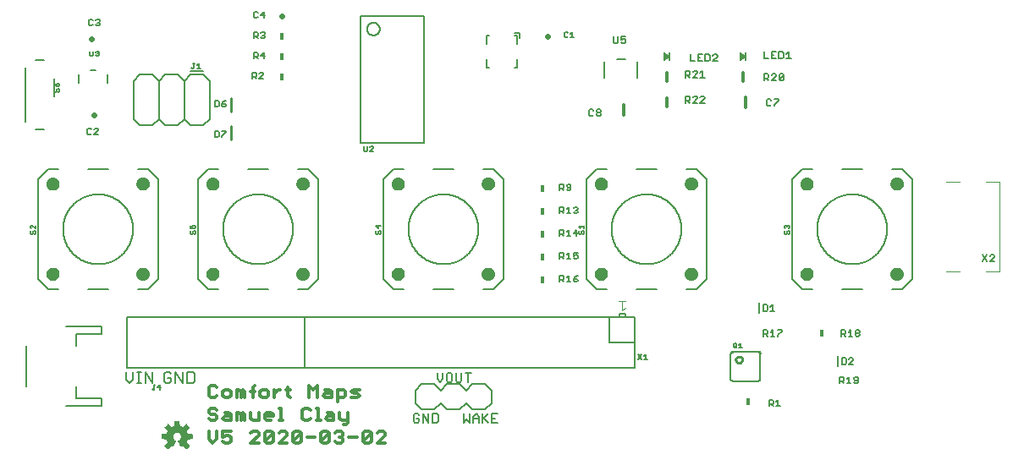
<source format=gbr>
G04 EAGLE Gerber RS-274X export*
G75*
%MOMM*%
%FSLAX34Y34*%
%LPD*%
%INSilkscreen Top*%
%IPPOS*%
%AMOC8*
5,1,8,0,0,1.08239X$1,22.5*%
G01*
%ADD10C,0.304800*%
%ADD11C,0.152400*%
%ADD12C,0.203200*%
%ADD13C,0.015238*%
%ADD14C,0.254000*%
%ADD15C,0.127000*%
%ADD16R,0.457200X0.762000*%
%ADD17C,0.558800*%
%ADD18C,0.700000*%
%ADD19C,0.101600*%
%ADD20R,0.190500X0.889000*%

G36*
X202610Y-34654D02*
X202610Y-34654D01*
X202718Y-34644D01*
X202731Y-34638D01*
X202745Y-34636D01*
X202842Y-34588D01*
X202941Y-34543D01*
X202954Y-34532D01*
X202963Y-34528D01*
X202978Y-34512D01*
X203055Y-34450D01*
X205640Y-31865D01*
X205703Y-31776D01*
X205769Y-31691D01*
X205774Y-31678D01*
X205782Y-31666D01*
X205813Y-31563D01*
X205849Y-31460D01*
X205849Y-31446D01*
X205853Y-31433D01*
X205849Y-31325D01*
X205850Y-31216D01*
X205845Y-31203D01*
X205845Y-31189D01*
X205807Y-31087D01*
X205772Y-30985D01*
X205763Y-30970D01*
X205759Y-30961D01*
X205745Y-30944D01*
X205691Y-30862D01*
X202927Y-27472D01*
X203484Y-26390D01*
X203490Y-26370D01*
X203532Y-26275D01*
X203903Y-25116D01*
X208254Y-24673D01*
X208358Y-24645D01*
X208464Y-24620D01*
X208476Y-24613D01*
X208489Y-24610D01*
X208579Y-24549D01*
X208672Y-24492D01*
X208680Y-24481D01*
X208692Y-24473D01*
X208758Y-24387D01*
X208827Y-24303D01*
X208831Y-24290D01*
X208840Y-24279D01*
X208874Y-24176D01*
X208913Y-24075D01*
X208914Y-24057D01*
X208918Y-24048D01*
X208918Y-24026D01*
X208927Y-23928D01*
X208927Y-20272D01*
X208910Y-20165D01*
X208896Y-20057D01*
X208890Y-20045D01*
X208888Y-20031D01*
X208836Y-19935D01*
X208789Y-19838D01*
X208779Y-19828D01*
X208773Y-19816D01*
X208693Y-19742D01*
X208617Y-19665D01*
X208605Y-19659D01*
X208595Y-19649D01*
X208496Y-19604D01*
X208399Y-19556D01*
X208381Y-19552D01*
X208372Y-19548D01*
X208351Y-19546D01*
X208254Y-19527D01*
X203903Y-19084D01*
X203532Y-17925D01*
X203523Y-17908D01*
X203521Y-17900D01*
X203517Y-17893D01*
X203484Y-17810D01*
X202927Y-16728D01*
X205691Y-13338D01*
X205745Y-13244D01*
X205802Y-13152D01*
X205805Y-13139D01*
X205812Y-13127D01*
X205833Y-13020D01*
X205858Y-12915D01*
X205856Y-12901D01*
X205859Y-12887D01*
X205844Y-12780D01*
X205834Y-12672D01*
X205828Y-12659D01*
X205826Y-12646D01*
X205778Y-12548D01*
X205733Y-12449D01*
X205722Y-12436D01*
X205718Y-12427D01*
X205702Y-12412D01*
X205640Y-12335D01*
X203055Y-9750D01*
X202966Y-9687D01*
X202881Y-9621D01*
X202868Y-9616D01*
X202856Y-9608D01*
X202753Y-9577D01*
X202650Y-9541D01*
X202636Y-9541D01*
X202623Y-9537D01*
X202515Y-9541D01*
X202406Y-9540D01*
X202393Y-9545D01*
X202379Y-9545D01*
X202277Y-9583D01*
X202175Y-9618D01*
X202160Y-9627D01*
X202151Y-9631D01*
X202134Y-9645D01*
X202052Y-9699D01*
X198662Y-12463D01*
X197580Y-11906D01*
X197560Y-11900D01*
X197465Y-11858D01*
X196306Y-11487D01*
X195863Y-7136D01*
X195835Y-7032D01*
X195810Y-6926D01*
X195803Y-6914D01*
X195800Y-6901D01*
X195739Y-6811D01*
X195682Y-6718D01*
X195671Y-6710D01*
X195663Y-6698D01*
X195577Y-6632D01*
X195493Y-6564D01*
X195480Y-6559D01*
X195469Y-6550D01*
X195366Y-6516D01*
X195265Y-6477D01*
X195247Y-6476D01*
X195238Y-6472D01*
X195216Y-6473D01*
X195118Y-6463D01*
X191462Y-6463D01*
X191355Y-6480D01*
X191247Y-6494D01*
X191235Y-6500D01*
X191221Y-6502D01*
X191125Y-6554D01*
X191028Y-6601D01*
X191018Y-6611D01*
X191006Y-6617D01*
X190932Y-6697D01*
X190855Y-6773D01*
X190849Y-6785D01*
X190839Y-6796D01*
X190794Y-6894D01*
X190746Y-6991D01*
X190742Y-7009D01*
X190738Y-7018D01*
X190736Y-7039D01*
X190717Y-7136D01*
X190274Y-11487D01*
X189115Y-11858D01*
X189097Y-11868D01*
X189000Y-11906D01*
X187918Y-12463D01*
X184528Y-9699D01*
X184434Y-9645D01*
X184342Y-9588D01*
X184329Y-9585D01*
X184317Y-9578D01*
X184210Y-9557D01*
X184105Y-9532D01*
X184091Y-9534D01*
X184077Y-9531D01*
X183970Y-9546D01*
X183862Y-9556D01*
X183849Y-9562D01*
X183836Y-9564D01*
X183738Y-9612D01*
X183639Y-9657D01*
X183626Y-9668D01*
X183617Y-9672D01*
X183602Y-9688D01*
X183525Y-9750D01*
X180940Y-12335D01*
X180877Y-12424D01*
X180811Y-12509D01*
X180806Y-12522D01*
X180798Y-12534D01*
X180767Y-12637D01*
X180731Y-12740D01*
X180731Y-12754D01*
X180727Y-12767D01*
X180731Y-12875D01*
X180730Y-12984D01*
X180735Y-12997D01*
X180735Y-13011D01*
X180773Y-13113D01*
X180808Y-13215D01*
X180817Y-13230D01*
X180821Y-13239D01*
X180835Y-13256D01*
X180889Y-13338D01*
X183653Y-16728D01*
X183096Y-17810D01*
X183090Y-17830D01*
X183048Y-17925D01*
X182677Y-19084D01*
X178326Y-19527D01*
X178222Y-19555D01*
X178116Y-19580D01*
X178104Y-19587D01*
X178091Y-19590D01*
X178001Y-19651D01*
X177908Y-19708D01*
X177900Y-19719D01*
X177888Y-19727D01*
X177822Y-19813D01*
X177754Y-19897D01*
X177749Y-19910D01*
X177740Y-19921D01*
X177706Y-20024D01*
X177667Y-20125D01*
X177666Y-20143D01*
X177662Y-20152D01*
X177663Y-20174D01*
X177653Y-20272D01*
X177653Y-23928D01*
X177670Y-24035D01*
X177684Y-24143D01*
X177690Y-24155D01*
X177692Y-24169D01*
X177744Y-24265D01*
X177791Y-24362D01*
X177801Y-24372D01*
X177807Y-24384D01*
X177887Y-24458D01*
X177963Y-24535D01*
X177975Y-24541D01*
X177986Y-24551D01*
X178084Y-24596D01*
X178181Y-24644D01*
X178199Y-24648D01*
X178208Y-24652D01*
X178229Y-24654D01*
X178326Y-24673D01*
X182677Y-25116D01*
X183048Y-26275D01*
X183058Y-26293D01*
X183096Y-26390D01*
X183653Y-27472D01*
X180889Y-30862D01*
X180835Y-30956D01*
X180778Y-31048D01*
X180775Y-31061D01*
X180768Y-31073D01*
X180747Y-31180D01*
X180722Y-31285D01*
X180724Y-31299D01*
X180721Y-31313D01*
X180736Y-31420D01*
X180746Y-31528D01*
X180752Y-31541D01*
X180754Y-31555D01*
X180802Y-31652D01*
X180847Y-31751D01*
X180858Y-31764D01*
X180862Y-31773D01*
X180878Y-31788D01*
X180940Y-31865D01*
X183525Y-34450D01*
X183614Y-34513D01*
X183699Y-34579D01*
X183712Y-34584D01*
X183724Y-34592D01*
X183827Y-34623D01*
X183930Y-34659D01*
X183944Y-34659D01*
X183957Y-34663D01*
X184065Y-34659D01*
X184174Y-34660D01*
X184187Y-34655D01*
X184201Y-34655D01*
X184303Y-34617D01*
X184405Y-34582D01*
X184420Y-34573D01*
X184429Y-34569D01*
X184446Y-34555D01*
X184528Y-34501D01*
X187918Y-31737D01*
X189000Y-32294D01*
X189053Y-32311D01*
X189102Y-32337D01*
X189168Y-32348D01*
X189232Y-32369D01*
X189288Y-32368D01*
X189342Y-32377D01*
X189409Y-32366D01*
X189476Y-32365D01*
X189528Y-32347D01*
X189583Y-32338D01*
X189643Y-32306D01*
X189706Y-32283D01*
X189749Y-32249D01*
X189799Y-32223D01*
X189845Y-32174D01*
X189897Y-32132D01*
X189928Y-32085D01*
X189966Y-32045D01*
X190022Y-31940D01*
X190030Y-31927D01*
X190031Y-31922D01*
X190035Y-31915D01*
X192188Y-26718D01*
X192208Y-26634D01*
X192213Y-26622D01*
X192215Y-26606D01*
X192240Y-26520D01*
X192239Y-26500D01*
X192244Y-26480D01*
X192236Y-26398D01*
X192237Y-26379D01*
X192233Y-26359D01*
X192229Y-26276D01*
X192222Y-26257D01*
X192220Y-26237D01*
X192188Y-26168D01*
X192182Y-26141D01*
X192167Y-26117D01*
X192140Y-26048D01*
X192127Y-26033D01*
X192119Y-26015D01*
X192074Y-25966D01*
X192054Y-25934D01*
X192022Y-25908D01*
X191983Y-25862D01*
X191962Y-25847D01*
X191952Y-25837D01*
X191931Y-25825D01*
X191868Y-25781D01*
X191865Y-25779D01*
X191864Y-25779D01*
X191862Y-25777D01*
X190978Y-25282D01*
X190299Y-24655D01*
X189785Y-23886D01*
X189465Y-23018D01*
X189357Y-22101D01*
X189470Y-21166D01*
X189801Y-20285D01*
X190333Y-19508D01*
X191034Y-18879D01*
X191864Y-18436D01*
X192776Y-18202D01*
X193718Y-18192D01*
X194634Y-18406D01*
X195474Y-18831D01*
X196188Y-19444D01*
X196737Y-20209D01*
X197088Y-21083D01*
X197221Y-22015D01*
X197129Y-22952D01*
X196817Y-23840D01*
X196302Y-24628D01*
X195615Y-25272D01*
X194716Y-25778D01*
X194676Y-25811D01*
X194634Y-25833D01*
X194603Y-25866D01*
X194555Y-25901D01*
X194542Y-25918D01*
X194526Y-25931D01*
X194491Y-25985D01*
X194467Y-26011D01*
X194454Y-26042D01*
X194412Y-26099D01*
X194406Y-26119D01*
X194395Y-26137D01*
X194377Y-26210D01*
X194367Y-26233D01*
X194364Y-26257D01*
X194341Y-26333D01*
X194342Y-26353D01*
X194337Y-26374D01*
X194344Y-26458D01*
X194343Y-26476D01*
X194346Y-26492D01*
X194349Y-26576D01*
X194357Y-26603D01*
X194358Y-26617D01*
X194368Y-26639D01*
X194392Y-26718D01*
X194700Y-27463D01*
X194701Y-27463D01*
X195011Y-28212D01*
X195321Y-28961D01*
X195321Y-28962D01*
X195632Y-29710D01*
X195632Y-29711D01*
X195942Y-30460D01*
X196252Y-31209D01*
X196253Y-31210D01*
X196545Y-31915D01*
X196574Y-31962D01*
X196595Y-32014D01*
X196638Y-32065D01*
X196674Y-32122D01*
X196717Y-32157D01*
X196753Y-32200D01*
X196810Y-32234D01*
X196862Y-32277D01*
X196914Y-32296D01*
X196962Y-32325D01*
X197028Y-32339D01*
X197091Y-32363D01*
X197146Y-32365D01*
X197200Y-32376D01*
X197267Y-32369D01*
X197334Y-32371D01*
X197388Y-32355D01*
X197443Y-32348D01*
X197554Y-32304D01*
X197568Y-32300D01*
X197572Y-32297D01*
X197580Y-32294D01*
X198662Y-31737D01*
X202052Y-34501D01*
X202146Y-34555D01*
X202238Y-34612D01*
X202251Y-34615D01*
X202263Y-34622D01*
X202370Y-34643D01*
X202475Y-34668D01*
X202489Y-34666D01*
X202503Y-34669D01*
X202610Y-34654D01*
G37*
G36*
X680777Y353574D02*
X680777Y353574D01*
X680795Y353572D01*
X680897Y353600D01*
X681000Y353622D01*
X681015Y353631D01*
X681032Y353636D01*
X681177Y353721D01*
X686257Y357531D01*
X686260Y357534D01*
X686264Y357536D01*
X686345Y357623D01*
X686427Y357708D01*
X686429Y357712D01*
X686432Y357715D01*
X686482Y357824D01*
X686532Y357931D01*
X686532Y357935D01*
X686534Y357939D01*
X686547Y358057D01*
X686560Y358175D01*
X686560Y358179D01*
X686560Y358184D01*
X686534Y358300D01*
X686510Y358416D01*
X686507Y358420D01*
X686506Y358424D01*
X686445Y358526D01*
X686385Y358628D01*
X686381Y358631D01*
X686379Y358634D01*
X686257Y358749D01*
X681177Y362559D01*
X681161Y362567D01*
X681148Y362580D01*
X681133Y362587D01*
X681125Y362593D01*
X681075Y362613D01*
X681052Y362624D01*
X680959Y362673D01*
X680941Y362676D01*
X680925Y362683D01*
X680820Y362695D01*
X680716Y362711D01*
X680698Y362708D01*
X680681Y362710D01*
X680578Y362688D01*
X680473Y362670D01*
X680458Y362662D01*
X680440Y362658D01*
X680350Y362604D01*
X680257Y362554D01*
X680244Y362541D01*
X680229Y362532D01*
X680160Y362452D01*
X680088Y362375D01*
X680081Y362358D01*
X680069Y362345D01*
X680030Y362247D01*
X679986Y362151D01*
X679984Y362133D01*
X679977Y362117D01*
X679959Y361950D01*
X679959Y354330D01*
X679962Y354312D01*
X679960Y354295D01*
X679981Y354191D01*
X679999Y354087D01*
X680007Y354072D01*
X680011Y354054D01*
X680064Y353963D01*
X680114Y353870D01*
X680126Y353858D01*
X680136Y353842D01*
X680215Y353773D01*
X680292Y353701D01*
X680308Y353693D01*
X680322Y353681D01*
X680419Y353641D01*
X680515Y353597D01*
X680533Y353595D01*
X680549Y353588D01*
X680655Y353581D01*
X680759Y353570D01*
X680777Y353574D01*
G37*
G36*
X756977Y353574D02*
X756977Y353574D01*
X756995Y353572D01*
X757097Y353600D01*
X757200Y353622D01*
X757215Y353631D01*
X757232Y353636D01*
X757377Y353721D01*
X762457Y357531D01*
X762460Y357534D01*
X762464Y357536D01*
X762545Y357623D01*
X762627Y357708D01*
X762629Y357712D01*
X762632Y357715D01*
X762682Y357824D01*
X762732Y357931D01*
X762732Y357935D01*
X762734Y357939D01*
X762747Y358057D01*
X762760Y358175D01*
X762760Y358179D01*
X762760Y358184D01*
X762734Y358300D01*
X762710Y358416D01*
X762707Y358420D01*
X762706Y358424D01*
X762645Y358526D01*
X762585Y358628D01*
X762581Y358631D01*
X762579Y358634D01*
X762457Y358749D01*
X757377Y362559D01*
X757361Y362567D01*
X757348Y362580D01*
X757333Y362587D01*
X757325Y362593D01*
X757275Y362613D01*
X757252Y362624D01*
X757159Y362673D01*
X757141Y362676D01*
X757125Y362683D01*
X757020Y362695D01*
X756916Y362711D01*
X756898Y362708D01*
X756881Y362710D01*
X756778Y362688D01*
X756673Y362670D01*
X756658Y362662D01*
X756640Y362658D01*
X756550Y362604D01*
X756457Y362554D01*
X756444Y362541D01*
X756429Y362532D01*
X756360Y362452D01*
X756288Y362375D01*
X756281Y362358D01*
X756269Y362345D01*
X756230Y362247D01*
X756186Y362151D01*
X756184Y362133D01*
X756177Y362117D01*
X756159Y361950D01*
X756159Y354330D01*
X756162Y354312D01*
X756160Y354295D01*
X756181Y354191D01*
X756199Y354087D01*
X756207Y354072D01*
X756211Y354054D01*
X756264Y353963D01*
X756314Y353870D01*
X756326Y353858D01*
X756336Y353842D01*
X756415Y353773D01*
X756492Y353701D01*
X756508Y353693D01*
X756522Y353681D01*
X756619Y353641D01*
X756715Y353597D01*
X756733Y353595D01*
X756749Y353588D01*
X756855Y353581D01*
X756959Y353570D01*
X756977Y353574D01*
G37*
D10*
X233179Y26933D02*
X231145Y28966D01*
X227078Y28966D01*
X225044Y26933D01*
X225044Y18798D01*
X227078Y16764D01*
X231145Y16764D01*
X233179Y18798D01*
X241111Y16764D02*
X245178Y16764D01*
X247212Y18798D01*
X247212Y22865D01*
X245178Y24899D01*
X241111Y24899D01*
X239077Y22865D01*
X239077Y18798D01*
X241111Y16764D01*
X253110Y16764D02*
X253110Y24899D01*
X255143Y24899D01*
X257177Y22865D01*
X257177Y16764D01*
X257177Y22865D02*
X259211Y24899D01*
X261245Y22865D01*
X261245Y16764D01*
X269176Y16764D02*
X269176Y26933D01*
X271210Y28966D01*
X271210Y22865D02*
X267142Y22865D01*
X278531Y16764D02*
X282599Y16764D01*
X284632Y18798D01*
X284632Y22865D01*
X282599Y24899D01*
X278531Y24899D01*
X276498Y22865D01*
X276498Y18798D01*
X278531Y16764D01*
X290530Y16764D02*
X290530Y24899D01*
X290530Y20831D02*
X294598Y24899D01*
X296632Y24899D01*
X304258Y26933D02*
X304258Y18798D01*
X306292Y16764D01*
X306292Y24899D02*
X302224Y24899D01*
X325612Y28966D02*
X325612Y16764D01*
X329680Y24899D02*
X325612Y28966D01*
X329680Y24899D02*
X333747Y28966D01*
X333747Y16764D01*
X341679Y24899D02*
X345746Y24899D01*
X347780Y22865D01*
X347780Y16764D01*
X341679Y16764D01*
X339645Y18798D01*
X341679Y20831D01*
X347780Y20831D01*
X353678Y24899D02*
X353678Y12697D01*
X353678Y24899D02*
X359779Y24899D01*
X361813Y22865D01*
X361813Y18798D01*
X359779Y16764D01*
X353678Y16764D01*
X367711Y16764D02*
X373812Y16764D01*
X375846Y18798D01*
X373812Y20831D01*
X369744Y20831D01*
X367711Y22865D01*
X369744Y24899D01*
X375846Y24899D01*
X233179Y4073D02*
X231145Y6106D01*
X227078Y6106D01*
X225044Y4073D01*
X225044Y2039D01*
X227078Y5D01*
X231145Y5D01*
X233179Y-2029D01*
X233179Y-4062D01*
X231145Y-6096D01*
X227078Y-6096D01*
X225044Y-4062D01*
X241111Y2039D02*
X245178Y2039D01*
X247212Y5D01*
X247212Y-6096D01*
X241111Y-6096D01*
X239077Y-4062D01*
X241111Y-2029D01*
X247212Y-2029D01*
X253110Y-6096D02*
X253110Y2039D01*
X255143Y2039D01*
X257177Y5D01*
X257177Y-6096D01*
X257177Y5D02*
X259211Y2039D01*
X261245Y5D01*
X261245Y-6096D01*
X267142Y-4062D02*
X267142Y2039D01*
X267142Y-4062D02*
X269176Y-6096D01*
X275277Y-6096D01*
X275277Y2039D01*
X283209Y-6096D02*
X287276Y-6096D01*
X283209Y-6096D02*
X281175Y-4062D01*
X281175Y5D01*
X283209Y2039D01*
X287276Y2039D01*
X289310Y5D01*
X289310Y-2029D01*
X281175Y-2029D01*
X295208Y6106D02*
X297242Y6106D01*
X297242Y-6096D01*
X299275Y-6096D02*
X295208Y-6096D01*
X324697Y6106D02*
X326731Y4073D01*
X324697Y6106D02*
X320630Y6106D01*
X318596Y4073D01*
X318596Y-4062D01*
X320630Y-6096D01*
X324697Y-6096D01*
X326731Y-4062D01*
X332629Y6106D02*
X334662Y6106D01*
X334662Y-6096D01*
X332629Y-6096D02*
X336696Y-6096D01*
X344018Y2039D02*
X348085Y2039D01*
X350119Y5D01*
X350119Y-6096D01*
X344018Y-6096D01*
X341984Y-4062D01*
X344018Y-2029D01*
X350119Y-2029D01*
X356017Y-4062D02*
X356017Y2039D01*
X356017Y-4062D02*
X358050Y-6096D01*
X364152Y-6096D01*
X364152Y-8130D02*
X364152Y2039D01*
X364152Y-8130D02*
X362118Y-10163D01*
X360084Y-10163D01*
X225044Y-16754D02*
X225044Y-24889D01*
X229111Y-28956D01*
X233179Y-24889D01*
X233179Y-16754D01*
X239077Y-16754D02*
X247212Y-16754D01*
X239077Y-16754D02*
X239077Y-22855D01*
X243144Y-20821D01*
X245178Y-20821D01*
X247212Y-22855D01*
X247212Y-26922D01*
X245178Y-28956D01*
X241111Y-28956D01*
X239077Y-26922D01*
X267142Y-28956D02*
X275277Y-28956D01*
X267142Y-28956D02*
X275277Y-20821D01*
X275277Y-18787D01*
X273244Y-16754D01*
X269176Y-16754D01*
X267142Y-18787D01*
X281175Y-18787D02*
X281175Y-26922D01*
X281175Y-18787D02*
X283209Y-16754D01*
X287276Y-16754D01*
X289310Y-18787D01*
X289310Y-26922D01*
X287276Y-28956D01*
X283209Y-28956D01*
X281175Y-26922D01*
X289310Y-18787D01*
X295208Y-28956D02*
X303343Y-28956D01*
X295208Y-28956D02*
X303343Y-20821D01*
X303343Y-18787D01*
X301309Y-16754D01*
X297242Y-16754D01*
X295208Y-18787D01*
X309241Y-18787D02*
X309241Y-26922D01*
X309241Y-18787D02*
X311274Y-16754D01*
X315342Y-16754D01*
X317376Y-18787D01*
X317376Y-26922D01*
X315342Y-28956D01*
X311274Y-28956D01*
X309241Y-26922D01*
X317376Y-18787D01*
X323273Y-22855D02*
X331408Y-22855D01*
X337306Y-26922D02*
X337306Y-18787D01*
X339340Y-16754D01*
X343407Y-16754D01*
X345441Y-18787D01*
X345441Y-26922D01*
X343407Y-28956D01*
X339340Y-28956D01*
X337306Y-26922D01*
X345441Y-18787D01*
X351339Y-18787D02*
X353373Y-16754D01*
X357440Y-16754D01*
X359474Y-18787D01*
X359474Y-20821D01*
X357440Y-22855D01*
X355407Y-22855D01*
X357440Y-22855D02*
X359474Y-24889D01*
X359474Y-26922D01*
X357440Y-28956D01*
X353373Y-28956D01*
X351339Y-26922D01*
X365372Y-22855D02*
X373507Y-22855D01*
X379405Y-26922D02*
X379405Y-18787D01*
X381438Y-16754D01*
X385506Y-16754D01*
X387540Y-18787D01*
X387540Y-26922D01*
X385506Y-28956D01*
X381438Y-28956D01*
X379405Y-26922D01*
X387540Y-18787D01*
X393437Y-28956D02*
X401572Y-28956D01*
X393437Y-28956D02*
X401572Y-20821D01*
X401572Y-18787D01*
X399539Y-16754D01*
X395471Y-16754D01*
X393437Y-18787D01*
D11*
X480231Y-8128D02*
X480231Y515D01*
X483112Y-5247D02*
X480231Y-8128D01*
X483112Y-5247D02*
X485993Y-8128D01*
X485993Y515D01*
X489586Y-2366D02*
X489586Y-8128D01*
X489586Y-2366D02*
X492468Y515D01*
X495349Y-2366D01*
X495349Y-8128D01*
X495349Y-3806D02*
X489586Y-3806D01*
X498942Y515D02*
X498942Y-8128D01*
X498942Y-5247D02*
X504704Y515D01*
X500382Y-3806D02*
X504704Y-8128D01*
X508297Y515D02*
X514059Y515D01*
X508297Y515D02*
X508297Y-8128D01*
X514059Y-8128D01*
X511178Y-3806D02*
X508297Y-3806D01*
X453561Y35393D02*
X453561Y41155D01*
X453561Y35393D02*
X456442Y32512D01*
X459323Y35393D01*
X459323Y41155D01*
X464357Y41155D02*
X467238Y41155D01*
X464357Y41155D02*
X462916Y39715D01*
X462916Y33953D01*
X464357Y32512D01*
X467238Y32512D01*
X468679Y33953D01*
X468679Y39715D01*
X467238Y41155D01*
X472272Y41155D02*
X472272Y33953D01*
X473712Y32512D01*
X476593Y32512D01*
X478034Y33953D01*
X478034Y41155D01*
X484508Y41155D02*
X484508Y32512D01*
X481627Y41155D02*
X487389Y41155D01*
X435659Y-925D02*
X434218Y515D01*
X431337Y515D01*
X429896Y-925D01*
X429896Y-6687D01*
X431337Y-8128D01*
X434218Y-8128D01*
X435659Y-6687D01*
X435659Y-3806D01*
X432778Y-3806D01*
X439252Y515D02*
X439252Y-8128D01*
X445014Y-8128D02*
X439252Y515D01*
X445014Y515D02*
X445014Y-8128D01*
X448607Y-8128D02*
X448607Y515D01*
X448607Y-8128D02*
X452929Y-8128D01*
X454369Y-6687D01*
X454369Y-925D01*
X452929Y515D01*
X448607Y515D01*
D12*
X187204Y40394D02*
X185425Y42173D01*
X181866Y42173D01*
X180086Y40394D01*
X180086Y33276D01*
X181866Y31496D01*
X185425Y31496D01*
X187204Y33276D01*
X187204Y36835D01*
X183645Y36835D01*
X191780Y42173D02*
X191780Y31496D01*
X198898Y31496D02*
X191780Y42173D01*
X198898Y42173D02*
X198898Y31496D01*
X203474Y31496D02*
X203474Y42173D01*
X203474Y31496D02*
X208813Y31496D01*
X210592Y33276D01*
X210592Y40394D01*
X208813Y42173D01*
X203474Y42173D01*
X141986Y42173D02*
X141986Y35055D01*
X145545Y31496D01*
X149104Y35055D01*
X149104Y42173D01*
X153680Y31496D02*
X157239Y31496D01*
X155459Y31496D02*
X155459Y42173D01*
X153680Y42173D02*
X157239Y42173D01*
X161476Y42173D02*
X161476Y31496D01*
X168594Y31496D02*
X161476Y42173D01*
X168594Y42173D02*
X168594Y31496D01*
D13*
X777485Y60635D02*
X776112Y60635D01*
X776112Y60636D02*
X776107Y60720D01*
X776098Y60804D01*
X776084Y60887D01*
X776067Y60970D01*
X776046Y61051D01*
X776022Y61132D01*
X775993Y61211D01*
X775961Y61289D01*
X775925Y61366D01*
X775886Y61440D01*
X775844Y61513D01*
X775798Y61584D01*
X775748Y61652D01*
X775696Y61718D01*
X775641Y61782D01*
X775583Y61843D01*
X775522Y61901D01*
X775458Y61956D01*
X775392Y62008D01*
X775324Y62058D01*
X775253Y62104D01*
X775180Y62146D01*
X775106Y62185D01*
X775029Y62221D01*
X774951Y62253D01*
X774872Y62282D01*
X774791Y62306D01*
X774710Y62327D01*
X774627Y62344D01*
X774544Y62358D01*
X774460Y62367D01*
X774376Y62372D01*
X774375Y63745D01*
X774376Y63745D01*
X774486Y63741D01*
X774596Y63732D01*
X774706Y63720D01*
X774815Y63704D01*
X774923Y63684D01*
X775031Y63661D01*
X775138Y63634D01*
X775244Y63603D01*
X775349Y63568D01*
X775452Y63530D01*
X775554Y63489D01*
X775655Y63444D01*
X775754Y63395D01*
X775851Y63343D01*
X775946Y63288D01*
X776040Y63229D01*
X776131Y63167D01*
X776220Y63102D01*
X776307Y63034D01*
X776392Y62963D01*
X776474Y62889D01*
X776553Y62813D01*
X776629Y62734D01*
X776703Y62652D01*
X776774Y62567D01*
X776842Y62480D01*
X776907Y62391D01*
X776969Y62300D01*
X777028Y62206D01*
X777083Y62111D01*
X777135Y62014D01*
X777184Y61915D01*
X777229Y61814D01*
X777270Y61712D01*
X777308Y61609D01*
X777343Y61504D01*
X777374Y61398D01*
X777401Y61291D01*
X777424Y61183D01*
X777444Y61075D01*
X777460Y60966D01*
X777472Y60856D01*
X777481Y60746D01*
X777485Y60636D01*
X777342Y60636D01*
X777337Y60744D01*
X777329Y60851D01*
X777317Y60958D01*
X777301Y61064D01*
X777281Y61170D01*
X777258Y61275D01*
X777231Y61379D01*
X777200Y61482D01*
X777165Y61584D01*
X777127Y61685D01*
X777086Y61784D01*
X777041Y61882D01*
X776992Y61978D01*
X776941Y62072D01*
X776885Y62165D01*
X776827Y62255D01*
X776766Y62344D01*
X776701Y62430D01*
X776633Y62513D01*
X776563Y62595D01*
X776489Y62673D01*
X776413Y62749D01*
X776335Y62823D01*
X776253Y62893D01*
X776170Y62961D01*
X776084Y63026D01*
X775995Y63087D01*
X775905Y63145D01*
X775812Y63201D01*
X775718Y63252D01*
X775622Y63301D01*
X775524Y63346D01*
X775425Y63387D01*
X775324Y63425D01*
X775222Y63460D01*
X775119Y63491D01*
X775015Y63518D01*
X774910Y63541D01*
X774804Y63561D01*
X774698Y63577D01*
X774591Y63589D01*
X774484Y63597D01*
X774376Y63602D01*
X774376Y63459D01*
X774481Y63454D01*
X774585Y63446D01*
X774689Y63434D01*
X774793Y63418D01*
X774896Y63398D01*
X774998Y63375D01*
X775099Y63348D01*
X775200Y63317D01*
X775299Y63283D01*
X775396Y63245D01*
X775493Y63203D01*
X775588Y63159D01*
X775681Y63110D01*
X775772Y63059D01*
X775861Y63004D01*
X775949Y62946D01*
X776034Y62885D01*
X776117Y62821D01*
X776197Y62753D01*
X776275Y62683D01*
X776351Y62611D01*
X776423Y62535D01*
X776493Y62457D01*
X776561Y62377D01*
X776625Y62294D01*
X776686Y62209D01*
X776744Y62121D01*
X776799Y62032D01*
X776850Y61941D01*
X776899Y61848D01*
X776943Y61753D01*
X776985Y61656D01*
X777023Y61559D01*
X777057Y61460D01*
X777088Y61359D01*
X777115Y61258D01*
X777138Y61156D01*
X777158Y61053D01*
X777174Y60949D01*
X777186Y60845D01*
X777194Y60741D01*
X777199Y60636D01*
X777056Y60636D01*
X777051Y60740D01*
X777042Y60844D01*
X777030Y60948D01*
X777013Y61051D01*
X776992Y61154D01*
X776968Y61255D01*
X776940Y61356D01*
X776908Y61455D01*
X776872Y61553D01*
X776832Y61650D01*
X776789Y61745D01*
X776743Y61839D01*
X776692Y61930D01*
X776639Y62020D01*
X776582Y62107D01*
X776521Y62193D01*
X776458Y62276D01*
X776391Y62356D01*
X776322Y62434D01*
X776249Y62509D01*
X776174Y62582D01*
X776096Y62651D01*
X776016Y62718D01*
X775933Y62781D01*
X775847Y62842D01*
X775760Y62899D01*
X775670Y62952D01*
X775579Y63003D01*
X775485Y63049D01*
X775390Y63092D01*
X775293Y63132D01*
X775195Y63168D01*
X775096Y63200D01*
X774995Y63228D01*
X774894Y63252D01*
X774791Y63273D01*
X774688Y63290D01*
X774584Y63302D01*
X774480Y63311D01*
X774376Y63316D01*
X774376Y63173D01*
X774477Y63168D01*
X774578Y63159D01*
X774679Y63146D01*
X774779Y63130D01*
X774878Y63109D01*
X774977Y63085D01*
X775074Y63057D01*
X775170Y63025D01*
X775265Y62989D01*
X775359Y62950D01*
X775450Y62907D01*
X775541Y62861D01*
X775629Y62811D01*
X775715Y62758D01*
X775799Y62701D01*
X775881Y62642D01*
X775961Y62579D01*
X776038Y62513D01*
X776112Y62444D01*
X776184Y62372D01*
X776253Y62298D01*
X776319Y62221D01*
X776382Y62141D01*
X776441Y62059D01*
X776498Y61975D01*
X776551Y61889D01*
X776601Y61801D01*
X776647Y61710D01*
X776690Y61619D01*
X776729Y61525D01*
X776765Y61430D01*
X776797Y61334D01*
X776825Y61237D01*
X776849Y61138D01*
X776870Y61039D01*
X776886Y60939D01*
X776899Y60838D01*
X776908Y60737D01*
X776913Y60636D01*
X776770Y60636D01*
X776765Y60734D01*
X776756Y60832D01*
X776743Y60929D01*
X776727Y61026D01*
X776706Y61122D01*
X776682Y61217D01*
X776654Y61311D01*
X776622Y61404D01*
X776587Y61495D01*
X776548Y61585D01*
X776506Y61674D01*
X776460Y61761D01*
X776410Y61845D01*
X776358Y61928D01*
X776302Y62009D01*
X776243Y62087D01*
X776180Y62163D01*
X776115Y62237D01*
X776047Y62307D01*
X775977Y62375D01*
X775903Y62440D01*
X775827Y62503D01*
X775749Y62562D01*
X775668Y62618D01*
X775585Y62670D01*
X775501Y62720D01*
X775414Y62766D01*
X775325Y62808D01*
X775235Y62847D01*
X775144Y62882D01*
X775051Y62914D01*
X774957Y62942D01*
X774862Y62966D01*
X774766Y62987D01*
X774669Y63003D01*
X774572Y63016D01*
X774474Y63025D01*
X774376Y63030D01*
X774376Y62887D01*
X774471Y62882D01*
X774565Y62873D01*
X774659Y62860D01*
X774752Y62844D01*
X774845Y62823D01*
X774936Y62799D01*
X775027Y62772D01*
X775116Y62740D01*
X775204Y62705D01*
X775291Y62667D01*
X775375Y62625D01*
X775459Y62579D01*
X775540Y62530D01*
X775619Y62478D01*
X775696Y62423D01*
X775770Y62365D01*
X775843Y62303D01*
X775912Y62239D01*
X775979Y62172D01*
X776043Y62103D01*
X776105Y62030D01*
X776163Y61956D01*
X776218Y61879D01*
X776270Y61800D01*
X776319Y61719D01*
X776365Y61635D01*
X776407Y61551D01*
X776445Y61464D01*
X776480Y61376D01*
X776512Y61287D01*
X776539Y61196D01*
X776563Y61105D01*
X776584Y61012D01*
X776600Y60919D01*
X776613Y60825D01*
X776622Y60731D01*
X776627Y60636D01*
X776484Y60636D01*
X776479Y60727D01*
X776470Y60818D01*
X776457Y60908D01*
X776441Y60997D01*
X776421Y61086D01*
X776397Y61174D01*
X776369Y61261D01*
X776338Y61347D01*
X776304Y61431D01*
X776266Y61514D01*
X776224Y61595D01*
X776179Y61674D01*
X776131Y61752D01*
X776080Y61827D01*
X776026Y61900D01*
X775968Y61971D01*
X775908Y62039D01*
X775845Y62105D01*
X775779Y62168D01*
X775711Y62228D01*
X775640Y62286D01*
X775567Y62340D01*
X775492Y62391D01*
X775414Y62439D01*
X775335Y62484D01*
X775254Y62526D01*
X775171Y62564D01*
X775087Y62598D01*
X775001Y62629D01*
X774914Y62657D01*
X774826Y62681D01*
X774737Y62701D01*
X774648Y62717D01*
X774558Y62730D01*
X774467Y62739D01*
X774376Y62744D01*
X774376Y62601D01*
X774466Y62595D01*
X774555Y62586D01*
X774644Y62573D01*
X774732Y62556D01*
X774820Y62535D01*
X774906Y62510D01*
X774991Y62481D01*
X775075Y62449D01*
X775157Y62413D01*
X775238Y62374D01*
X775317Y62331D01*
X775394Y62284D01*
X775469Y62234D01*
X775541Y62181D01*
X775611Y62125D01*
X775679Y62066D01*
X775744Y62004D01*
X775806Y61939D01*
X775865Y61871D01*
X775921Y61801D01*
X775974Y61729D01*
X776024Y61654D01*
X776071Y61577D01*
X776114Y61498D01*
X776153Y61417D01*
X776189Y61335D01*
X776221Y61251D01*
X776250Y61166D01*
X776275Y61080D01*
X776296Y60992D01*
X776313Y60904D01*
X776326Y60815D01*
X776335Y60726D01*
X776341Y60636D01*
X776197Y60636D01*
X776192Y60722D01*
X776183Y60807D01*
X776170Y60892D01*
X776153Y60976D01*
X776132Y61059D01*
X776108Y61141D01*
X776080Y61222D01*
X776048Y61302D01*
X776013Y61380D01*
X775974Y61457D01*
X775932Y61531D01*
X775886Y61604D01*
X775837Y61675D01*
X775786Y61743D01*
X775731Y61809D01*
X775673Y61872D01*
X775612Y61933D01*
X775549Y61991D01*
X775483Y62046D01*
X775415Y62097D01*
X775344Y62146D01*
X775271Y62192D01*
X775197Y62234D01*
X775120Y62273D01*
X775042Y62308D01*
X774962Y62340D01*
X774881Y62368D01*
X774799Y62392D01*
X774716Y62413D01*
X774632Y62430D01*
X774547Y62443D01*
X774462Y62452D01*
X774376Y62457D01*
D11*
X776800Y35960D02*
X776798Y35862D01*
X776792Y35764D01*
X776783Y35666D01*
X776769Y35569D01*
X776752Y35472D01*
X776731Y35376D01*
X776706Y35281D01*
X776678Y35187D01*
X776645Y35095D01*
X776610Y35003D01*
X776570Y34913D01*
X776528Y34825D01*
X776481Y34738D01*
X776432Y34654D01*
X776379Y34571D01*
X776323Y34491D01*
X776263Y34412D01*
X776201Y34336D01*
X776136Y34263D01*
X776068Y34192D01*
X775997Y34124D01*
X775924Y34059D01*
X775848Y33997D01*
X775769Y33937D01*
X775689Y33881D01*
X775606Y33828D01*
X775522Y33779D01*
X775435Y33732D01*
X775347Y33690D01*
X775257Y33650D01*
X775165Y33615D01*
X775073Y33582D01*
X774979Y33554D01*
X774884Y33529D01*
X774788Y33508D01*
X774691Y33491D01*
X774594Y33477D01*
X774496Y33468D01*
X774398Y33462D01*
X774300Y33460D01*
X749600Y33460D02*
X749502Y33462D01*
X749404Y33468D01*
X749306Y33477D01*
X749209Y33491D01*
X749112Y33508D01*
X749016Y33529D01*
X748921Y33554D01*
X748827Y33582D01*
X748735Y33615D01*
X748643Y33650D01*
X748553Y33690D01*
X748465Y33732D01*
X748378Y33779D01*
X748294Y33828D01*
X748211Y33881D01*
X748131Y33937D01*
X748052Y33997D01*
X747976Y34059D01*
X747903Y34124D01*
X747832Y34192D01*
X747764Y34263D01*
X747699Y34336D01*
X747637Y34412D01*
X747577Y34491D01*
X747521Y34571D01*
X747468Y34654D01*
X747419Y34738D01*
X747372Y34825D01*
X747330Y34913D01*
X747290Y35003D01*
X747255Y35095D01*
X747222Y35187D01*
X747194Y35281D01*
X747169Y35376D01*
X747148Y35472D01*
X747131Y35569D01*
X747117Y35666D01*
X747108Y35764D01*
X747102Y35862D01*
X747100Y35960D01*
D13*
X749525Y63745D02*
X749525Y62372D01*
X749524Y62372D02*
X749440Y62367D01*
X749356Y62358D01*
X749273Y62344D01*
X749190Y62327D01*
X749109Y62306D01*
X749028Y62282D01*
X748949Y62253D01*
X748871Y62221D01*
X748794Y62185D01*
X748720Y62146D01*
X748647Y62104D01*
X748576Y62058D01*
X748508Y62008D01*
X748442Y61956D01*
X748378Y61901D01*
X748317Y61843D01*
X748259Y61782D01*
X748204Y61718D01*
X748152Y61652D01*
X748102Y61584D01*
X748056Y61513D01*
X748014Y61440D01*
X747975Y61366D01*
X747939Y61289D01*
X747907Y61211D01*
X747878Y61132D01*
X747854Y61051D01*
X747833Y60970D01*
X747816Y60887D01*
X747802Y60804D01*
X747793Y60720D01*
X747788Y60636D01*
X746415Y60635D01*
X746415Y60636D01*
X746419Y60746D01*
X746428Y60856D01*
X746440Y60966D01*
X746456Y61075D01*
X746476Y61183D01*
X746499Y61291D01*
X746526Y61398D01*
X746557Y61504D01*
X746592Y61609D01*
X746630Y61712D01*
X746671Y61814D01*
X746716Y61915D01*
X746765Y62014D01*
X746817Y62111D01*
X746872Y62206D01*
X746931Y62300D01*
X746993Y62391D01*
X747058Y62480D01*
X747126Y62567D01*
X747197Y62652D01*
X747271Y62734D01*
X747347Y62813D01*
X747426Y62889D01*
X747508Y62963D01*
X747593Y63034D01*
X747680Y63102D01*
X747769Y63167D01*
X747860Y63229D01*
X747954Y63288D01*
X748049Y63343D01*
X748146Y63395D01*
X748245Y63444D01*
X748346Y63489D01*
X748448Y63530D01*
X748551Y63568D01*
X748656Y63603D01*
X748762Y63634D01*
X748869Y63661D01*
X748977Y63684D01*
X749085Y63704D01*
X749194Y63720D01*
X749304Y63732D01*
X749414Y63741D01*
X749524Y63745D01*
X749524Y63602D01*
X749416Y63597D01*
X749309Y63589D01*
X749202Y63577D01*
X749096Y63561D01*
X748990Y63541D01*
X748885Y63518D01*
X748781Y63491D01*
X748678Y63460D01*
X748576Y63425D01*
X748475Y63387D01*
X748376Y63346D01*
X748278Y63301D01*
X748182Y63252D01*
X748088Y63201D01*
X747995Y63145D01*
X747905Y63087D01*
X747816Y63026D01*
X747730Y62961D01*
X747647Y62893D01*
X747565Y62823D01*
X747487Y62749D01*
X747411Y62673D01*
X747337Y62595D01*
X747267Y62513D01*
X747199Y62430D01*
X747134Y62344D01*
X747073Y62255D01*
X747015Y62165D01*
X746959Y62072D01*
X746908Y61978D01*
X746859Y61882D01*
X746814Y61784D01*
X746773Y61685D01*
X746735Y61584D01*
X746700Y61482D01*
X746669Y61379D01*
X746642Y61275D01*
X746619Y61170D01*
X746599Y61064D01*
X746583Y60958D01*
X746571Y60851D01*
X746563Y60744D01*
X746558Y60636D01*
X746701Y60636D01*
X746706Y60741D01*
X746714Y60845D01*
X746726Y60949D01*
X746742Y61053D01*
X746762Y61156D01*
X746785Y61258D01*
X746812Y61359D01*
X746843Y61460D01*
X746877Y61559D01*
X746915Y61656D01*
X746957Y61753D01*
X747001Y61848D01*
X747050Y61941D01*
X747101Y62032D01*
X747156Y62121D01*
X747214Y62209D01*
X747275Y62294D01*
X747339Y62377D01*
X747407Y62457D01*
X747477Y62535D01*
X747549Y62611D01*
X747625Y62683D01*
X747703Y62753D01*
X747783Y62821D01*
X747866Y62885D01*
X747951Y62946D01*
X748039Y63004D01*
X748128Y63059D01*
X748219Y63110D01*
X748312Y63159D01*
X748407Y63203D01*
X748504Y63245D01*
X748601Y63283D01*
X748700Y63317D01*
X748801Y63348D01*
X748902Y63375D01*
X749004Y63398D01*
X749107Y63418D01*
X749211Y63434D01*
X749315Y63446D01*
X749419Y63454D01*
X749524Y63459D01*
X749524Y63316D01*
X749420Y63311D01*
X749316Y63302D01*
X749212Y63290D01*
X749109Y63273D01*
X749006Y63252D01*
X748905Y63228D01*
X748804Y63200D01*
X748705Y63168D01*
X748607Y63132D01*
X748510Y63092D01*
X748415Y63049D01*
X748321Y63003D01*
X748230Y62952D01*
X748140Y62899D01*
X748053Y62842D01*
X747967Y62781D01*
X747884Y62718D01*
X747804Y62651D01*
X747726Y62582D01*
X747651Y62509D01*
X747578Y62434D01*
X747509Y62356D01*
X747442Y62276D01*
X747379Y62193D01*
X747318Y62107D01*
X747261Y62020D01*
X747208Y61930D01*
X747157Y61839D01*
X747111Y61745D01*
X747068Y61650D01*
X747028Y61553D01*
X746992Y61455D01*
X746960Y61356D01*
X746932Y61255D01*
X746908Y61154D01*
X746887Y61051D01*
X746870Y60948D01*
X746858Y60844D01*
X746849Y60740D01*
X746844Y60636D01*
X746987Y60636D01*
X746992Y60737D01*
X747001Y60838D01*
X747014Y60939D01*
X747030Y61039D01*
X747051Y61138D01*
X747075Y61237D01*
X747103Y61334D01*
X747135Y61430D01*
X747171Y61525D01*
X747210Y61619D01*
X747253Y61710D01*
X747299Y61801D01*
X747349Y61889D01*
X747402Y61975D01*
X747459Y62059D01*
X747518Y62141D01*
X747581Y62221D01*
X747647Y62298D01*
X747716Y62372D01*
X747788Y62444D01*
X747862Y62513D01*
X747939Y62579D01*
X748019Y62642D01*
X748101Y62701D01*
X748185Y62758D01*
X748271Y62811D01*
X748359Y62861D01*
X748450Y62907D01*
X748541Y62950D01*
X748635Y62989D01*
X748730Y63025D01*
X748826Y63057D01*
X748923Y63085D01*
X749022Y63109D01*
X749121Y63130D01*
X749221Y63146D01*
X749322Y63159D01*
X749423Y63168D01*
X749524Y63173D01*
X749524Y63030D01*
X749426Y63025D01*
X749328Y63016D01*
X749231Y63003D01*
X749134Y62987D01*
X749038Y62966D01*
X748943Y62942D01*
X748849Y62914D01*
X748756Y62882D01*
X748665Y62847D01*
X748575Y62808D01*
X748486Y62766D01*
X748399Y62720D01*
X748315Y62670D01*
X748232Y62618D01*
X748151Y62562D01*
X748073Y62503D01*
X747997Y62440D01*
X747923Y62375D01*
X747853Y62307D01*
X747785Y62237D01*
X747720Y62163D01*
X747657Y62087D01*
X747598Y62009D01*
X747542Y61928D01*
X747490Y61845D01*
X747440Y61761D01*
X747394Y61674D01*
X747352Y61585D01*
X747313Y61495D01*
X747278Y61404D01*
X747246Y61311D01*
X747218Y61217D01*
X747194Y61122D01*
X747173Y61026D01*
X747157Y60929D01*
X747144Y60832D01*
X747135Y60734D01*
X747130Y60636D01*
X747273Y60636D01*
X747278Y60731D01*
X747287Y60825D01*
X747300Y60919D01*
X747316Y61012D01*
X747337Y61105D01*
X747361Y61196D01*
X747388Y61287D01*
X747420Y61376D01*
X747455Y61464D01*
X747493Y61551D01*
X747535Y61635D01*
X747581Y61719D01*
X747630Y61800D01*
X747682Y61879D01*
X747737Y61956D01*
X747795Y62030D01*
X747857Y62103D01*
X747921Y62172D01*
X747988Y62239D01*
X748057Y62303D01*
X748130Y62365D01*
X748204Y62423D01*
X748281Y62478D01*
X748360Y62530D01*
X748441Y62579D01*
X748525Y62625D01*
X748609Y62667D01*
X748696Y62705D01*
X748784Y62740D01*
X748873Y62772D01*
X748964Y62799D01*
X749055Y62823D01*
X749148Y62844D01*
X749241Y62860D01*
X749335Y62873D01*
X749429Y62882D01*
X749524Y62887D01*
X749524Y62744D01*
X749433Y62739D01*
X749342Y62730D01*
X749252Y62717D01*
X749163Y62701D01*
X749074Y62681D01*
X748986Y62657D01*
X748899Y62629D01*
X748813Y62598D01*
X748729Y62564D01*
X748646Y62526D01*
X748565Y62484D01*
X748486Y62439D01*
X748408Y62391D01*
X748333Y62340D01*
X748260Y62286D01*
X748189Y62228D01*
X748121Y62168D01*
X748055Y62105D01*
X747992Y62039D01*
X747932Y61971D01*
X747874Y61900D01*
X747820Y61827D01*
X747769Y61752D01*
X747721Y61674D01*
X747676Y61595D01*
X747634Y61514D01*
X747596Y61431D01*
X747562Y61347D01*
X747531Y61261D01*
X747503Y61174D01*
X747479Y61086D01*
X747459Y60997D01*
X747443Y60908D01*
X747430Y60818D01*
X747421Y60727D01*
X747416Y60636D01*
X747559Y60636D01*
X747565Y60726D01*
X747574Y60815D01*
X747587Y60904D01*
X747604Y60992D01*
X747625Y61080D01*
X747650Y61166D01*
X747679Y61251D01*
X747711Y61335D01*
X747747Y61417D01*
X747786Y61498D01*
X747829Y61577D01*
X747876Y61654D01*
X747926Y61729D01*
X747979Y61801D01*
X748035Y61871D01*
X748094Y61939D01*
X748156Y62004D01*
X748221Y62066D01*
X748289Y62125D01*
X748359Y62181D01*
X748431Y62234D01*
X748506Y62284D01*
X748583Y62331D01*
X748662Y62374D01*
X748743Y62413D01*
X748825Y62449D01*
X748909Y62481D01*
X748994Y62510D01*
X749080Y62535D01*
X749168Y62556D01*
X749256Y62573D01*
X749345Y62586D01*
X749434Y62595D01*
X749524Y62601D01*
X749524Y62457D01*
X749438Y62452D01*
X749353Y62443D01*
X749268Y62430D01*
X749184Y62413D01*
X749101Y62392D01*
X749019Y62368D01*
X748938Y62340D01*
X748858Y62308D01*
X748780Y62273D01*
X748703Y62234D01*
X748629Y62192D01*
X748556Y62146D01*
X748485Y62097D01*
X748417Y62046D01*
X748351Y61991D01*
X748288Y61933D01*
X748227Y61872D01*
X748169Y61809D01*
X748114Y61743D01*
X748063Y61675D01*
X748014Y61604D01*
X747968Y61531D01*
X747926Y61457D01*
X747887Y61380D01*
X747852Y61302D01*
X747820Y61222D01*
X747792Y61141D01*
X747768Y61059D01*
X747747Y60976D01*
X747730Y60892D01*
X747717Y60807D01*
X747708Y60722D01*
X747703Y60636D01*
D11*
X747100Y60460D02*
X747100Y35860D01*
X776800Y35860D02*
X776800Y60460D01*
X774300Y63060D02*
X749700Y63060D01*
X749600Y33460D02*
X774300Y33460D01*
D14*
X752250Y54760D02*
X752252Y54873D01*
X752258Y54987D01*
X752268Y55100D01*
X752282Y55212D01*
X752299Y55324D01*
X752321Y55436D01*
X752347Y55546D01*
X752376Y55656D01*
X752409Y55764D01*
X752446Y55872D01*
X752487Y55977D01*
X752531Y56082D01*
X752579Y56185D01*
X752630Y56286D01*
X752685Y56385D01*
X752744Y56482D01*
X752806Y56577D01*
X752871Y56670D01*
X752939Y56761D01*
X753010Y56849D01*
X753085Y56935D01*
X753162Y57018D01*
X753242Y57098D01*
X753325Y57175D01*
X753411Y57250D01*
X753499Y57321D01*
X753590Y57389D01*
X753683Y57454D01*
X753778Y57516D01*
X753875Y57575D01*
X753974Y57630D01*
X754075Y57681D01*
X754178Y57729D01*
X754283Y57773D01*
X754388Y57814D01*
X754496Y57851D01*
X754604Y57884D01*
X754714Y57913D01*
X754824Y57939D01*
X754936Y57961D01*
X755048Y57978D01*
X755160Y57992D01*
X755273Y58002D01*
X755387Y58008D01*
X755500Y58010D01*
X755613Y58008D01*
X755727Y58002D01*
X755840Y57992D01*
X755952Y57978D01*
X756064Y57961D01*
X756176Y57939D01*
X756286Y57913D01*
X756396Y57884D01*
X756504Y57851D01*
X756612Y57814D01*
X756717Y57773D01*
X756822Y57729D01*
X756925Y57681D01*
X757026Y57630D01*
X757125Y57575D01*
X757222Y57516D01*
X757317Y57454D01*
X757410Y57389D01*
X757501Y57321D01*
X757589Y57250D01*
X757675Y57175D01*
X757758Y57098D01*
X757838Y57018D01*
X757915Y56935D01*
X757990Y56849D01*
X758061Y56761D01*
X758129Y56670D01*
X758194Y56577D01*
X758256Y56482D01*
X758315Y56385D01*
X758370Y56286D01*
X758421Y56185D01*
X758469Y56082D01*
X758513Y55977D01*
X758554Y55872D01*
X758591Y55764D01*
X758624Y55656D01*
X758653Y55546D01*
X758679Y55436D01*
X758701Y55324D01*
X758718Y55212D01*
X758732Y55100D01*
X758742Y54987D01*
X758748Y54873D01*
X758750Y54760D01*
X758748Y54647D01*
X758742Y54533D01*
X758732Y54420D01*
X758718Y54308D01*
X758701Y54196D01*
X758679Y54084D01*
X758653Y53974D01*
X758624Y53864D01*
X758591Y53756D01*
X758554Y53648D01*
X758513Y53543D01*
X758469Y53438D01*
X758421Y53335D01*
X758370Y53234D01*
X758315Y53135D01*
X758256Y53038D01*
X758194Y52943D01*
X758129Y52850D01*
X758061Y52759D01*
X757990Y52671D01*
X757915Y52585D01*
X757838Y52502D01*
X757758Y52422D01*
X757675Y52345D01*
X757589Y52270D01*
X757501Y52199D01*
X757410Y52131D01*
X757317Y52066D01*
X757222Y52004D01*
X757125Y51945D01*
X757026Y51890D01*
X756925Y51839D01*
X756822Y51791D01*
X756717Y51747D01*
X756612Y51706D01*
X756504Y51669D01*
X756396Y51636D01*
X756286Y51607D01*
X756176Y51581D01*
X756064Y51559D01*
X755952Y51542D01*
X755840Y51528D01*
X755727Y51518D01*
X755613Y51512D01*
X755500Y51510D01*
X755387Y51512D01*
X755273Y51518D01*
X755160Y51528D01*
X755048Y51542D01*
X754936Y51559D01*
X754824Y51581D01*
X754714Y51607D01*
X754604Y51636D01*
X754496Y51669D01*
X754388Y51706D01*
X754283Y51747D01*
X754178Y51791D01*
X754075Y51839D01*
X753974Y51890D01*
X753875Y51945D01*
X753778Y52004D01*
X753683Y52066D01*
X753590Y52131D01*
X753499Y52199D01*
X753411Y52270D01*
X753325Y52345D01*
X753242Y52422D01*
X753162Y52502D01*
X753085Y52585D01*
X753010Y52671D01*
X752939Y52759D01*
X752871Y52850D01*
X752806Y52943D01*
X752744Y53038D01*
X752685Y53135D01*
X752630Y53234D01*
X752579Y53335D01*
X752531Y53438D01*
X752487Y53543D01*
X752446Y53648D01*
X752409Y53756D01*
X752376Y53864D01*
X752347Y53974D01*
X752321Y54084D01*
X752299Y54196D01*
X752282Y54308D01*
X752268Y54420D01*
X752258Y54533D01*
X752252Y54647D01*
X752250Y54760D01*
D15*
X749935Y67480D02*
X749935Y70700D01*
X750740Y71505D01*
X752350Y71505D01*
X753155Y70700D01*
X753155Y67480D01*
X752350Y66675D01*
X750740Y66675D01*
X749935Y67480D01*
X751545Y68285D02*
X753155Y66675D01*
X755548Y69895D02*
X757158Y71505D01*
X757158Y66675D01*
X755548Y66675D02*
X758768Y66675D01*
X503160Y370720D02*
X503160Y379220D01*
X505660Y379220D01*
X503160Y355720D02*
X503160Y347220D01*
X505660Y347220D01*
X533160Y347220D02*
X533160Y355720D01*
X533160Y347220D02*
X530660Y347220D01*
X533160Y370720D02*
X533160Y379220D01*
X530660Y379220D01*
X530660Y381720D02*
X535660Y381720D01*
X535660Y377220D01*
D12*
X226060Y334010D02*
X219710Y340360D01*
X207010Y340360D02*
X200660Y334010D01*
X194310Y340360D01*
X181610Y340360D02*
X175260Y334010D01*
X168910Y340360D01*
X156210Y340360D02*
X149860Y334010D01*
X226060Y334010D02*
X226060Y295910D01*
X219710Y289560D01*
X207010Y289560D01*
X200660Y295910D01*
X194310Y289560D01*
X181610Y289560D01*
X175260Y295910D01*
X168910Y289560D01*
X156210Y289560D01*
X149860Y295910D01*
X200660Y295910D02*
X200660Y334010D01*
X175260Y334010D02*
X175260Y295910D01*
X149860Y295910D02*
X149860Y334010D01*
X156210Y340360D02*
X168910Y340360D01*
X181610Y340360D02*
X194310Y340360D01*
X207010Y340360D02*
X219710Y340360D01*
X219710Y343710D02*
X207010Y343710D01*
D15*
X208654Y346329D02*
X207849Y347134D01*
X208654Y346329D02*
X209459Y346329D01*
X210264Y347134D01*
X210264Y351159D01*
X209459Y351159D02*
X211069Y351159D01*
X213462Y349549D02*
X215072Y351159D01*
X215072Y346329D01*
X213462Y346329D02*
X216682Y346329D01*
D12*
X377190Y271780D02*
X440690Y271780D01*
X377190Y271780D02*
X377190Y398780D01*
X440690Y398780D01*
X440690Y271780D01*
D15*
X383540Y386080D02*
X383542Y386239D01*
X383548Y386398D01*
X383558Y386556D01*
X383572Y386715D01*
X383590Y386873D01*
X383611Y387030D01*
X383637Y387187D01*
X383667Y387343D01*
X383700Y387499D01*
X383738Y387653D01*
X383779Y387807D01*
X383824Y387959D01*
X383873Y388110D01*
X383926Y388260D01*
X383982Y388409D01*
X384043Y388556D01*
X384106Y388701D01*
X384174Y388845D01*
X384245Y388988D01*
X384319Y389128D01*
X384397Y389266D01*
X384479Y389403D01*
X384564Y389537D01*
X384652Y389670D01*
X384743Y389800D01*
X384838Y389927D01*
X384936Y390052D01*
X385037Y390175D01*
X385141Y390295D01*
X385248Y390413D01*
X385358Y390528D01*
X385471Y390640D01*
X385586Y390749D01*
X385704Y390855D01*
X385825Y390959D01*
X385949Y391059D01*
X386074Y391156D01*
X386203Y391250D01*
X386333Y391340D01*
X386466Y391428D01*
X386601Y391512D01*
X386738Y391592D01*
X386877Y391670D01*
X387018Y391743D01*
X387160Y391813D01*
X387305Y391880D01*
X387451Y391943D01*
X387598Y392002D01*
X387747Y392058D01*
X387898Y392109D01*
X388049Y392157D01*
X388202Y392201D01*
X388356Y392242D01*
X388510Y392278D01*
X388666Y392311D01*
X388822Y392340D01*
X388979Y392364D01*
X389137Y392385D01*
X389295Y392402D01*
X389453Y392415D01*
X389612Y392424D01*
X389771Y392429D01*
X389930Y392430D01*
X390089Y392427D01*
X390247Y392420D01*
X390406Y392409D01*
X390564Y392394D01*
X390722Y392375D01*
X390879Y392352D01*
X391036Y392326D01*
X391192Y392295D01*
X391347Y392261D01*
X391501Y392222D01*
X391655Y392180D01*
X391807Y392134D01*
X391958Y392084D01*
X392107Y392030D01*
X392256Y391973D01*
X392402Y391912D01*
X392548Y391847D01*
X392691Y391779D01*
X392833Y391707D01*
X392973Y391631D01*
X393111Y391553D01*
X393247Y391470D01*
X393381Y391385D01*
X393512Y391296D01*
X393642Y391203D01*
X393769Y391108D01*
X393893Y391009D01*
X394016Y390907D01*
X394135Y390803D01*
X394252Y390695D01*
X394366Y390584D01*
X394477Y390471D01*
X394586Y390355D01*
X394691Y390236D01*
X394794Y390114D01*
X394893Y389990D01*
X394990Y389864D01*
X395083Y389735D01*
X395173Y389604D01*
X395259Y389470D01*
X395342Y389335D01*
X395422Y389197D01*
X395498Y389058D01*
X395571Y388917D01*
X395640Y388774D01*
X395706Y388629D01*
X395768Y388482D01*
X395826Y388335D01*
X395881Y388185D01*
X395932Y388035D01*
X395979Y387883D01*
X396022Y387730D01*
X396061Y387576D01*
X396097Y387421D01*
X396128Y387265D01*
X396156Y387109D01*
X396180Y386952D01*
X396200Y386794D01*
X396216Y386636D01*
X396228Y386477D01*
X396236Y386318D01*
X396240Y386159D01*
X396240Y386001D01*
X396236Y385842D01*
X396228Y385683D01*
X396216Y385524D01*
X396200Y385366D01*
X396180Y385208D01*
X396156Y385051D01*
X396128Y384895D01*
X396097Y384739D01*
X396061Y384584D01*
X396022Y384430D01*
X395979Y384277D01*
X395932Y384125D01*
X395881Y383975D01*
X395826Y383825D01*
X395768Y383678D01*
X395706Y383531D01*
X395640Y383386D01*
X395571Y383243D01*
X395498Y383102D01*
X395422Y382963D01*
X395342Y382825D01*
X395259Y382690D01*
X395173Y382556D01*
X395083Y382425D01*
X394990Y382296D01*
X394893Y382170D01*
X394794Y382046D01*
X394691Y381924D01*
X394586Y381805D01*
X394477Y381689D01*
X394366Y381576D01*
X394252Y381465D01*
X394135Y381357D01*
X394016Y381253D01*
X393893Y381151D01*
X393769Y381052D01*
X393642Y380957D01*
X393512Y380864D01*
X393381Y380775D01*
X393247Y380690D01*
X393111Y380607D01*
X392973Y380529D01*
X392833Y380453D01*
X392691Y380381D01*
X392548Y380313D01*
X392402Y380248D01*
X392256Y380187D01*
X392107Y380130D01*
X391958Y380076D01*
X391807Y380026D01*
X391655Y379980D01*
X391501Y379938D01*
X391347Y379899D01*
X391192Y379865D01*
X391036Y379834D01*
X390879Y379808D01*
X390722Y379785D01*
X390564Y379766D01*
X390406Y379751D01*
X390247Y379740D01*
X390089Y379733D01*
X389930Y379730D01*
X389771Y379731D01*
X389612Y379736D01*
X389453Y379745D01*
X389295Y379758D01*
X389137Y379775D01*
X388979Y379796D01*
X388822Y379820D01*
X388666Y379849D01*
X388510Y379882D01*
X388356Y379918D01*
X388202Y379959D01*
X388049Y380003D01*
X387898Y380051D01*
X387747Y380102D01*
X387598Y380158D01*
X387451Y380217D01*
X387305Y380280D01*
X387160Y380347D01*
X387018Y380417D01*
X386877Y380490D01*
X386738Y380568D01*
X386601Y380648D01*
X386466Y380732D01*
X386333Y380820D01*
X386203Y380910D01*
X386074Y381004D01*
X385949Y381101D01*
X385825Y381201D01*
X385704Y381305D01*
X385586Y381411D01*
X385471Y381520D01*
X385358Y381632D01*
X385248Y381747D01*
X385141Y381865D01*
X385037Y381985D01*
X384936Y382108D01*
X384838Y382233D01*
X384743Y382360D01*
X384652Y382490D01*
X384564Y382623D01*
X384479Y382757D01*
X384397Y382894D01*
X384319Y383032D01*
X384245Y383172D01*
X384174Y383315D01*
X384106Y383459D01*
X384043Y383604D01*
X383982Y383751D01*
X383926Y383900D01*
X383873Y384050D01*
X383824Y384201D01*
X383779Y384353D01*
X383738Y384507D01*
X383700Y384661D01*
X383667Y384817D01*
X383637Y384973D01*
X383611Y385130D01*
X383590Y385287D01*
X383572Y385445D01*
X383558Y385604D01*
X383548Y385762D01*
X383542Y385921D01*
X383540Y386080D01*
X380365Y268355D02*
X380365Y264330D01*
X381170Y263525D01*
X382780Y263525D01*
X383585Y264330D01*
X383585Y268355D01*
X385978Y263525D02*
X389198Y263525D01*
X385978Y263525D02*
X389198Y266745D01*
X389198Y267550D01*
X388393Y268355D01*
X386783Y268355D01*
X385978Y267550D01*
D16*
X764540Y12700D03*
D11*
X785559Y14483D02*
X785559Y8382D01*
X785559Y14483D02*
X788610Y14483D01*
X789627Y13466D01*
X789627Y11433D01*
X788610Y10416D01*
X785559Y10416D01*
X787593Y10416D02*
X789627Y8382D01*
X792576Y12449D02*
X794609Y14483D01*
X794609Y8382D01*
X792576Y8382D02*
X796643Y8382D01*
D17*
X563880Y378155D02*
X563880Y378765D01*
D15*
X583440Y382655D02*
X584245Y381850D01*
X583440Y382655D02*
X581830Y382655D01*
X581025Y381850D01*
X581025Y378630D01*
X581830Y377825D01*
X583440Y377825D01*
X584245Y378630D01*
X586638Y381045D02*
X588248Y382655D01*
X588248Y377825D01*
X586638Y377825D02*
X589858Y377825D01*
D12*
X457200Y11430D02*
X450850Y5080D01*
X438150Y5080D01*
X431800Y11430D01*
X431800Y24130D02*
X438150Y30480D01*
X450850Y30480D01*
X457200Y24130D01*
X488950Y5080D02*
X501650Y5080D01*
X488950Y5080D02*
X482600Y11430D01*
X482600Y24130D02*
X488950Y30480D01*
X482600Y11430D02*
X476250Y5080D01*
X463550Y5080D01*
X457200Y11430D01*
X457200Y24130D02*
X463550Y30480D01*
X476250Y30480D01*
X482600Y24130D01*
X508000Y24130D02*
X508000Y11430D01*
X501650Y5080D01*
X508000Y24130D02*
X501650Y30480D01*
X488950Y30480D01*
X431800Y24130D02*
X431800Y11430D01*
X123444Y332256D02*
X123444Y340844D01*
X94996Y340844D02*
X94996Y332256D01*
X106536Y344654D02*
X111904Y344654D01*
D15*
X106045Y359580D02*
X106045Y363605D01*
X106045Y359580D02*
X106850Y358775D01*
X108460Y358775D01*
X109265Y359580D01*
X109265Y363605D01*
X111658Y362800D02*
X112463Y363605D01*
X114073Y363605D01*
X114878Y362800D01*
X114878Y361995D01*
X114073Y361190D01*
X113268Y361190D01*
X114073Y361190D02*
X114878Y360385D01*
X114878Y359580D01*
X114073Y358775D01*
X112463Y358775D01*
X111658Y359580D01*
D16*
X298450Y337820D03*
D11*
X268669Y336042D02*
X268669Y342143D01*
X271720Y342143D01*
X272737Y341126D01*
X272737Y339093D01*
X271720Y338076D01*
X268669Y338076D01*
X270703Y338076D02*
X272737Y336042D01*
X275686Y336042D02*
X279753Y336042D01*
X275686Y336042D02*
X279753Y340109D01*
X279753Y341126D01*
X278736Y342143D01*
X276702Y342143D01*
X275686Y341126D01*
D17*
X110490Y300025D02*
X110490Y299415D01*
D11*
X106620Y286263D02*
X107637Y285246D01*
X106620Y286263D02*
X104586Y286263D01*
X103569Y285246D01*
X103569Y281179D01*
X104586Y280162D01*
X106620Y280162D01*
X107637Y281179D01*
X110586Y280162D02*
X114653Y280162D01*
X110586Y280162D02*
X114653Y284229D01*
X114653Y285246D01*
X113636Y286263D01*
X111602Y286263D01*
X110586Y285246D01*
D17*
X107950Y375615D02*
X107950Y376225D01*
D11*
X108969Y394466D02*
X107953Y395483D01*
X105919Y395483D01*
X104902Y394466D01*
X104902Y390399D01*
X105919Y389382D01*
X107953Y389382D01*
X108969Y390399D01*
X111918Y394466D02*
X112935Y395483D01*
X114969Y395483D01*
X115986Y394466D01*
X115986Y393449D01*
X114969Y392433D01*
X113952Y392433D01*
X114969Y392433D02*
X115986Y391416D01*
X115986Y390399D01*
X114969Y389382D01*
X112935Y389382D01*
X111918Y390399D01*
D17*
X298450Y398475D02*
X298450Y399085D01*
D11*
X274069Y402086D02*
X273053Y403103D01*
X271019Y403103D01*
X270002Y402086D01*
X270002Y398019D01*
X271019Y397002D01*
X273053Y397002D01*
X274069Y398019D01*
X280069Y397002D02*
X280069Y403103D01*
X277018Y400053D01*
X281086Y400053D01*
D16*
X298450Y378460D03*
D11*
X270002Y376682D02*
X270002Y382783D01*
X273053Y382783D01*
X274069Y381766D01*
X274069Y379733D01*
X273053Y378716D01*
X270002Y378716D01*
X272036Y378716D02*
X274069Y376682D01*
X277018Y381766D02*
X278035Y382783D01*
X280069Y382783D01*
X281086Y381766D01*
X281086Y380749D01*
X280069Y379733D01*
X279052Y379733D01*
X280069Y379733D02*
X281086Y378716D01*
X281086Y377699D01*
X280069Y376682D01*
X278035Y376682D01*
X277018Y377699D01*
D16*
X298450Y358140D03*
D11*
X270002Y356362D02*
X270002Y362463D01*
X273053Y362463D01*
X274069Y361446D01*
X274069Y359413D01*
X273053Y358396D01*
X270002Y358396D01*
X272036Y358396D02*
X274069Y356362D01*
X280069Y356362D02*
X280069Y362463D01*
X277018Y359413D01*
X281086Y359413D01*
D12*
X612940Y125420D02*
X622940Y125420D01*
X602940Y135420D02*
X602940Y235420D01*
X612940Y245420D02*
X622940Y245420D01*
X652940Y245420D02*
X672940Y245420D01*
X702940Y245420D02*
X712940Y245420D01*
X722940Y235420D02*
X722940Y135420D01*
X712940Y125420D02*
X702940Y125420D01*
X672940Y125420D02*
X652940Y125420D01*
X627940Y185420D02*
X627951Y186279D01*
X627982Y187137D01*
X628035Y187995D01*
X628109Y188851D01*
X628203Y189704D01*
X628319Y190556D01*
X628455Y191404D01*
X628613Y192248D01*
X628790Y193089D01*
X628989Y193924D01*
X629208Y194755D01*
X629447Y195580D01*
X629707Y196399D01*
X629986Y197211D01*
X630285Y198016D01*
X630604Y198814D01*
X630943Y199603D01*
X631300Y200384D01*
X631677Y201156D01*
X632073Y201919D01*
X632487Y202671D01*
X632919Y203414D01*
X633370Y204145D01*
X633839Y204865D01*
X634325Y205573D01*
X634828Y206269D01*
X635348Y206953D01*
X635885Y207624D01*
X636438Y208281D01*
X637007Y208925D01*
X637591Y209554D01*
X638191Y210169D01*
X638806Y210769D01*
X639435Y211353D01*
X640079Y211922D01*
X640736Y212475D01*
X641407Y213012D01*
X642091Y213532D01*
X642787Y214035D01*
X643495Y214521D01*
X644215Y214990D01*
X644946Y215441D01*
X645689Y215873D01*
X646441Y216287D01*
X647204Y216683D01*
X647976Y217060D01*
X648757Y217417D01*
X649546Y217756D01*
X650344Y218075D01*
X651149Y218374D01*
X651961Y218653D01*
X652780Y218913D01*
X653605Y219152D01*
X654436Y219371D01*
X655271Y219570D01*
X656112Y219747D01*
X656956Y219905D01*
X657804Y220041D01*
X658656Y220157D01*
X659509Y220251D01*
X660365Y220325D01*
X661223Y220378D01*
X662081Y220409D01*
X662940Y220420D01*
X663799Y220409D01*
X664657Y220378D01*
X665515Y220325D01*
X666371Y220251D01*
X667224Y220157D01*
X668076Y220041D01*
X668924Y219905D01*
X669768Y219747D01*
X670609Y219570D01*
X671444Y219371D01*
X672275Y219152D01*
X673100Y218913D01*
X673919Y218653D01*
X674731Y218374D01*
X675536Y218075D01*
X676334Y217756D01*
X677123Y217417D01*
X677904Y217060D01*
X678676Y216683D01*
X679439Y216287D01*
X680191Y215873D01*
X680934Y215441D01*
X681665Y214990D01*
X682385Y214521D01*
X683093Y214035D01*
X683789Y213532D01*
X684473Y213012D01*
X685144Y212475D01*
X685801Y211922D01*
X686445Y211353D01*
X687074Y210769D01*
X687689Y210169D01*
X688289Y209554D01*
X688873Y208925D01*
X689442Y208281D01*
X689995Y207624D01*
X690532Y206953D01*
X691052Y206269D01*
X691555Y205573D01*
X692041Y204865D01*
X692510Y204145D01*
X692961Y203414D01*
X693393Y202671D01*
X693807Y201919D01*
X694203Y201156D01*
X694580Y200384D01*
X694937Y199603D01*
X695276Y198814D01*
X695595Y198016D01*
X695894Y197211D01*
X696173Y196399D01*
X696433Y195580D01*
X696672Y194755D01*
X696891Y193924D01*
X697090Y193089D01*
X697267Y192248D01*
X697425Y191404D01*
X697561Y190556D01*
X697677Y189704D01*
X697771Y188851D01*
X697845Y187995D01*
X697898Y187137D01*
X697929Y186279D01*
X697940Y185420D01*
X697929Y184561D01*
X697898Y183703D01*
X697845Y182845D01*
X697771Y181989D01*
X697677Y181136D01*
X697561Y180284D01*
X697425Y179436D01*
X697267Y178592D01*
X697090Y177751D01*
X696891Y176916D01*
X696672Y176085D01*
X696433Y175260D01*
X696173Y174441D01*
X695894Y173629D01*
X695595Y172824D01*
X695276Y172026D01*
X694937Y171237D01*
X694580Y170456D01*
X694203Y169684D01*
X693807Y168921D01*
X693393Y168169D01*
X692961Y167426D01*
X692510Y166695D01*
X692041Y165975D01*
X691555Y165267D01*
X691052Y164571D01*
X690532Y163887D01*
X689995Y163216D01*
X689442Y162559D01*
X688873Y161915D01*
X688289Y161286D01*
X687689Y160671D01*
X687074Y160071D01*
X686445Y159487D01*
X685801Y158918D01*
X685144Y158365D01*
X684473Y157828D01*
X683789Y157308D01*
X683093Y156805D01*
X682385Y156319D01*
X681665Y155850D01*
X680934Y155399D01*
X680191Y154967D01*
X679439Y154553D01*
X678676Y154157D01*
X677904Y153780D01*
X677123Y153423D01*
X676334Y153084D01*
X675536Y152765D01*
X674731Y152466D01*
X673919Y152187D01*
X673100Y151927D01*
X672275Y151688D01*
X671444Y151469D01*
X670609Y151270D01*
X669768Y151093D01*
X668924Y150935D01*
X668076Y150799D01*
X667224Y150683D01*
X666371Y150589D01*
X665515Y150515D01*
X664657Y150462D01*
X663799Y150431D01*
X662940Y150420D01*
X662081Y150431D01*
X661223Y150462D01*
X660365Y150515D01*
X659509Y150589D01*
X658656Y150683D01*
X657804Y150799D01*
X656956Y150935D01*
X656112Y151093D01*
X655271Y151270D01*
X654436Y151469D01*
X653605Y151688D01*
X652780Y151927D01*
X651961Y152187D01*
X651149Y152466D01*
X650344Y152765D01*
X649546Y153084D01*
X648757Y153423D01*
X647976Y153780D01*
X647204Y154157D01*
X646441Y154553D01*
X645689Y154967D01*
X644946Y155399D01*
X644215Y155850D01*
X643495Y156319D01*
X642787Y156805D01*
X642091Y157308D01*
X641407Y157828D01*
X640736Y158365D01*
X640079Y158918D01*
X639435Y159487D01*
X638806Y160071D01*
X638191Y160671D01*
X637591Y161286D01*
X637007Y161915D01*
X636438Y162559D01*
X635885Y163216D01*
X635348Y163887D01*
X634828Y164571D01*
X634325Y165267D01*
X633839Y165975D01*
X633370Y166695D01*
X632919Y167426D01*
X632487Y168169D01*
X632073Y168921D01*
X631677Y169684D01*
X631300Y170456D01*
X630943Y171237D01*
X630604Y172026D01*
X630285Y172824D01*
X629986Y173629D01*
X629707Y174441D01*
X629447Y175260D01*
X629208Y176085D01*
X628989Y176916D01*
X628790Y177751D01*
X628613Y178592D01*
X628455Y179436D01*
X628319Y180284D01*
X628203Y181136D01*
X628109Y181989D01*
X628035Y182845D01*
X627982Y183703D01*
X627951Y184561D01*
X627940Y185420D01*
D18*
X614940Y140420D02*
X614942Y140529D01*
X614948Y140638D01*
X614958Y140746D01*
X614972Y140854D01*
X614989Y140962D01*
X615011Y141069D01*
X615036Y141175D01*
X615066Y141279D01*
X615099Y141383D01*
X615136Y141486D01*
X615176Y141587D01*
X615220Y141686D01*
X615268Y141784D01*
X615320Y141881D01*
X615374Y141975D01*
X615432Y142067D01*
X615494Y142157D01*
X615559Y142244D01*
X615626Y142330D01*
X615697Y142413D01*
X615771Y142493D01*
X615848Y142570D01*
X615927Y142645D01*
X616009Y142716D01*
X616094Y142785D01*
X616181Y142850D01*
X616270Y142913D01*
X616362Y142971D01*
X616456Y143027D01*
X616551Y143079D01*
X616649Y143128D01*
X616748Y143173D01*
X616849Y143215D01*
X616951Y143252D01*
X617054Y143286D01*
X617159Y143317D01*
X617265Y143343D01*
X617371Y143366D01*
X617479Y143384D01*
X617587Y143399D01*
X617695Y143410D01*
X617804Y143417D01*
X617913Y143420D01*
X618022Y143419D01*
X618131Y143414D01*
X618239Y143405D01*
X618347Y143392D01*
X618455Y143375D01*
X618562Y143355D01*
X618668Y143330D01*
X618773Y143302D01*
X618877Y143270D01*
X618980Y143234D01*
X619082Y143194D01*
X619182Y143151D01*
X619280Y143104D01*
X619377Y143054D01*
X619471Y143000D01*
X619564Y142942D01*
X619655Y142882D01*
X619743Y142818D01*
X619829Y142751D01*
X619912Y142681D01*
X619993Y142608D01*
X620071Y142532D01*
X620146Y142453D01*
X620219Y142371D01*
X620288Y142287D01*
X620354Y142201D01*
X620417Y142112D01*
X620477Y142021D01*
X620534Y141928D01*
X620587Y141833D01*
X620636Y141736D01*
X620682Y141637D01*
X620724Y141537D01*
X620763Y141435D01*
X620798Y141331D01*
X620829Y141227D01*
X620857Y141122D01*
X620880Y141015D01*
X620900Y140908D01*
X620916Y140800D01*
X620928Y140692D01*
X620936Y140583D01*
X620940Y140474D01*
X620940Y140366D01*
X620936Y140257D01*
X620928Y140148D01*
X620916Y140040D01*
X620900Y139932D01*
X620880Y139825D01*
X620857Y139718D01*
X620829Y139613D01*
X620798Y139509D01*
X620763Y139405D01*
X620724Y139303D01*
X620682Y139203D01*
X620636Y139104D01*
X620587Y139007D01*
X620534Y138912D01*
X620477Y138819D01*
X620417Y138728D01*
X620354Y138639D01*
X620288Y138553D01*
X620219Y138469D01*
X620146Y138387D01*
X620071Y138308D01*
X619993Y138232D01*
X619912Y138159D01*
X619829Y138089D01*
X619743Y138022D01*
X619655Y137958D01*
X619564Y137898D01*
X619471Y137840D01*
X619377Y137786D01*
X619280Y137736D01*
X619182Y137689D01*
X619082Y137646D01*
X618980Y137606D01*
X618877Y137570D01*
X618773Y137538D01*
X618668Y137510D01*
X618562Y137485D01*
X618455Y137465D01*
X618347Y137448D01*
X618239Y137435D01*
X618131Y137426D01*
X618022Y137421D01*
X617913Y137420D01*
X617804Y137423D01*
X617695Y137430D01*
X617587Y137441D01*
X617479Y137456D01*
X617371Y137474D01*
X617265Y137497D01*
X617159Y137523D01*
X617054Y137554D01*
X616951Y137588D01*
X616849Y137625D01*
X616748Y137667D01*
X616649Y137712D01*
X616551Y137761D01*
X616456Y137813D01*
X616362Y137869D01*
X616270Y137927D01*
X616181Y137990D01*
X616094Y138055D01*
X616009Y138124D01*
X615927Y138195D01*
X615848Y138270D01*
X615771Y138347D01*
X615697Y138427D01*
X615626Y138510D01*
X615559Y138596D01*
X615494Y138683D01*
X615432Y138773D01*
X615374Y138865D01*
X615320Y138959D01*
X615268Y139056D01*
X615220Y139154D01*
X615176Y139253D01*
X615136Y139354D01*
X615099Y139457D01*
X615066Y139561D01*
X615036Y139665D01*
X615011Y139771D01*
X614989Y139878D01*
X614972Y139986D01*
X614958Y140094D01*
X614948Y140202D01*
X614942Y140311D01*
X614940Y140420D01*
X614940Y230420D02*
X614942Y230529D01*
X614948Y230638D01*
X614958Y230746D01*
X614972Y230854D01*
X614989Y230962D01*
X615011Y231069D01*
X615036Y231175D01*
X615066Y231279D01*
X615099Y231383D01*
X615136Y231486D01*
X615176Y231587D01*
X615220Y231686D01*
X615268Y231784D01*
X615320Y231881D01*
X615374Y231975D01*
X615432Y232067D01*
X615494Y232157D01*
X615559Y232244D01*
X615626Y232330D01*
X615697Y232413D01*
X615771Y232493D01*
X615848Y232570D01*
X615927Y232645D01*
X616009Y232716D01*
X616094Y232785D01*
X616181Y232850D01*
X616270Y232913D01*
X616362Y232971D01*
X616456Y233027D01*
X616551Y233079D01*
X616649Y233128D01*
X616748Y233173D01*
X616849Y233215D01*
X616951Y233252D01*
X617054Y233286D01*
X617159Y233317D01*
X617265Y233343D01*
X617371Y233366D01*
X617479Y233384D01*
X617587Y233399D01*
X617695Y233410D01*
X617804Y233417D01*
X617913Y233420D01*
X618022Y233419D01*
X618131Y233414D01*
X618239Y233405D01*
X618347Y233392D01*
X618455Y233375D01*
X618562Y233355D01*
X618668Y233330D01*
X618773Y233302D01*
X618877Y233270D01*
X618980Y233234D01*
X619082Y233194D01*
X619182Y233151D01*
X619280Y233104D01*
X619377Y233054D01*
X619471Y233000D01*
X619564Y232942D01*
X619655Y232882D01*
X619743Y232818D01*
X619829Y232751D01*
X619912Y232681D01*
X619993Y232608D01*
X620071Y232532D01*
X620146Y232453D01*
X620219Y232371D01*
X620288Y232287D01*
X620354Y232201D01*
X620417Y232112D01*
X620477Y232021D01*
X620534Y231928D01*
X620587Y231833D01*
X620636Y231736D01*
X620682Y231637D01*
X620724Y231537D01*
X620763Y231435D01*
X620798Y231331D01*
X620829Y231227D01*
X620857Y231122D01*
X620880Y231015D01*
X620900Y230908D01*
X620916Y230800D01*
X620928Y230692D01*
X620936Y230583D01*
X620940Y230474D01*
X620940Y230366D01*
X620936Y230257D01*
X620928Y230148D01*
X620916Y230040D01*
X620900Y229932D01*
X620880Y229825D01*
X620857Y229718D01*
X620829Y229613D01*
X620798Y229509D01*
X620763Y229405D01*
X620724Y229303D01*
X620682Y229203D01*
X620636Y229104D01*
X620587Y229007D01*
X620534Y228912D01*
X620477Y228819D01*
X620417Y228728D01*
X620354Y228639D01*
X620288Y228553D01*
X620219Y228469D01*
X620146Y228387D01*
X620071Y228308D01*
X619993Y228232D01*
X619912Y228159D01*
X619829Y228089D01*
X619743Y228022D01*
X619655Y227958D01*
X619564Y227898D01*
X619471Y227840D01*
X619377Y227786D01*
X619280Y227736D01*
X619182Y227689D01*
X619082Y227646D01*
X618980Y227606D01*
X618877Y227570D01*
X618773Y227538D01*
X618668Y227510D01*
X618562Y227485D01*
X618455Y227465D01*
X618347Y227448D01*
X618239Y227435D01*
X618131Y227426D01*
X618022Y227421D01*
X617913Y227420D01*
X617804Y227423D01*
X617695Y227430D01*
X617587Y227441D01*
X617479Y227456D01*
X617371Y227474D01*
X617265Y227497D01*
X617159Y227523D01*
X617054Y227554D01*
X616951Y227588D01*
X616849Y227625D01*
X616748Y227667D01*
X616649Y227712D01*
X616551Y227761D01*
X616456Y227813D01*
X616362Y227869D01*
X616270Y227927D01*
X616181Y227990D01*
X616094Y228055D01*
X616009Y228124D01*
X615927Y228195D01*
X615848Y228270D01*
X615771Y228347D01*
X615697Y228427D01*
X615626Y228510D01*
X615559Y228596D01*
X615494Y228683D01*
X615432Y228773D01*
X615374Y228865D01*
X615320Y228959D01*
X615268Y229056D01*
X615220Y229154D01*
X615176Y229253D01*
X615136Y229354D01*
X615099Y229457D01*
X615066Y229561D01*
X615036Y229665D01*
X615011Y229771D01*
X614989Y229878D01*
X614972Y229986D01*
X614958Y230094D01*
X614948Y230202D01*
X614942Y230311D01*
X614940Y230420D01*
X704940Y230420D02*
X704942Y230529D01*
X704948Y230638D01*
X704958Y230746D01*
X704972Y230854D01*
X704989Y230962D01*
X705011Y231069D01*
X705036Y231175D01*
X705066Y231279D01*
X705099Y231383D01*
X705136Y231486D01*
X705176Y231587D01*
X705220Y231686D01*
X705268Y231784D01*
X705320Y231881D01*
X705374Y231975D01*
X705432Y232067D01*
X705494Y232157D01*
X705559Y232244D01*
X705626Y232330D01*
X705697Y232413D01*
X705771Y232493D01*
X705848Y232570D01*
X705927Y232645D01*
X706009Y232716D01*
X706094Y232785D01*
X706181Y232850D01*
X706270Y232913D01*
X706362Y232971D01*
X706456Y233027D01*
X706551Y233079D01*
X706649Y233128D01*
X706748Y233173D01*
X706849Y233215D01*
X706951Y233252D01*
X707054Y233286D01*
X707159Y233317D01*
X707265Y233343D01*
X707371Y233366D01*
X707479Y233384D01*
X707587Y233399D01*
X707695Y233410D01*
X707804Y233417D01*
X707913Y233420D01*
X708022Y233419D01*
X708131Y233414D01*
X708239Y233405D01*
X708347Y233392D01*
X708455Y233375D01*
X708562Y233355D01*
X708668Y233330D01*
X708773Y233302D01*
X708877Y233270D01*
X708980Y233234D01*
X709082Y233194D01*
X709182Y233151D01*
X709280Y233104D01*
X709377Y233054D01*
X709471Y233000D01*
X709564Y232942D01*
X709655Y232882D01*
X709743Y232818D01*
X709829Y232751D01*
X709912Y232681D01*
X709993Y232608D01*
X710071Y232532D01*
X710146Y232453D01*
X710219Y232371D01*
X710288Y232287D01*
X710354Y232201D01*
X710417Y232112D01*
X710477Y232021D01*
X710534Y231928D01*
X710587Y231833D01*
X710636Y231736D01*
X710682Y231637D01*
X710724Y231537D01*
X710763Y231435D01*
X710798Y231331D01*
X710829Y231227D01*
X710857Y231122D01*
X710880Y231015D01*
X710900Y230908D01*
X710916Y230800D01*
X710928Y230692D01*
X710936Y230583D01*
X710940Y230474D01*
X710940Y230366D01*
X710936Y230257D01*
X710928Y230148D01*
X710916Y230040D01*
X710900Y229932D01*
X710880Y229825D01*
X710857Y229718D01*
X710829Y229613D01*
X710798Y229509D01*
X710763Y229405D01*
X710724Y229303D01*
X710682Y229203D01*
X710636Y229104D01*
X710587Y229007D01*
X710534Y228912D01*
X710477Y228819D01*
X710417Y228728D01*
X710354Y228639D01*
X710288Y228553D01*
X710219Y228469D01*
X710146Y228387D01*
X710071Y228308D01*
X709993Y228232D01*
X709912Y228159D01*
X709829Y228089D01*
X709743Y228022D01*
X709655Y227958D01*
X709564Y227898D01*
X709471Y227840D01*
X709377Y227786D01*
X709280Y227736D01*
X709182Y227689D01*
X709082Y227646D01*
X708980Y227606D01*
X708877Y227570D01*
X708773Y227538D01*
X708668Y227510D01*
X708562Y227485D01*
X708455Y227465D01*
X708347Y227448D01*
X708239Y227435D01*
X708131Y227426D01*
X708022Y227421D01*
X707913Y227420D01*
X707804Y227423D01*
X707695Y227430D01*
X707587Y227441D01*
X707479Y227456D01*
X707371Y227474D01*
X707265Y227497D01*
X707159Y227523D01*
X707054Y227554D01*
X706951Y227588D01*
X706849Y227625D01*
X706748Y227667D01*
X706649Y227712D01*
X706551Y227761D01*
X706456Y227813D01*
X706362Y227869D01*
X706270Y227927D01*
X706181Y227990D01*
X706094Y228055D01*
X706009Y228124D01*
X705927Y228195D01*
X705848Y228270D01*
X705771Y228347D01*
X705697Y228427D01*
X705626Y228510D01*
X705559Y228596D01*
X705494Y228683D01*
X705432Y228773D01*
X705374Y228865D01*
X705320Y228959D01*
X705268Y229056D01*
X705220Y229154D01*
X705176Y229253D01*
X705136Y229354D01*
X705099Y229457D01*
X705066Y229561D01*
X705036Y229665D01*
X705011Y229771D01*
X704989Y229878D01*
X704972Y229986D01*
X704958Y230094D01*
X704948Y230202D01*
X704942Y230311D01*
X704940Y230420D01*
X704940Y140420D02*
X704942Y140529D01*
X704948Y140638D01*
X704958Y140746D01*
X704972Y140854D01*
X704989Y140962D01*
X705011Y141069D01*
X705036Y141175D01*
X705066Y141279D01*
X705099Y141383D01*
X705136Y141486D01*
X705176Y141587D01*
X705220Y141686D01*
X705268Y141784D01*
X705320Y141881D01*
X705374Y141975D01*
X705432Y142067D01*
X705494Y142157D01*
X705559Y142244D01*
X705626Y142330D01*
X705697Y142413D01*
X705771Y142493D01*
X705848Y142570D01*
X705927Y142645D01*
X706009Y142716D01*
X706094Y142785D01*
X706181Y142850D01*
X706270Y142913D01*
X706362Y142971D01*
X706456Y143027D01*
X706551Y143079D01*
X706649Y143128D01*
X706748Y143173D01*
X706849Y143215D01*
X706951Y143252D01*
X707054Y143286D01*
X707159Y143317D01*
X707265Y143343D01*
X707371Y143366D01*
X707479Y143384D01*
X707587Y143399D01*
X707695Y143410D01*
X707804Y143417D01*
X707913Y143420D01*
X708022Y143419D01*
X708131Y143414D01*
X708239Y143405D01*
X708347Y143392D01*
X708455Y143375D01*
X708562Y143355D01*
X708668Y143330D01*
X708773Y143302D01*
X708877Y143270D01*
X708980Y143234D01*
X709082Y143194D01*
X709182Y143151D01*
X709280Y143104D01*
X709377Y143054D01*
X709471Y143000D01*
X709564Y142942D01*
X709655Y142882D01*
X709743Y142818D01*
X709829Y142751D01*
X709912Y142681D01*
X709993Y142608D01*
X710071Y142532D01*
X710146Y142453D01*
X710219Y142371D01*
X710288Y142287D01*
X710354Y142201D01*
X710417Y142112D01*
X710477Y142021D01*
X710534Y141928D01*
X710587Y141833D01*
X710636Y141736D01*
X710682Y141637D01*
X710724Y141537D01*
X710763Y141435D01*
X710798Y141331D01*
X710829Y141227D01*
X710857Y141122D01*
X710880Y141015D01*
X710900Y140908D01*
X710916Y140800D01*
X710928Y140692D01*
X710936Y140583D01*
X710940Y140474D01*
X710940Y140366D01*
X710936Y140257D01*
X710928Y140148D01*
X710916Y140040D01*
X710900Y139932D01*
X710880Y139825D01*
X710857Y139718D01*
X710829Y139613D01*
X710798Y139509D01*
X710763Y139405D01*
X710724Y139303D01*
X710682Y139203D01*
X710636Y139104D01*
X710587Y139007D01*
X710534Y138912D01*
X710477Y138819D01*
X710417Y138728D01*
X710354Y138639D01*
X710288Y138553D01*
X710219Y138469D01*
X710146Y138387D01*
X710071Y138308D01*
X709993Y138232D01*
X709912Y138159D01*
X709829Y138089D01*
X709743Y138022D01*
X709655Y137958D01*
X709564Y137898D01*
X709471Y137840D01*
X709377Y137786D01*
X709280Y137736D01*
X709182Y137689D01*
X709082Y137646D01*
X708980Y137606D01*
X708877Y137570D01*
X708773Y137538D01*
X708668Y137510D01*
X708562Y137485D01*
X708455Y137465D01*
X708347Y137448D01*
X708239Y137435D01*
X708131Y137426D01*
X708022Y137421D01*
X707913Y137420D01*
X707804Y137423D01*
X707695Y137430D01*
X707587Y137441D01*
X707479Y137456D01*
X707371Y137474D01*
X707265Y137497D01*
X707159Y137523D01*
X707054Y137554D01*
X706951Y137588D01*
X706849Y137625D01*
X706748Y137667D01*
X706649Y137712D01*
X706551Y137761D01*
X706456Y137813D01*
X706362Y137869D01*
X706270Y137927D01*
X706181Y137990D01*
X706094Y138055D01*
X706009Y138124D01*
X705927Y138195D01*
X705848Y138270D01*
X705771Y138347D01*
X705697Y138427D01*
X705626Y138510D01*
X705559Y138596D01*
X705494Y138683D01*
X705432Y138773D01*
X705374Y138865D01*
X705320Y138959D01*
X705268Y139056D01*
X705220Y139154D01*
X705176Y139253D01*
X705136Y139354D01*
X705099Y139457D01*
X705066Y139561D01*
X705036Y139665D01*
X705011Y139771D01*
X704989Y139878D01*
X704972Y139986D01*
X704958Y140094D01*
X704948Y140202D01*
X704942Y140311D01*
X704940Y140420D01*
D12*
X712940Y125420D02*
X722940Y135420D01*
X722940Y235420D02*
X712940Y245420D01*
X612940Y245420D02*
X602940Y235420D01*
X602940Y135420D02*
X612940Y125420D01*
D15*
X595245Y182857D02*
X596050Y183662D01*
X595245Y182857D02*
X595245Y181247D01*
X596050Y180442D01*
X596855Y180442D01*
X597660Y181247D01*
X597660Y182857D01*
X598465Y183662D01*
X599270Y183662D01*
X600075Y182857D01*
X600075Y181247D01*
X599270Y180442D01*
X596855Y186055D02*
X595245Y187665D01*
X600075Y187665D01*
X600075Y186055D02*
X600075Y189275D01*
D12*
X74300Y125420D02*
X64300Y125420D01*
X54300Y135420D02*
X54300Y235420D01*
X64300Y245420D02*
X74300Y245420D01*
X104300Y245420D02*
X124300Y245420D01*
X154300Y245420D02*
X164300Y245420D01*
X174300Y235420D02*
X174300Y135420D01*
X164300Y125420D02*
X154300Y125420D01*
X124300Y125420D02*
X104300Y125420D01*
X79300Y185420D02*
X79311Y186279D01*
X79342Y187137D01*
X79395Y187995D01*
X79469Y188851D01*
X79563Y189704D01*
X79679Y190556D01*
X79815Y191404D01*
X79973Y192248D01*
X80150Y193089D01*
X80349Y193924D01*
X80568Y194755D01*
X80807Y195580D01*
X81067Y196399D01*
X81346Y197211D01*
X81645Y198016D01*
X81964Y198814D01*
X82303Y199603D01*
X82660Y200384D01*
X83037Y201156D01*
X83433Y201919D01*
X83847Y202671D01*
X84279Y203414D01*
X84730Y204145D01*
X85199Y204865D01*
X85685Y205573D01*
X86188Y206269D01*
X86708Y206953D01*
X87245Y207624D01*
X87798Y208281D01*
X88367Y208925D01*
X88951Y209554D01*
X89551Y210169D01*
X90166Y210769D01*
X90795Y211353D01*
X91439Y211922D01*
X92096Y212475D01*
X92767Y213012D01*
X93451Y213532D01*
X94147Y214035D01*
X94855Y214521D01*
X95575Y214990D01*
X96306Y215441D01*
X97049Y215873D01*
X97801Y216287D01*
X98564Y216683D01*
X99336Y217060D01*
X100117Y217417D01*
X100906Y217756D01*
X101704Y218075D01*
X102509Y218374D01*
X103321Y218653D01*
X104140Y218913D01*
X104965Y219152D01*
X105796Y219371D01*
X106631Y219570D01*
X107472Y219747D01*
X108316Y219905D01*
X109164Y220041D01*
X110016Y220157D01*
X110869Y220251D01*
X111725Y220325D01*
X112583Y220378D01*
X113441Y220409D01*
X114300Y220420D01*
X115159Y220409D01*
X116017Y220378D01*
X116875Y220325D01*
X117731Y220251D01*
X118584Y220157D01*
X119436Y220041D01*
X120284Y219905D01*
X121128Y219747D01*
X121969Y219570D01*
X122804Y219371D01*
X123635Y219152D01*
X124460Y218913D01*
X125279Y218653D01*
X126091Y218374D01*
X126896Y218075D01*
X127694Y217756D01*
X128483Y217417D01*
X129264Y217060D01*
X130036Y216683D01*
X130799Y216287D01*
X131551Y215873D01*
X132294Y215441D01*
X133025Y214990D01*
X133745Y214521D01*
X134453Y214035D01*
X135149Y213532D01*
X135833Y213012D01*
X136504Y212475D01*
X137161Y211922D01*
X137805Y211353D01*
X138434Y210769D01*
X139049Y210169D01*
X139649Y209554D01*
X140233Y208925D01*
X140802Y208281D01*
X141355Y207624D01*
X141892Y206953D01*
X142412Y206269D01*
X142915Y205573D01*
X143401Y204865D01*
X143870Y204145D01*
X144321Y203414D01*
X144753Y202671D01*
X145167Y201919D01*
X145563Y201156D01*
X145940Y200384D01*
X146297Y199603D01*
X146636Y198814D01*
X146955Y198016D01*
X147254Y197211D01*
X147533Y196399D01*
X147793Y195580D01*
X148032Y194755D01*
X148251Y193924D01*
X148450Y193089D01*
X148627Y192248D01*
X148785Y191404D01*
X148921Y190556D01*
X149037Y189704D01*
X149131Y188851D01*
X149205Y187995D01*
X149258Y187137D01*
X149289Y186279D01*
X149300Y185420D01*
X149289Y184561D01*
X149258Y183703D01*
X149205Y182845D01*
X149131Y181989D01*
X149037Y181136D01*
X148921Y180284D01*
X148785Y179436D01*
X148627Y178592D01*
X148450Y177751D01*
X148251Y176916D01*
X148032Y176085D01*
X147793Y175260D01*
X147533Y174441D01*
X147254Y173629D01*
X146955Y172824D01*
X146636Y172026D01*
X146297Y171237D01*
X145940Y170456D01*
X145563Y169684D01*
X145167Y168921D01*
X144753Y168169D01*
X144321Y167426D01*
X143870Y166695D01*
X143401Y165975D01*
X142915Y165267D01*
X142412Y164571D01*
X141892Y163887D01*
X141355Y163216D01*
X140802Y162559D01*
X140233Y161915D01*
X139649Y161286D01*
X139049Y160671D01*
X138434Y160071D01*
X137805Y159487D01*
X137161Y158918D01*
X136504Y158365D01*
X135833Y157828D01*
X135149Y157308D01*
X134453Y156805D01*
X133745Y156319D01*
X133025Y155850D01*
X132294Y155399D01*
X131551Y154967D01*
X130799Y154553D01*
X130036Y154157D01*
X129264Y153780D01*
X128483Y153423D01*
X127694Y153084D01*
X126896Y152765D01*
X126091Y152466D01*
X125279Y152187D01*
X124460Y151927D01*
X123635Y151688D01*
X122804Y151469D01*
X121969Y151270D01*
X121128Y151093D01*
X120284Y150935D01*
X119436Y150799D01*
X118584Y150683D01*
X117731Y150589D01*
X116875Y150515D01*
X116017Y150462D01*
X115159Y150431D01*
X114300Y150420D01*
X113441Y150431D01*
X112583Y150462D01*
X111725Y150515D01*
X110869Y150589D01*
X110016Y150683D01*
X109164Y150799D01*
X108316Y150935D01*
X107472Y151093D01*
X106631Y151270D01*
X105796Y151469D01*
X104965Y151688D01*
X104140Y151927D01*
X103321Y152187D01*
X102509Y152466D01*
X101704Y152765D01*
X100906Y153084D01*
X100117Y153423D01*
X99336Y153780D01*
X98564Y154157D01*
X97801Y154553D01*
X97049Y154967D01*
X96306Y155399D01*
X95575Y155850D01*
X94855Y156319D01*
X94147Y156805D01*
X93451Y157308D01*
X92767Y157828D01*
X92096Y158365D01*
X91439Y158918D01*
X90795Y159487D01*
X90166Y160071D01*
X89551Y160671D01*
X88951Y161286D01*
X88367Y161915D01*
X87798Y162559D01*
X87245Y163216D01*
X86708Y163887D01*
X86188Y164571D01*
X85685Y165267D01*
X85199Y165975D01*
X84730Y166695D01*
X84279Y167426D01*
X83847Y168169D01*
X83433Y168921D01*
X83037Y169684D01*
X82660Y170456D01*
X82303Y171237D01*
X81964Y172026D01*
X81645Y172824D01*
X81346Y173629D01*
X81067Y174441D01*
X80807Y175260D01*
X80568Y176085D01*
X80349Y176916D01*
X80150Y177751D01*
X79973Y178592D01*
X79815Y179436D01*
X79679Y180284D01*
X79563Y181136D01*
X79469Y181989D01*
X79395Y182845D01*
X79342Y183703D01*
X79311Y184561D01*
X79300Y185420D01*
D18*
X66300Y140420D02*
X66302Y140529D01*
X66308Y140638D01*
X66318Y140746D01*
X66332Y140854D01*
X66349Y140962D01*
X66371Y141069D01*
X66396Y141175D01*
X66426Y141279D01*
X66459Y141383D01*
X66496Y141486D01*
X66536Y141587D01*
X66580Y141686D01*
X66628Y141784D01*
X66680Y141881D01*
X66734Y141975D01*
X66792Y142067D01*
X66854Y142157D01*
X66919Y142244D01*
X66986Y142330D01*
X67057Y142413D01*
X67131Y142493D01*
X67208Y142570D01*
X67287Y142645D01*
X67369Y142716D01*
X67454Y142785D01*
X67541Y142850D01*
X67630Y142913D01*
X67722Y142971D01*
X67816Y143027D01*
X67911Y143079D01*
X68009Y143128D01*
X68108Y143173D01*
X68209Y143215D01*
X68311Y143252D01*
X68414Y143286D01*
X68519Y143317D01*
X68625Y143343D01*
X68731Y143366D01*
X68839Y143384D01*
X68947Y143399D01*
X69055Y143410D01*
X69164Y143417D01*
X69273Y143420D01*
X69382Y143419D01*
X69491Y143414D01*
X69599Y143405D01*
X69707Y143392D01*
X69815Y143375D01*
X69922Y143355D01*
X70028Y143330D01*
X70133Y143302D01*
X70237Y143270D01*
X70340Y143234D01*
X70442Y143194D01*
X70542Y143151D01*
X70640Y143104D01*
X70737Y143054D01*
X70831Y143000D01*
X70924Y142942D01*
X71015Y142882D01*
X71103Y142818D01*
X71189Y142751D01*
X71272Y142681D01*
X71353Y142608D01*
X71431Y142532D01*
X71506Y142453D01*
X71579Y142371D01*
X71648Y142287D01*
X71714Y142201D01*
X71777Y142112D01*
X71837Y142021D01*
X71894Y141928D01*
X71947Y141833D01*
X71996Y141736D01*
X72042Y141637D01*
X72084Y141537D01*
X72123Y141435D01*
X72158Y141331D01*
X72189Y141227D01*
X72217Y141122D01*
X72240Y141015D01*
X72260Y140908D01*
X72276Y140800D01*
X72288Y140692D01*
X72296Y140583D01*
X72300Y140474D01*
X72300Y140366D01*
X72296Y140257D01*
X72288Y140148D01*
X72276Y140040D01*
X72260Y139932D01*
X72240Y139825D01*
X72217Y139718D01*
X72189Y139613D01*
X72158Y139509D01*
X72123Y139405D01*
X72084Y139303D01*
X72042Y139203D01*
X71996Y139104D01*
X71947Y139007D01*
X71894Y138912D01*
X71837Y138819D01*
X71777Y138728D01*
X71714Y138639D01*
X71648Y138553D01*
X71579Y138469D01*
X71506Y138387D01*
X71431Y138308D01*
X71353Y138232D01*
X71272Y138159D01*
X71189Y138089D01*
X71103Y138022D01*
X71015Y137958D01*
X70924Y137898D01*
X70831Y137840D01*
X70737Y137786D01*
X70640Y137736D01*
X70542Y137689D01*
X70442Y137646D01*
X70340Y137606D01*
X70237Y137570D01*
X70133Y137538D01*
X70028Y137510D01*
X69922Y137485D01*
X69815Y137465D01*
X69707Y137448D01*
X69599Y137435D01*
X69491Y137426D01*
X69382Y137421D01*
X69273Y137420D01*
X69164Y137423D01*
X69055Y137430D01*
X68947Y137441D01*
X68839Y137456D01*
X68731Y137474D01*
X68625Y137497D01*
X68519Y137523D01*
X68414Y137554D01*
X68311Y137588D01*
X68209Y137625D01*
X68108Y137667D01*
X68009Y137712D01*
X67911Y137761D01*
X67816Y137813D01*
X67722Y137869D01*
X67630Y137927D01*
X67541Y137990D01*
X67454Y138055D01*
X67369Y138124D01*
X67287Y138195D01*
X67208Y138270D01*
X67131Y138347D01*
X67057Y138427D01*
X66986Y138510D01*
X66919Y138596D01*
X66854Y138683D01*
X66792Y138773D01*
X66734Y138865D01*
X66680Y138959D01*
X66628Y139056D01*
X66580Y139154D01*
X66536Y139253D01*
X66496Y139354D01*
X66459Y139457D01*
X66426Y139561D01*
X66396Y139665D01*
X66371Y139771D01*
X66349Y139878D01*
X66332Y139986D01*
X66318Y140094D01*
X66308Y140202D01*
X66302Y140311D01*
X66300Y140420D01*
X66300Y230420D02*
X66302Y230529D01*
X66308Y230638D01*
X66318Y230746D01*
X66332Y230854D01*
X66349Y230962D01*
X66371Y231069D01*
X66396Y231175D01*
X66426Y231279D01*
X66459Y231383D01*
X66496Y231486D01*
X66536Y231587D01*
X66580Y231686D01*
X66628Y231784D01*
X66680Y231881D01*
X66734Y231975D01*
X66792Y232067D01*
X66854Y232157D01*
X66919Y232244D01*
X66986Y232330D01*
X67057Y232413D01*
X67131Y232493D01*
X67208Y232570D01*
X67287Y232645D01*
X67369Y232716D01*
X67454Y232785D01*
X67541Y232850D01*
X67630Y232913D01*
X67722Y232971D01*
X67816Y233027D01*
X67911Y233079D01*
X68009Y233128D01*
X68108Y233173D01*
X68209Y233215D01*
X68311Y233252D01*
X68414Y233286D01*
X68519Y233317D01*
X68625Y233343D01*
X68731Y233366D01*
X68839Y233384D01*
X68947Y233399D01*
X69055Y233410D01*
X69164Y233417D01*
X69273Y233420D01*
X69382Y233419D01*
X69491Y233414D01*
X69599Y233405D01*
X69707Y233392D01*
X69815Y233375D01*
X69922Y233355D01*
X70028Y233330D01*
X70133Y233302D01*
X70237Y233270D01*
X70340Y233234D01*
X70442Y233194D01*
X70542Y233151D01*
X70640Y233104D01*
X70737Y233054D01*
X70831Y233000D01*
X70924Y232942D01*
X71015Y232882D01*
X71103Y232818D01*
X71189Y232751D01*
X71272Y232681D01*
X71353Y232608D01*
X71431Y232532D01*
X71506Y232453D01*
X71579Y232371D01*
X71648Y232287D01*
X71714Y232201D01*
X71777Y232112D01*
X71837Y232021D01*
X71894Y231928D01*
X71947Y231833D01*
X71996Y231736D01*
X72042Y231637D01*
X72084Y231537D01*
X72123Y231435D01*
X72158Y231331D01*
X72189Y231227D01*
X72217Y231122D01*
X72240Y231015D01*
X72260Y230908D01*
X72276Y230800D01*
X72288Y230692D01*
X72296Y230583D01*
X72300Y230474D01*
X72300Y230366D01*
X72296Y230257D01*
X72288Y230148D01*
X72276Y230040D01*
X72260Y229932D01*
X72240Y229825D01*
X72217Y229718D01*
X72189Y229613D01*
X72158Y229509D01*
X72123Y229405D01*
X72084Y229303D01*
X72042Y229203D01*
X71996Y229104D01*
X71947Y229007D01*
X71894Y228912D01*
X71837Y228819D01*
X71777Y228728D01*
X71714Y228639D01*
X71648Y228553D01*
X71579Y228469D01*
X71506Y228387D01*
X71431Y228308D01*
X71353Y228232D01*
X71272Y228159D01*
X71189Y228089D01*
X71103Y228022D01*
X71015Y227958D01*
X70924Y227898D01*
X70831Y227840D01*
X70737Y227786D01*
X70640Y227736D01*
X70542Y227689D01*
X70442Y227646D01*
X70340Y227606D01*
X70237Y227570D01*
X70133Y227538D01*
X70028Y227510D01*
X69922Y227485D01*
X69815Y227465D01*
X69707Y227448D01*
X69599Y227435D01*
X69491Y227426D01*
X69382Y227421D01*
X69273Y227420D01*
X69164Y227423D01*
X69055Y227430D01*
X68947Y227441D01*
X68839Y227456D01*
X68731Y227474D01*
X68625Y227497D01*
X68519Y227523D01*
X68414Y227554D01*
X68311Y227588D01*
X68209Y227625D01*
X68108Y227667D01*
X68009Y227712D01*
X67911Y227761D01*
X67816Y227813D01*
X67722Y227869D01*
X67630Y227927D01*
X67541Y227990D01*
X67454Y228055D01*
X67369Y228124D01*
X67287Y228195D01*
X67208Y228270D01*
X67131Y228347D01*
X67057Y228427D01*
X66986Y228510D01*
X66919Y228596D01*
X66854Y228683D01*
X66792Y228773D01*
X66734Y228865D01*
X66680Y228959D01*
X66628Y229056D01*
X66580Y229154D01*
X66536Y229253D01*
X66496Y229354D01*
X66459Y229457D01*
X66426Y229561D01*
X66396Y229665D01*
X66371Y229771D01*
X66349Y229878D01*
X66332Y229986D01*
X66318Y230094D01*
X66308Y230202D01*
X66302Y230311D01*
X66300Y230420D01*
X156300Y230420D02*
X156302Y230529D01*
X156308Y230638D01*
X156318Y230746D01*
X156332Y230854D01*
X156349Y230962D01*
X156371Y231069D01*
X156396Y231175D01*
X156426Y231279D01*
X156459Y231383D01*
X156496Y231486D01*
X156536Y231587D01*
X156580Y231686D01*
X156628Y231784D01*
X156680Y231881D01*
X156734Y231975D01*
X156792Y232067D01*
X156854Y232157D01*
X156919Y232244D01*
X156986Y232330D01*
X157057Y232413D01*
X157131Y232493D01*
X157208Y232570D01*
X157287Y232645D01*
X157369Y232716D01*
X157454Y232785D01*
X157541Y232850D01*
X157630Y232913D01*
X157722Y232971D01*
X157816Y233027D01*
X157911Y233079D01*
X158009Y233128D01*
X158108Y233173D01*
X158209Y233215D01*
X158311Y233252D01*
X158414Y233286D01*
X158519Y233317D01*
X158625Y233343D01*
X158731Y233366D01*
X158839Y233384D01*
X158947Y233399D01*
X159055Y233410D01*
X159164Y233417D01*
X159273Y233420D01*
X159382Y233419D01*
X159491Y233414D01*
X159599Y233405D01*
X159707Y233392D01*
X159815Y233375D01*
X159922Y233355D01*
X160028Y233330D01*
X160133Y233302D01*
X160237Y233270D01*
X160340Y233234D01*
X160442Y233194D01*
X160542Y233151D01*
X160640Y233104D01*
X160737Y233054D01*
X160831Y233000D01*
X160924Y232942D01*
X161015Y232882D01*
X161103Y232818D01*
X161189Y232751D01*
X161272Y232681D01*
X161353Y232608D01*
X161431Y232532D01*
X161506Y232453D01*
X161579Y232371D01*
X161648Y232287D01*
X161714Y232201D01*
X161777Y232112D01*
X161837Y232021D01*
X161894Y231928D01*
X161947Y231833D01*
X161996Y231736D01*
X162042Y231637D01*
X162084Y231537D01*
X162123Y231435D01*
X162158Y231331D01*
X162189Y231227D01*
X162217Y231122D01*
X162240Y231015D01*
X162260Y230908D01*
X162276Y230800D01*
X162288Y230692D01*
X162296Y230583D01*
X162300Y230474D01*
X162300Y230366D01*
X162296Y230257D01*
X162288Y230148D01*
X162276Y230040D01*
X162260Y229932D01*
X162240Y229825D01*
X162217Y229718D01*
X162189Y229613D01*
X162158Y229509D01*
X162123Y229405D01*
X162084Y229303D01*
X162042Y229203D01*
X161996Y229104D01*
X161947Y229007D01*
X161894Y228912D01*
X161837Y228819D01*
X161777Y228728D01*
X161714Y228639D01*
X161648Y228553D01*
X161579Y228469D01*
X161506Y228387D01*
X161431Y228308D01*
X161353Y228232D01*
X161272Y228159D01*
X161189Y228089D01*
X161103Y228022D01*
X161015Y227958D01*
X160924Y227898D01*
X160831Y227840D01*
X160737Y227786D01*
X160640Y227736D01*
X160542Y227689D01*
X160442Y227646D01*
X160340Y227606D01*
X160237Y227570D01*
X160133Y227538D01*
X160028Y227510D01*
X159922Y227485D01*
X159815Y227465D01*
X159707Y227448D01*
X159599Y227435D01*
X159491Y227426D01*
X159382Y227421D01*
X159273Y227420D01*
X159164Y227423D01*
X159055Y227430D01*
X158947Y227441D01*
X158839Y227456D01*
X158731Y227474D01*
X158625Y227497D01*
X158519Y227523D01*
X158414Y227554D01*
X158311Y227588D01*
X158209Y227625D01*
X158108Y227667D01*
X158009Y227712D01*
X157911Y227761D01*
X157816Y227813D01*
X157722Y227869D01*
X157630Y227927D01*
X157541Y227990D01*
X157454Y228055D01*
X157369Y228124D01*
X157287Y228195D01*
X157208Y228270D01*
X157131Y228347D01*
X157057Y228427D01*
X156986Y228510D01*
X156919Y228596D01*
X156854Y228683D01*
X156792Y228773D01*
X156734Y228865D01*
X156680Y228959D01*
X156628Y229056D01*
X156580Y229154D01*
X156536Y229253D01*
X156496Y229354D01*
X156459Y229457D01*
X156426Y229561D01*
X156396Y229665D01*
X156371Y229771D01*
X156349Y229878D01*
X156332Y229986D01*
X156318Y230094D01*
X156308Y230202D01*
X156302Y230311D01*
X156300Y230420D01*
X156300Y140420D02*
X156302Y140529D01*
X156308Y140638D01*
X156318Y140746D01*
X156332Y140854D01*
X156349Y140962D01*
X156371Y141069D01*
X156396Y141175D01*
X156426Y141279D01*
X156459Y141383D01*
X156496Y141486D01*
X156536Y141587D01*
X156580Y141686D01*
X156628Y141784D01*
X156680Y141881D01*
X156734Y141975D01*
X156792Y142067D01*
X156854Y142157D01*
X156919Y142244D01*
X156986Y142330D01*
X157057Y142413D01*
X157131Y142493D01*
X157208Y142570D01*
X157287Y142645D01*
X157369Y142716D01*
X157454Y142785D01*
X157541Y142850D01*
X157630Y142913D01*
X157722Y142971D01*
X157816Y143027D01*
X157911Y143079D01*
X158009Y143128D01*
X158108Y143173D01*
X158209Y143215D01*
X158311Y143252D01*
X158414Y143286D01*
X158519Y143317D01*
X158625Y143343D01*
X158731Y143366D01*
X158839Y143384D01*
X158947Y143399D01*
X159055Y143410D01*
X159164Y143417D01*
X159273Y143420D01*
X159382Y143419D01*
X159491Y143414D01*
X159599Y143405D01*
X159707Y143392D01*
X159815Y143375D01*
X159922Y143355D01*
X160028Y143330D01*
X160133Y143302D01*
X160237Y143270D01*
X160340Y143234D01*
X160442Y143194D01*
X160542Y143151D01*
X160640Y143104D01*
X160737Y143054D01*
X160831Y143000D01*
X160924Y142942D01*
X161015Y142882D01*
X161103Y142818D01*
X161189Y142751D01*
X161272Y142681D01*
X161353Y142608D01*
X161431Y142532D01*
X161506Y142453D01*
X161579Y142371D01*
X161648Y142287D01*
X161714Y142201D01*
X161777Y142112D01*
X161837Y142021D01*
X161894Y141928D01*
X161947Y141833D01*
X161996Y141736D01*
X162042Y141637D01*
X162084Y141537D01*
X162123Y141435D01*
X162158Y141331D01*
X162189Y141227D01*
X162217Y141122D01*
X162240Y141015D01*
X162260Y140908D01*
X162276Y140800D01*
X162288Y140692D01*
X162296Y140583D01*
X162300Y140474D01*
X162300Y140366D01*
X162296Y140257D01*
X162288Y140148D01*
X162276Y140040D01*
X162260Y139932D01*
X162240Y139825D01*
X162217Y139718D01*
X162189Y139613D01*
X162158Y139509D01*
X162123Y139405D01*
X162084Y139303D01*
X162042Y139203D01*
X161996Y139104D01*
X161947Y139007D01*
X161894Y138912D01*
X161837Y138819D01*
X161777Y138728D01*
X161714Y138639D01*
X161648Y138553D01*
X161579Y138469D01*
X161506Y138387D01*
X161431Y138308D01*
X161353Y138232D01*
X161272Y138159D01*
X161189Y138089D01*
X161103Y138022D01*
X161015Y137958D01*
X160924Y137898D01*
X160831Y137840D01*
X160737Y137786D01*
X160640Y137736D01*
X160542Y137689D01*
X160442Y137646D01*
X160340Y137606D01*
X160237Y137570D01*
X160133Y137538D01*
X160028Y137510D01*
X159922Y137485D01*
X159815Y137465D01*
X159707Y137448D01*
X159599Y137435D01*
X159491Y137426D01*
X159382Y137421D01*
X159273Y137420D01*
X159164Y137423D01*
X159055Y137430D01*
X158947Y137441D01*
X158839Y137456D01*
X158731Y137474D01*
X158625Y137497D01*
X158519Y137523D01*
X158414Y137554D01*
X158311Y137588D01*
X158209Y137625D01*
X158108Y137667D01*
X158009Y137712D01*
X157911Y137761D01*
X157816Y137813D01*
X157722Y137869D01*
X157630Y137927D01*
X157541Y137990D01*
X157454Y138055D01*
X157369Y138124D01*
X157287Y138195D01*
X157208Y138270D01*
X157131Y138347D01*
X157057Y138427D01*
X156986Y138510D01*
X156919Y138596D01*
X156854Y138683D01*
X156792Y138773D01*
X156734Y138865D01*
X156680Y138959D01*
X156628Y139056D01*
X156580Y139154D01*
X156536Y139253D01*
X156496Y139354D01*
X156459Y139457D01*
X156426Y139561D01*
X156396Y139665D01*
X156371Y139771D01*
X156349Y139878D01*
X156332Y139986D01*
X156318Y140094D01*
X156308Y140202D01*
X156302Y140311D01*
X156300Y140420D01*
D12*
X164300Y125420D02*
X174300Y135420D01*
X174300Y235420D02*
X164300Y245420D01*
X64300Y245420D02*
X54300Y235420D01*
X54300Y135420D02*
X64300Y125420D01*
D15*
X46605Y182857D02*
X47410Y183662D01*
X46605Y182857D02*
X46605Y181247D01*
X47410Y180442D01*
X48215Y180442D01*
X49020Y181247D01*
X49020Y182857D01*
X49825Y183662D01*
X50630Y183662D01*
X51435Y182857D01*
X51435Y181247D01*
X50630Y180442D01*
X51435Y186055D02*
X51435Y189275D01*
X51435Y186055D02*
X48215Y189275D01*
X47410Y189275D01*
X46605Y188470D01*
X46605Y186860D01*
X47410Y186055D01*
D12*
X818680Y125420D02*
X828680Y125420D01*
X808680Y135420D02*
X808680Y235420D01*
X818680Y245420D02*
X828680Y245420D01*
X858680Y245420D02*
X878680Y245420D01*
X908680Y245420D02*
X918680Y245420D01*
X928680Y235420D02*
X928680Y135420D01*
X918680Y125420D02*
X908680Y125420D01*
X878680Y125420D02*
X858680Y125420D01*
X833680Y185420D02*
X833691Y186279D01*
X833722Y187137D01*
X833775Y187995D01*
X833849Y188851D01*
X833943Y189704D01*
X834059Y190556D01*
X834195Y191404D01*
X834353Y192248D01*
X834530Y193089D01*
X834729Y193924D01*
X834948Y194755D01*
X835187Y195580D01*
X835447Y196399D01*
X835726Y197211D01*
X836025Y198016D01*
X836344Y198814D01*
X836683Y199603D01*
X837040Y200384D01*
X837417Y201156D01*
X837813Y201919D01*
X838227Y202671D01*
X838659Y203414D01*
X839110Y204145D01*
X839579Y204865D01*
X840065Y205573D01*
X840568Y206269D01*
X841088Y206953D01*
X841625Y207624D01*
X842178Y208281D01*
X842747Y208925D01*
X843331Y209554D01*
X843931Y210169D01*
X844546Y210769D01*
X845175Y211353D01*
X845819Y211922D01*
X846476Y212475D01*
X847147Y213012D01*
X847831Y213532D01*
X848527Y214035D01*
X849235Y214521D01*
X849955Y214990D01*
X850686Y215441D01*
X851429Y215873D01*
X852181Y216287D01*
X852944Y216683D01*
X853716Y217060D01*
X854497Y217417D01*
X855286Y217756D01*
X856084Y218075D01*
X856889Y218374D01*
X857701Y218653D01*
X858520Y218913D01*
X859345Y219152D01*
X860176Y219371D01*
X861011Y219570D01*
X861852Y219747D01*
X862696Y219905D01*
X863544Y220041D01*
X864396Y220157D01*
X865249Y220251D01*
X866105Y220325D01*
X866963Y220378D01*
X867821Y220409D01*
X868680Y220420D01*
X869539Y220409D01*
X870397Y220378D01*
X871255Y220325D01*
X872111Y220251D01*
X872964Y220157D01*
X873816Y220041D01*
X874664Y219905D01*
X875508Y219747D01*
X876349Y219570D01*
X877184Y219371D01*
X878015Y219152D01*
X878840Y218913D01*
X879659Y218653D01*
X880471Y218374D01*
X881276Y218075D01*
X882074Y217756D01*
X882863Y217417D01*
X883644Y217060D01*
X884416Y216683D01*
X885179Y216287D01*
X885931Y215873D01*
X886674Y215441D01*
X887405Y214990D01*
X888125Y214521D01*
X888833Y214035D01*
X889529Y213532D01*
X890213Y213012D01*
X890884Y212475D01*
X891541Y211922D01*
X892185Y211353D01*
X892814Y210769D01*
X893429Y210169D01*
X894029Y209554D01*
X894613Y208925D01*
X895182Y208281D01*
X895735Y207624D01*
X896272Y206953D01*
X896792Y206269D01*
X897295Y205573D01*
X897781Y204865D01*
X898250Y204145D01*
X898701Y203414D01*
X899133Y202671D01*
X899547Y201919D01*
X899943Y201156D01*
X900320Y200384D01*
X900677Y199603D01*
X901016Y198814D01*
X901335Y198016D01*
X901634Y197211D01*
X901913Y196399D01*
X902173Y195580D01*
X902412Y194755D01*
X902631Y193924D01*
X902830Y193089D01*
X903007Y192248D01*
X903165Y191404D01*
X903301Y190556D01*
X903417Y189704D01*
X903511Y188851D01*
X903585Y187995D01*
X903638Y187137D01*
X903669Y186279D01*
X903680Y185420D01*
X903669Y184561D01*
X903638Y183703D01*
X903585Y182845D01*
X903511Y181989D01*
X903417Y181136D01*
X903301Y180284D01*
X903165Y179436D01*
X903007Y178592D01*
X902830Y177751D01*
X902631Y176916D01*
X902412Y176085D01*
X902173Y175260D01*
X901913Y174441D01*
X901634Y173629D01*
X901335Y172824D01*
X901016Y172026D01*
X900677Y171237D01*
X900320Y170456D01*
X899943Y169684D01*
X899547Y168921D01*
X899133Y168169D01*
X898701Y167426D01*
X898250Y166695D01*
X897781Y165975D01*
X897295Y165267D01*
X896792Y164571D01*
X896272Y163887D01*
X895735Y163216D01*
X895182Y162559D01*
X894613Y161915D01*
X894029Y161286D01*
X893429Y160671D01*
X892814Y160071D01*
X892185Y159487D01*
X891541Y158918D01*
X890884Y158365D01*
X890213Y157828D01*
X889529Y157308D01*
X888833Y156805D01*
X888125Y156319D01*
X887405Y155850D01*
X886674Y155399D01*
X885931Y154967D01*
X885179Y154553D01*
X884416Y154157D01*
X883644Y153780D01*
X882863Y153423D01*
X882074Y153084D01*
X881276Y152765D01*
X880471Y152466D01*
X879659Y152187D01*
X878840Y151927D01*
X878015Y151688D01*
X877184Y151469D01*
X876349Y151270D01*
X875508Y151093D01*
X874664Y150935D01*
X873816Y150799D01*
X872964Y150683D01*
X872111Y150589D01*
X871255Y150515D01*
X870397Y150462D01*
X869539Y150431D01*
X868680Y150420D01*
X867821Y150431D01*
X866963Y150462D01*
X866105Y150515D01*
X865249Y150589D01*
X864396Y150683D01*
X863544Y150799D01*
X862696Y150935D01*
X861852Y151093D01*
X861011Y151270D01*
X860176Y151469D01*
X859345Y151688D01*
X858520Y151927D01*
X857701Y152187D01*
X856889Y152466D01*
X856084Y152765D01*
X855286Y153084D01*
X854497Y153423D01*
X853716Y153780D01*
X852944Y154157D01*
X852181Y154553D01*
X851429Y154967D01*
X850686Y155399D01*
X849955Y155850D01*
X849235Y156319D01*
X848527Y156805D01*
X847831Y157308D01*
X847147Y157828D01*
X846476Y158365D01*
X845819Y158918D01*
X845175Y159487D01*
X844546Y160071D01*
X843931Y160671D01*
X843331Y161286D01*
X842747Y161915D01*
X842178Y162559D01*
X841625Y163216D01*
X841088Y163887D01*
X840568Y164571D01*
X840065Y165267D01*
X839579Y165975D01*
X839110Y166695D01*
X838659Y167426D01*
X838227Y168169D01*
X837813Y168921D01*
X837417Y169684D01*
X837040Y170456D01*
X836683Y171237D01*
X836344Y172026D01*
X836025Y172824D01*
X835726Y173629D01*
X835447Y174441D01*
X835187Y175260D01*
X834948Y176085D01*
X834729Y176916D01*
X834530Y177751D01*
X834353Y178592D01*
X834195Y179436D01*
X834059Y180284D01*
X833943Y181136D01*
X833849Y181989D01*
X833775Y182845D01*
X833722Y183703D01*
X833691Y184561D01*
X833680Y185420D01*
D18*
X820680Y140420D02*
X820682Y140529D01*
X820688Y140638D01*
X820698Y140746D01*
X820712Y140854D01*
X820729Y140962D01*
X820751Y141069D01*
X820776Y141175D01*
X820806Y141279D01*
X820839Y141383D01*
X820876Y141486D01*
X820916Y141587D01*
X820960Y141686D01*
X821008Y141784D01*
X821060Y141881D01*
X821114Y141975D01*
X821172Y142067D01*
X821234Y142157D01*
X821299Y142244D01*
X821366Y142330D01*
X821437Y142413D01*
X821511Y142493D01*
X821588Y142570D01*
X821667Y142645D01*
X821749Y142716D01*
X821834Y142785D01*
X821921Y142850D01*
X822010Y142913D01*
X822102Y142971D01*
X822196Y143027D01*
X822291Y143079D01*
X822389Y143128D01*
X822488Y143173D01*
X822589Y143215D01*
X822691Y143252D01*
X822794Y143286D01*
X822899Y143317D01*
X823005Y143343D01*
X823111Y143366D01*
X823219Y143384D01*
X823327Y143399D01*
X823435Y143410D01*
X823544Y143417D01*
X823653Y143420D01*
X823762Y143419D01*
X823871Y143414D01*
X823979Y143405D01*
X824087Y143392D01*
X824195Y143375D01*
X824302Y143355D01*
X824408Y143330D01*
X824513Y143302D01*
X824617Y143270D01*
X824720Y143234D01*
X824822Y143194D01*
X824922Y143151D01*
X825020Y143104D01*
X825117Y143054D01*
X825211Y143000D01*
X825304Y142942D01*
X825395Y142882D01*
X825483Y142818D01*
X825569Y142751D01*
X825652Y142681D01*
X825733Y142608D01*
X825811Y142532D01*
X825886Y142453D01*
X825959Y142371D01*
X826028Y142287D01*
X826094Y142201D01*
X826157Y142112D01*
X826217Y142021D01*
X826274Y141928D01*
X826327Y141833D01*
X826376Y141736D01*
X826422Y141637D01*
X826464Y141537D01*
X826503Y141435D01*
X826538Y141331D01*
X826569Y141227D01*
X826597Y141122D01*
X826620Y141015D01*
X826640Y140908D01*
X826656Y140800D01*
X826668Y140692D01*
X826676Y140583D01*
X826680Y140474D01*
X826680Y140366D01*
X826676Y140257D01*
X826668Y140148D01*
X826656Y140040D01*
X826640Y139932D01*
X826620Y139825D01*
X826597Y139718D01*
X826569Y139613D01*
X826538Y139509D01*
X826503Y139405D01*
X826464Y139303D01*
X826422Y139203D01*
X826376Y139104D01*
X826327Y139007D01*
X826274Y138912D01*
X826217Y138819D01*
X826157Y138728D01*
X826094Y138639D01*
X826028Y138553D01*
X825959Y138469D01*
X825886Y138387D01*
X825811Y138308D01*
X825733Y138232D01*
X825652Y138159D01*
X825569Y138089D01*
X825483Y138022D01*
X825395Y137958D01*
X825304Y137898D01*
X825211Y137840D01*
X825117Y137786D01*
X825020Y137736D01*
X824922Y137689D01*
X824822Y137646D01*
X824720Y137606D01*
X824617Y137570D01*
X824513Y137538D01*
X824408Y137510D01*
X824302Y137485D01*
X824195Y137465D01*
X824087Y137448D01*
X823979Y137435D01*
X823871Y137426D01*
X823762Y137421D01*
X823653Y137420D01*
X823544Y137423D01*
X823435Y137430D01*
X823327Y137441D01*
X823219Y137456D01*
X823111Y137474D01*
X823005Y137497D01*
X822899Y137523D01*
X822794Y137554D01*
X822691Y137588D01*
X822589Y137625D01*
X822488Y137667D01*
X822389Y137712D01*
X822291Y137761D01*
X822196Y137813D01*
X822102Y137869D01*
X822010Y137927D01*
X821921Y137990D01*
X821834Y138055D01*
X821749Y138124D01*
X821667Y138195D01*
X821588Y138270D01*
X821511Y138347D01*
X821437Y138427D01*
X821366Y138510D01*
X821299Y138596D01*
X821234Y138683D01*
X821172Y138773D01*
X821114Y138865D01*
X821060Y138959D01*
X821008Y139056D01*
X820960Y139154D01*
X820916Y139253D01*
X820876Y139354D01*
X820839Y139457D01*
X820806Y139561D01*
X820776Y139665D01*
X820751Y139771D01*
X820729Y139878D01*
X820712Y139986D01*
X820698Y140094D01*
X820688Y140202D01*
X820682Y140311D01*
X820680Y140420D01*
X820680Y230420D02*
X820682Y230529D01*
X820688Y230638D01*
X820698Y230746D01*
X820712Y230854D01*
X820729Y230962D01*
X820751Y231069D01*
X820776Y231175D01*
X820806Y231279D01*
X820839Y231383D01*
X820876Y231486D01*
X820916Y231587D01*
X820960Y231686D01*
X821008Y231784D01*
X821060Y231881D01*
X821114Y231975D01*
X821172Y232067D01*
X821234Y232157D01*
X821299Y232244D01*
X821366Y232330D01*
X821437Y232413D01*
X821511Y232493D01*
X821588Y232570D01*
X821667Y232645D01*
X821749Y232716D01*
X821834Y232785D01*
X821921Y232850D01*
X822010Y232913D01*
X822102Y232971D01*
X822196Y233027D01*
X822291Y233079D01*
X822389Y233128D01*
X822488Y233173D01*
X822589Y233215D01*
X822691Y233252D01*
X822794Y233286D01*
X822899Y233317D01*
X823005Y233343D01*
X823111Y233366D01*
X823219Y233384D01*
X823327Y233399D01*
X823435Y233410D01*
X823544Y233417D01*
X823653Y233420D01*
X823762Y233419D01*
X823871Y233414D01*
X823979Y233405D01*
X824087Y233392D01*
X824195Y233375D01*
X824302Y233355D01*
X824408Y233330D01*
X824513Y233302D01*
X824617Y233270D01*
X824720Y233234D01*
X824822Y233194D01*
X824922Y233151D01*
X825020Y233104D01*
X825117Y233054D01*
X825211Y233000D01*
X825304Y232942D01*
X825395Y232882D01*
X825483Y232818D01*
X825569Y232751D01*
X825652Y232681D01*
X825733Y232608D01*
X825811Y232532D01*
X825886Y232453D01*
X825959Y232371D01*
X826028Y232287D01*
X826094Y232201D01*
X826157Y232112D01*
X826217Y232021D01*
X826274Y231928D01*
X826327Y231833D01*
X826376Y231736D01*
X826422Y231637D01*
X826464Y231537D01*
X826503Y231435D01*
X826538Y231331D01*
X826569Y231227D01*
X826597Y231122D01*
X826620Y231015D01*
X826640Y230908D01*
X826656Y230800D01*
X826668Y230692D01*
X826676Y230583D01*
X826680Y230474D01*
X826680Y230366D01*
X826676Y230257D01*
X826668Y230148D01*
X826656Y230040D01*
X826640Y229932D01*
X826620Y229825D01*
X826597Y229718D01*
X826569Y229613D01*
X826538Y229509D01*
X826503Y229405D01*
X826464Y229303D01*
X826422Y229203D01*
X826376Y229104D01*
X826327Y229007D01*
X826274Y228912D01*
X826217Y228819D01*
X826157Y228728D01*
X826094Y228639D01*
X826028Y228553D01*
X825959Y228469D01*
X825886Y228387D01*
X825811Y228308D01*
X825733Y228232D01*
X825652Y228159D01*
X825569Y228089D01*
X825483Y228022D01*
X825395Y227958D01*
X825304Y227898D01*
X825211Y227840D01*
X825117Y227786D01*
X825020Y227736D01*
X824922Y227689D01*
X824822Y227646D01*
X824720Y227606D01*
X824617Y227570D01*
X824513Y227538D01*
X824408Y227510D01*
X824302Y227485D01*
X824195Y227465D01*
X824087Y227448D01*
X823979Y227435D01*
X823871Y227426D01*
X823762Y227421D01*
X823653Y227420D01*
X823544Y227423D01*
X823435Y227430D01*
X823327Y227441D01*
X823219Y227456D01*
X823111Y227474D01*
X823005Y227497D01*
X822899Y227523D01*
X822794Y227554D01*
X822691Y227588D01*
X822589Y227625D01*
X822488Y227667D01*
X822389Y227712D01*
X822291Y227761D01*
X822196Y227813D01*
X822102Y227869D01*
X822010Y227927D01*
X821921Y227990D01*
X821834Y228055D01*
X821749Y228124D01*
X821667Y228195D01*
X821588Y228270D01*
X821511Y228347D01*
X821437Y228427D01*
X821366Y228510D01*
X821299Y228596D01*
X821234Y228683D01*
X821172Y228773D01*
X821114Y228865D01*
X821060Y228959D01*
X821008Y229056D01*
X820960Y229154D01*
X820916Y229253D01*
X820876Y229354D01*
X820839Y229457D01*
X820806Y229561D01*
X820776Y229665D01*
X820751Y229771D01*
X820729Y229878D01*
X820712Y229986D01*
X820698Y230094D01*
X820688Y230202D01*
X820682Y230311D01*
X820680Y230420D01*
X910680Y230420D02*
X910682Y230529D01*
X910688Y230638D01*
X910698Y230746D01*
X910712Y230854D01*
X910729Y230962D01*
X910751Y231069D01*
X910776Y231175D01*
X910806Y231279D01*
X910839Y231383D01*
X910876Y231486D01*
X910916Y231587D01*
X910960Y231686D01*
X911008Y231784D01*
X911060Y231881D01*
X911114Y231975D01*
X911172Y232067D01*
X911234Y232157D01*
X911299Y232244D01*
X911366Y232330D01*
X911437Y232413D01*
X911511Y232493D01*
X911588Y232570D01*
X911667Y232645D01*
X911749Y232716D01*
X911834Y232785D01*
X911921Y232850D01*
X912010Y232913D01*
X912102Y232971D01*
X912196Y233027D01*
X912291Y233079D01*
X912389Y233128D01*
X912488Y233173D01*
X912589Y233215D01*
X912691Y233252D01*
X912794Y233286D01*
X912899Y233317D01*
X913005Y233343D01*
X913111Y233366D01*
X913219Y233384D01*
X913327Y233399D01*
X913435Y233410D01*
X913544Y233417D01*
X913653Y233420D01*
X913762Y233419D01*
X913871Y233414D01*
X913979Y233405D01*
X914087Y233392D01*
X914195Y233375D01*
X914302Y233355D01*
X914408Y233330D01*
X914513Y233302D01*
X914617Y233270D01*
X914720Y233234D01*
X914822Y233194D01*
X914922Y233151D01*
X915020Y233104D01*
X915117Y233054D01*
X915211Y233000D01*
X915304Y232942D01*
X915395Y232882D01*
X915483Y232818D01*
X915569Y232751D01*
X915652Y232681D01*
X915733Y232608D01*
X915811Y232532D01*
X915886Y232453D01*
X915959Y232371D01*
X916028Y232287D01*
X916094Y232201D01*
X916157Y232112D01*
X916217Y232021D01*
X916274Y231928D01*
X916327Y231833D01*
X916376Y231736D01*
X916422Y231637D01*
X916464Y231537D01*
X916503Y231435D01*
X916538Y231331D01*
X916569Y231227D01*
X916597Y231122D01*
X916620Y231015D01*
X916640Y230908D01*
X916656Y230800D01*
X916668Y230692D01*
X916676Y230583D01*
X916680Y230474D01*
X916680Y230366D01*
X916676Y230257D01*
X916668Y230148D01*
X916656Y230040D01*
X916640Y229932D01*
X916620Y229825D01*
X916597Y229718D01*
X916569Y229613D01*
X916538Y229509D01*
X916503Y229405D01*
X916464Y229303D01*
X916422Y229203D01*
X916376Y229104D01*
X916327Y229007D01*
X916274Y228912D01*
X916217Y228819D01*
X916157Y228728D01*
X916094Y228639D01*
X916028Y228553D01*
X915959Y228469D01*
X915886Y228387D01*
X915811Y228308D01*
X915733Y228232D01*
X915652Y228159D01*
X915569Y228089D01*
X915483Y228022D01*
X915395Y227958D01*
X915304Y227898D01*
X915211Y227840D01*
X915117Y227786D01*
X915020Y227736D01*
X914922Y227689D01*
X914822Y227646D01*
X914720Y227606D01*
X914617Y227570D01*
X914513Y227538D01*
X914408Y227510D01*
X914302Y227485D01*
X914195Y227465D01*
X914087Y227448D01*
X913979Y227435D01*
X913871Y227426D01*
X913762Y227421D01*
X913653Y227420D01*
X913544Y227423D01*
X913435Y227430D01*
X913327Y227441D01*
X913219Y227456D01*
X913111Y227474D01*
X913005Y227497D01*
X912899Y227523D01*
X912794Y227554D01*
X912691Y227588D01*
X912589Y227625D01*
X912488Y227667D01*
X912389Y227712D01*
X912291Y227761D01*
X912196Y227813D01*
X912102Y227869D01*
X912010Y227927D01*
X911921Y227990D01*
X911834Y228055D01*
X911749Y228124D01*
X911667Y228195D01*
X911588Y228270D01*
X911511Y228347D01*
X911437Y228427D01*
X911366Y228510D01*
X911299Y228596D01*
X911234Y228683D01*
X911172Y228773D01*
X911114Y228865D01*
X911060Y228959D01*
X911008Y229056D01*
X910960Y229154D01*
X910916Y229253D01*
X910876Y229354D01*
X910839Y229457D01*
X910806Y229561D01*
X910776Y229665D01*
X910751Y229771D01*
X910729Y229878D01*
X910712Y229986D01*
X910698Y230094D01*
X910688Y230202D01*
X910682Y230311D01*
X910680Y230420D01*
X910680Y140420D02*
X910682Y140529D01*
X910688Y140638D01*
X910698Y140746D01*
X910712Y140854D01*
X910729Y140962D01*
X910751Y141069D01*
X910776Y141175D01*
X910806Y141279D01*
X910839Y141383D01*
X910876Y141486D01*
X910916Y141587D01*
X910960Y141686D01*
X911008Y141784D01*
X911060Y141881D01*
X911114Y141975D01*
X911172Y142067D01*
X911234Y142157D01*
X911299Y142244D01*
X911366Y142330D01*
X911437Y142413D01*
X911511Y142493D01*
X911588Y142570D01*
X911667Y142645D01*
X911749Y142716D01*
X911834Y142785D01*
X911921Y142850D01*
X912010Y142913D01*
X912102Y142971D01*
X912196Y143027D01*
X912291Y143079D01*
X912389Y143128D01*
X912488Y143173D01*
X912589Y143215D01*
X912691Y143252D01*
X912794Y143286D01*
X912899Y143317D01*
X913005Y143343D01*
X913111Y143366D01*
X913219Y143384D01*
X913327Y143399D01*
X913435Y143410D01*
X913544Y143417D01*
X913653Y143420D01*
X913762Y143419D01*
X913871Y143414D01*
X913979Y143405D01*
X914087Y143392D01*
X914195Y143375D01*
X914302Y143355D01*
X914408Y143330D01*
X914513Y143302D01*
X914617Y143270D01*
X914720Y143234D01*
X914822Y143194D01*
X914922Y143151D01*
X915020Y143104D01*
X915117Y143054D01*
X915211Y143000D01*
X915304Y142942D01*
X915395Y142882D01*
X915483Y142818D01*
X915569Y142751D01*
X915652Y142681D01*
X915733Y142608D01*
X915811Y142532D01*
X915886Y142453D01*
X915959Y142371D01*
X916028Y142287D01*
X916094Y142201D01*
X916157Y142112D01*
X916217Y142021D01*
X916274Y141928D01*
X916327Y141833D01*
X916376Y141736D01*
X916422Y141637D01*
X916464Y141537D01*
X916503Y141435D01*
X916538Y141331D01*
X916569Y141227D01*
X916597Y141122D01*
X916620Y141015D01*
X916640Y140908D01*
X916656Y140800D01*
X916668Y140692D01*
X916676Y140583D01*
X916680Y140474D01*
X916680Y140366D01*
X916676Y140257D01*
X916668Y140148D01*
X916656Y140040D01*
X916640Y139932D01*
X916620Y139825D01*
X916597Y139718D01*
X916569Y139613D01*
X916538Y139509D01*
X916503Y139405D01*
X916464Y139303D01*
X916422Y139203D01*
X916376Y139104D01*
X916327Y139007D01*
X916274Y138912D01*
X916217Y138819D01*
X916157Y138728D01*
X916094Y138639D01*
X916028Y138553D01*
X915959Y138469D01*
X915886Y138387D01*
X915811Y138308D01*
X915733Y138232D01*
X915652Y138159D01*
X915569Y138089D01*
X915483Y138022D01*
X915395Y137958D01*
X915304Y137898D01*
X915211Y137840D01*
X915117Y137786D01*
X915020Y137736D01*
X914922Y137689D01*
X914822Y137646D01*
X914720Y137606D01*
X914617Y137570D01*
X914513Y137538D01*
X914408Y137510D01*
X914302Y137485D01*
X914195Y137465D01*
X914087Y137448D01*
X913979Y137435D01*
X913871Y137426D01*
X913762Y137421D01*
X913653Y137420D01*
X913544Y137423D01*
X913435Y137430D01*
X913327Y137441D01*
X913219Y137456D01*
X913111Y137474D01*
X913005Y137497D01*
X912899Y137523D01*
X912794Y137554D01*
X912691Y137588D01*
X912589Y137625D01*
X912488Y137667D01*
X912389Y137712D01*
X912291Y137761D01*
X912196Y137813D01*
X912102Y137869D01*
X912010Y137927D01*
X911921Y137990D01*
X911834Y138055D01*
X911749Y138124D01*
X911667Y138195D01*
X911588Y138270D01*
X911511Y138347D01*
X911437Y138427D01*
X911366Y138510D01*
X911299Y138596D01*
X911234Y138683D01*
X911172Y138773D01*
X911114Y138865D01*
X911060Y138959D01*
X911008Y139056D01*
X910960Y139154D01*
X910916Y139253D01*
X910876Y139354D01*
X910839Y139457D01*
X910806Y139561D01*
X910776Y139665D01*
X910751Y139771D01*
X910729Y139878D01*
X910712Y139986D01*
X910698Y140094D01*
X910688Y140202D01*
X910682Y140311D01*
X910680Y140420D01*
D12*
X918680Y125420D02*
X928680Y135420D01*
X928680Y235420D02*
X918680Y245420D01*
X818680Y245420D02*
X808680Y235420D01*
X808680Y135420D02*
X818680Y125420D01*
D15*
X800985Y182857D02*
X801790Y183662D01*
X800985Y182857D02*
X800985Y181247D01*
X801790Y180442D01*
X802595Y180442D01*
X803400Y181247D01*
X803400Y182857D01*
X804205Y183662D01*
X805010Y183662D01*
X805815Y182857D01*
X805815Y181247D01*
X805010Y180442D01*
X801790Y186055D02*
X800985Y186860D01*
X800985Y188470D01*
X801790Y189275D01*
X802595Y189275D01*
X803400Y188470D01*
X803400Y187665D01*
X803400Y188470D02*
X804205Y189275D01*
X805010Y189275D01*
X805815Y188470D01*
X805815Y186860D01*
X805010Y186055D01*
D12*
X419740Y125420D02*
X409740Y125420D01*
X399740Y135420D02*
X399740Y235420D01*
X409740Y245420D02*
X419740Y245420D01*
X449740Y245420D02*
X469740Y245420D01*
X499740Y245420D02*
X509740Y245420D01*
X519740Y235420D02*
X519740Y135420D01*
X509740Y125420D02*
X499740Y125420D01*
X469740Y125420D02*
X449740Y125420D01*
X424740Y185420D02*
X424751Y186279D01*
X424782Y187137D01*
X424835Y187995D01*
X424909Y188851D01*
X425003Y189704D01*
X425119Y190556D01*
X425255Y191404D01*
X425413Y192248D01*
X425590Y193089D01*
X425789Y193924D01*
X426008Y194755D01*
X426247Y195580D01*
X426507Y196399D01*
X426786Y197211D01*
X427085Y198016D01*
X427404Y198814D01*
X427743Y199603D01*
X428100Y200384D01*
X428477Y201156D01*
X428873Y201919D01*
X429287Y202671D01*
X429719Y203414D01*
X430170Y204145D01*
X430639Y204865D01*
X431125Y205573D01*
X431628Y206269D01*
X432148Y206953D01*
X432685Y207624D01*
X433238Y208281D01*
X433807Y208925D01*
X434391Y209554D01*
X434991Y210169D01*
X435606Y210769D01*
X436235Y211353D01*
X436879Y211922D01*
X437536Y212475D01*
X438207Y213012D01*
X438891Y213532D01*
X439587Y214035D01*
X440295Y214521D01*
X441015Y214990D01*
X441746Y215441D01*
X442489Y215873D01*
X443241Y216287D01*
X444004Y216683D01*
X444776Y217060D01*
X445557Y217417D01*
X446346Y217756D01*
X447144Y218075D01*
X447949Y218374D01*
X448761Y218653D01*
X449580Y218913D01*
X450405Y219152D01*
X451236Y219371D01*
X452071Y219570D01*
X452912Y219747D01*
X453756Y219905D01*
X454604Y220041D01*
X455456Y220157D01*
X456309Y220251D01*
X457165Y220325D01*
X458023Y220378D01*
X458881Y220409D01*
X459740Y220420D01*
X460599Y220409D01*
X461457Y220378D01*
X462315Y220325D01*
X463171Y220251D01*
X464024Y220157D01*
X464876Y220041D01*
X465724Y219905D01*
X466568Y219747D01*
X467409Y219570D01*
X468244Y219371D01*
X469075Y219152D01*
X469900Y218913D01*
X470719Y218653D01*
X471531Y218374D01*
X472336Y218075D01*
X473134Y217756D01*
X473923Y217417D01*
X474704Y217060D01*
X475476Y216683D01*
X476239Y216287D01*
X476991Y215873D01*
X477734Y215441D01*
X478465Y214990D01*
X479185Y214521D01*
X479893Y214035D01*
X480589Y213532D01*
X481273Y213012D01*
X481944Y212475D01*
X482601Y211922D01*
X483245Y211353D01*
X483874Y210769D01*
X484489Y210169D01*
X485089Y209554D01*
X485673Y208925D01*
X486242Y208281D01*
X486795Y207624D01*
X487332Y206953D01*
X487852Y206269D01*
X488355Y205573D01*
X488841Y204865D01*
X489310Y204145D01*
X489761Y203414D01*
X490193Y202671D01*
X490607Y201919D01*
X491003Y201156D01*
X491380Y200384D01*
X491737Y199603D01*
X492076Y198814D01*
X492395Y198016D01*
X492694Y197211D01*
X492973Y196399D01*
X493233Y195580D01*
X493472Y194755D01*
X493691Y193924D01*
X493890Y193089D01*
X494067Y192248D01*
X494225Y191404D01*
X494361Y190556D01*
X494477Y189704D01*
X494571Y188851D01*
X494645Y187995D01*
X494698Y187137D01*
X494729Y186279D01*
X494740Y185420D01*
X494729Y184561D01*
X494698Y183703D01*
X494645Y182845D01*
X494571Y181989D01*
X494477Y181136D01*
X494361Y180284D01*
X494225Y179436D01*
X494067Y178592D01*
X493890Y177751D01*
X493691Y176916D01*
X493472Y176085D01*
X493233Y175260D01*
X492973Y174441D01*
X492694Y173629D01*
X492395Y172824D01*
X492076Y172026D01*
X491737Y171237D01*
X491380Y170456D01*
X491003Y169684D01*
X490607Y168921D01*
X490193Y168169D01*
X489761Y167426D01*
X489310Y166695D01*
X488841Y165975D01*
X488355Y165267D01*
X487852Y164571D01*
X487332Y163887D01*
X486795Y163216D01*
X486242Y162559D01*
X485673Y161915D01*
X485089Y161286D01*
X484489Y160671D01*
X483874Y160071D01*
X483245Y159487D01*
X482601Y158918D01*
X481944Y158365D01*
X481273Y157828D01*
X480589Y157308D01*
X479893Y156805D01*
X479185Y156319D01*
X478465Y155850D01*
X477734Y155399D01*
X476991Y154967D01*
X476239Y154553D01*
X475476Y154157D01*
X474704Y153780D01*
X473923Y153423D01*
X473134Y153084D01*
X472336Y152765D01*
X471531Y152466D01*
X470719Y152187D01*
X469900Y151927D01*
X469075Y151688D01*
X468244Y151469D01*
X467409Y151270D01*
X466568Y151093D01*
X465724Y150935D01*
X464876Y150799D01*
X464024Y150683D01*
X463171Y150589D01*
X462315Y150515D01*
X461457Y150462D01*
X460599Y150431D01*
X459740Y150420D01*
X458881Y150431D01*
X458023Y150462D01*
X457165Y150515D01*
X456309Y150589D01*
X455456Y150683D01*
X454604Y150799D01*
X453756Y150935D01*
X452912Y151093D01*
X452071Y151270D01*
X451236Y151469D01*
X450405Y151688D01*
X449580Y151927D01*
X448761Y152187D01*
X447949Y152466D01*
X447144Y152765D01*
X446346Y153084D01*
X445557Y153423D01*
X444776Y153780D01*
X444004Y154157D01*
X443241Y154553D01*
X442489Y154967D01*
X441746Y155399D01*
X441015Y155850D01*
X440295Y156319D01*
X439587Y156805D01*
X438891Y157308D01*
X438207Y157828D01*
X437536Y158365D01*
X436879Y158918D01*
X436235Y159487D01*
X435606Y160071D01*
X434991Y160671D01*
X434391Y161286D01*
X433807Y161915D01*
X433238Y162559D01*
X432685Y163216D01*
X432148Y163887D01*
X431628Y164571D01*
X431125Y165267D01*
X430639Y165975D01*
X430170Y166695D01*
X429719Y167426D01*
X429287Y168169D01*
X428873Y168921D01*
X428477Y169684D01*
X428100Y170456D01*
X427743Y171237D01*
X427404Y172026D01*
X427085Y172824D01*
X426786Y173629D01*
X426507Y174441D01*
X426247Y175260D01*
X426008Y176085D01*
X425789Y176916D01*
X425590Y177751D01*
X425413Y178592D01*
X425255Y179436D01*
X425119Y180284D01*
X425003Y181136D01*
X424909Y181989D01*
X424835Y182845D01*
X424782Y183703D01*
X424751Y184561D01*
X424740Y185420D01*
D18*
X411740Y140420D02*
X411742Y140529D01*
X411748Y140638D01*
X411758Y140746D01*
X411772Y140854D01*
X411789Y140962D01*
X411811Y141069D01*
X411836Y141175D01*
X411866Y141279D01*
X411899Y141383D01*
X411936Y141486D01*
X411976Y141587D01*
X412020Y141686D01*
X412068Y141784D01*
X412120Y141881D01*
X412174Y141975D01*
X412232Y142067D01*
X412294Y142157D01*
X412359Y142244D01*
X412426Y142330D01*
X412497Y142413D01*
X412571Y142493D01*
X412648Y142570D01*
X412727Y142645D01*
X412809Y142716D01*
X412894Y142785D01*
X412981Y142850D01*
X413070Y142913D01*
X413162Y142971D01*
X413256Y143027D01*
X413351Y143079D01*
X413449Y143128D01*
X413548Y143173D01*
X413649Y143215D01*
X413751Y143252D01*
X413854Y143286D01*
X413959Y143317D01*
X414065Y143343D01*
X414171Y143366D01*
X414279Y143384D01*
X414387Y143399D01*
X414495Y143410D01*
X414604Y143417D01*
X414713Y143420D01*
X414822Y143419D01*
X414931Y143414D01*
X415039Y143405D01*
X415147Y143392D01*
X415255Y143375D01*
X415362Y143355D01*
X415468Y143330D01*
X415573Y143302D01*
X415677Y143270D01*
X415780Y143234D01*
X415882Y143194D01*
X415982Y143151D01*
X416080Y143104D01*
X416177Y143054D01*
X416271Y143000D01*
X416364Y142942D01*
X416455Y142882D01*
X416543Y142818D01*
X416629Y142751D01*
X416712Y142681D01*
X416793Y142608D01*
X416871Y142532D01*
X416946Y142453D01*
X417019Y142371D01*
X417088Y142287D01*
X417154Y142201D01*
X417217Y142112D01*
X417277Y142021D01*
X417334Y141928D01*
X417387Y141833D01*
X417436Y141736D01*
X417482Y141637D01*
X417524Y141537D01*
X417563Y141435D01*
X417598Y141331D01*
X417629Y141227D01*
X417657Y141122D01*
X417680Y141015D01*
X417700Y140908D01*
X417716Y140800D01*
X417728Y140692D01*
X417736Y140583D01*
X417740Y140474D01*
X417740Y140366D01*
X417736Y140257D01*
X417728Y140148D01*
X417716Y140040D01*
X417700Y139932D01*
X417680Y139825D01*
X417657Y139718D01*
X417629Y139613D01*
X417598Y139509D01*
X417563Y139405D01*
X417524Y139303D01*
X417482Y139203D01*
X417436Y139104D01*
X417387Y139007D01*
X417334Y138912D01*
X417277Y138819D01*
X417217Y138728D01*
X417154Y138639D01*
X417088Y138553D01*
X417019Y138469D01*
X416946Y138387D01*
X416871Y138308D01*
X416793Y138232D01*
X416712Y138159D01*
X416629Y138089D01*
X416543Y138022D01*
X416455Y137958D01*
X416364Y137898D01*
X416271Y137840D01*
X416177Y137786D01*
X416080Y137736D01*
X415982Y137689D01*
X415882Y137646D01*
X415780Y137606D01*
X415677Y137570D01*
X415573Y137538D01*
X415468Y137510D01*
X415362Y137485D01*
X415255Y137465D01*
X415147Y137448D01*
X415039Y137435D01*
X414931Y137426D01*
X414822Y137421D01*
X414713Y137420D01*
X414604Y137423D01*
X414495Y137430D01*
X414387Y137441D01*
X414279Y137456D01*
X414171Y137474D01*
X414065Y137497D01*
X413959Y137523D01*
X413854Y137554D01*
X413751Y137588D01*
X413649Y137625D01*
X413548Y137667D01*
X413449Y137712D01*
X413351Y137761D01*
X413256Y137813D01*
X413162Y137869D01*
X413070Y137927D01*
X412981Y137990D01*
X412894Y138055D01*
X412809Y138124D01*
X412727Y138195D01*
X412648Y138270D01*
X412571Y138347D01*
X412497Y138427D01*
X412426Y138510D01*
X412359Y138596D01*
X412294Y138683D01*
X412232Y138773D01*
X412174Y138865D01*
X412120Y138959D01*
X412068Y139056D01*
X412020Y139154D01*
X411976Y139253D01*
X411936Y139354D01*
X411899Y139457D01*
X411866Y139561D01*
X411836Y139665D01*
X411811Y139771D01*
X411789Y139878D01*
X411772Y139986D01*
X411758Y140094D01*
X411748Y140202D01*
X411742Y140311D01*
X411740Y140420D01*
X411740Y230420D02*
X411742Y230529D01*
X411748Y230638D01*
X411758Y230746D01*
X411772Y230854D01*
X411789Y230962D01*
X411811Y231069D01*
X411836Y231175D01*
X411866Y231279D01*
X411899Y231383D01*
X411936Y231486D01*
X411976Y231587D01*
X412020Y231686D01*
X412068Y231784D01*
X412120Y231881D01*
X412174Y231975D01*
X412232Y232067D01*
X412294Y232157D01*
X412359Y232244D01*
X412426Y232330D01*
X412497Y232413D01*
X412571Y232493D01*
X412648Y232570D01*
X412727Y232645D01*
X412809Y232716D01*
X412894Y232785D01*
X412981Y232850D01*
X413070Y232913D01*
X413162Y232971D01*
X413256Y233027D01*
X413351Y233079D01*
X413449Y233128D01*
X413548Y233173D01*
X413649Y233215D01*
X413751Y233252D01*
X413854Y233286D01*
X413959Y233317D01*
X414065Y233343D01*
X414171Y233366D01*
X414279Y233384D01*
X414387Y233399D01*
X414495Y233410D01*
X414604Y233417D01*
X414713Y233420D01*
X414822Y233419D01*
X414931Y233414D01*
X415039Y233405D01*
X415147Y233392D01*
X415255Y233375D01*
X415362Y233355D01*
X415468Y233330D01*
X415573Y233302D01*
X415677Y233270D01*
X415780Y233234D01*
X415882Y233194D01*
X415982Y233151D01*
X416080Y233104D01*
X416177Y233054D01*
X416271Y233000D01*
X416364Y232942D01*
X416455Y232882D01*
X416543Y232818D01*
X416629Y232751D01*
X416712Y232681D01*
X416793Y232608D01*
X416871Y232532D01*
X416946Y232453D01*
X417019Y232371D01*
X417088Y232287D01*
X417154Y232201D01*
X417217Y232112D01*
X417277Y232021D01*
X417334Y231928D01*
X417387Y231833D01*
X417436Y231736D01*
X417482Y231637D01*
X417524Y231537D01*
X417563Y231435D01*
X417598Y231331D01*
X417629Y231227D01*
X417657Y231122D01*
X417680Y231015D01*
X417700Y230908D01*
X417716Y230800D01*
X417728Y230692D01*
X417736Y230583D01*
X417740Y230474D01*
X417740Y230366D01*
X417736Y230257D01*
X417728Y230148D01*
X417716Y230040D01*
X417700Y229932D01*
X417680Y229825D01*
X417657Y229718D01*
X417629Y229613D01*
X417598Y229509D01*
X417563Y229405D01*
X417524Y229303D01*
X417482Y229203D01*
X417436Y229104D01*
X417387Y229007D01*
X417334Y228912D01*
X417277Y228819D01*
X417217Y228728D01*
X417154Y228639D01*
X417088Y228553D01*
X417019Y228469D01*
X416946Y228387D01*
X416871Y228308D01*
X416793Y228232D01*
X416712Y228159D01*
X416629Y228089D01*
X416543Y228022D01*
X416455Y227958D01*
X416364Y227898D01*
X416271Y227840D01*
X416177Y227786D01*
X416080Y227736D01*
X415982Y227689D01*
X415882Y227646D01*
X415780Y227606D01*
X415677Y227570D01*
X415573Y227538D01*
X415468Y227510D01*
X415362Y227485D01*
X415255Y227465D01*
X415147Y227448D01*
X415039Y227435D01*
X414931Y227426D01*
X414822Y227421D01*
X414713Y227420D01*
X414604Y227423D01*
X414495Y227430D01*
X414387Y227441D01*
X414279Y227456D01*
X414171Y227474D01*
X414065Y227497D01*
X413959Y227523D01*
X413854Y227554D01*
X413751Y227588D01*
X413649Y227625D01*
X413548Y227667D01*
X413449Y227712D01*
X413351Y227761D01*
X413256Y227813D01*
X413162Y227869D01*
X413070Y227927D01*
X412981Y227990D01*
X412894Y228055D01*
X412809Y228124D01*
X412727Y228195D01*
X412648Y228270D01*
X412571Y228347D01*
X412497Y228427D01*
X412426Y228510D01*
X412359Y228596D01*
X412294Y228683D01*
X412232Y228773D01*
X412174Y228865D01*
X412120Y228959D01*
X412068Y229056D01*
X412020Y229154D01*
X411976Y229253D01*
X411936Y229354D01*
X411899Y229457D01*
X411866Y229561D01*
X411836Y229665D01*
X411811Y229771D01*
X411789Y229878D01*
X411772Y229986D01*
X411758Y230094D01*
X411748Y230202D01*
X411742Y230311D01*
X411740Y230420D01*
X501740Y230420D02*
X501742Y230529D01*
X501748Y230638D01*
X501758Y230746D01*
X501772Y230854D01*
X501789Y230962D01*
X501811Y231069D01*
X501836Y231175D01*
X501866Y231279D01*
X501899Y231383D01*
X501936Y231486D01*
X501976Y231587D01*
X502020Y231686D01*
X502068Y231784D01*
X502120Y231881D01*
X502174Y231975D01*
X502232Y232067D01*
X502294Y232157D01*
X502359Y232244D01*
X502426Y232330D01*
X502497Y232413D01*
X502571Y232493D01*
X502648Y232570D01*
X502727Y232645D01*
X502809Y232716D01*
X502894Y232785D01*
X502981Y232850D01*
X503070Y232913D01*
X503162Y232971D01*
X503256Y233027D01*
X503351Y233079D01*
X503449Y233128D01*
X503548Y233173D01*
X503649Y233215D01*
X503751Y233252D01*
X503854Y233286D01*
X503959Y233317D01*
X504065Y233343D01*
X504171Y233366D01*
X504279Y233384D01*
X504387Y233399D01*
X504495Y233410D01*
X504604Y233417D01*
X504713Y233420D01*
X504822Y233419D01*
X504931Y233414D01*
X505039Y233405D01*
X505147Y233392D01*
X505255Y233375D01*
X505362Y233355D01*
X505468Y233330D01*
X505573Y233302D01*
X505677Y233270D01*
X505780Y233234D01*
X505882Y233194D01*
X505982Y233151D01*
X506080Y233104D01*
X506177Y233054D01*
X506271Y233000D01*
X506364Y232942D01*
X506455Y232882D01*
X506543Y232818D01*
X506629Y232751D01*
X506712Y232681D01*
X506793Y232608D01*
X506871Y232532D01*
X506946Y232453D01*
X507019Y232371D01*
X507088Y232287D01*
X507154Y232201D01*
X507217Y232112D01*
X507277Y232021D01*
X507334Y231928D01*
X507387Y231833D01*
X507436Y231736D01*
X507482Y231637D01*
X507524Y231537D01*
X507563Y231435D01*
X507598Y231331D01*
X507629Y231227D01*
X507657Y231122D01*
X507680Y231015D01*
X507700Y230908D01*
X507716Y230800D01*
X507728Y230692D01*
X507736Y230583D01*
X507740Y230474D01*
X507740Y230366D01*
X507736Y230257D01*
X507728Y230148D01*
X507716Y230040D01*
X507700Y229932D01*
X507680Y229825D01*
X507657Y229718D01*
X507629Y229613D01*
X507598Y229509D01*
X507563Y229405D01*
X507524Y229303D01*
X507482Y229203D01*
X507436Y229104D01*
X507387Y229007D01*
X507334Y228912D01*
X507277Y228819D01*
X507217Y228728D01*
X507154Y228639D01*
X507088Y228553D01*
X507019Y228469D01*
X506946Y228387D01*
X506871Y228308D01*
X506793Y228232D01*
X506712Y228159D01*
X506629Y228089D01*
X506543Y228022D01*
X506455Y227958D01*
X506364Y227898D01*
X506271Y227840D01*
X506177Y227786D01*
X506080Y227736D01*
X505982Y227689D01*
X505882Y227646D01*
X505780Y227606D01*
X505677Y227570D01*
X505573Y227538D01*
X505468Y227510D01*
X505362Y227485D01*
X505255Y227465D01*
X505147Y227448D01*
X505039Y227435D01*
X504931Y227426D01*
X504822Y227421D01*
X504713Y227420D01*
X504604Y227423D01*
X504495Y227430D01*
X504387Y227441D01*
X504279Y227456D01*
X504171Y227474D01*
X504065Y227497D01*
X503959Y227523D01*
X503854Y227554D01*
X503751Y227588D01*
X503649Y227625D01*
X503548Y227667D01*
X503449Y227712D01*
X503351Y227761D01*
X503256Y227813D01*
X503162Y227869D01*
X503070Y227927D01*
X502981Y227990D01*
X502894Y228055D01*
X502809Y228124D01*
X502727Y228195D01*
X502648Y228270D01*
X502571Y228347D01*
X502497Y228427D01*
X502426Y228510D01*
X502359Y228596D01*
X502294Y228683D01*
X502232Y228773D01*
X502174Y228865D01*
X502120Y228959D01*
X502068Y229056D01*
X502020Y229154D01*
X501976Y229253D01*
X501936Y229354D01*
X501899Y229457D01*
X501866Y229561D01*
X501836Y229665D01*
X501811Y229771D01*
X501789Y229878D01*
X501772Y229986D01*
X501758Y230094D01*
X501748Y230202D01*
X501742Y230311D01*
X501740Y230420D01*
X501740Y140420D02*
X501742Y140529D01*
X501748Y140638D01*
X501758Y140746D01*
X501772Y140854D01*
X501789Y140962D01*
X501811Y141069D01*
X501836Y141175D01*
X501866Y141279D01*
X501899Y141383D01*
X501936Y141486D01*
X501976Y141587D01*
X502020Y141686D01*
X502068Y141784D01*
X502120Y141881D01*
X502174Y141975D01*
X502232Y142067D01*
X502294Y142157D01*
X502359Y142244D01*
X502426Y142330D01*
X502497Y142413D01*
X502571Y142493D01*
X502648Y142570D01*
X502727Y142645D01*
X502809Y142716D01*
X502894Y142785D01*
X502981Y142850D01*
X503070Y142913D01*
X503162Y142971D01*
X503256Y143027D01*
X503351Y143079D01*
X503449Y143128D01*
X503548Y143173D01*
X503649Y143215D01*
X503751Y143252D01*
X503854Y143286D01*
X503959Y143317D01*
X504065Y143343D01*
X504171Y143366D01*
X504279Y143384D01*
X504387Y143399D01*
X504495Y143410D01*
X504604Y143417D01*
X504713Y143420D01*
X504822Y143419D01*
X504931Y143414D01*
X505039Y143405D01*
X505147Y143392D01*
X505255Y143375D01*
X505362Y143355D01*
X505468Y143330D01*
X505573Y143302D01*
X505677Y143270D01*
X505780Y143234D01*
X505882Y143194D01*
X505982Y143151D01*
X506080Y143104D01*
X506177Y143054D01*
X506271Y143000D01*
X506364Y142942D01*
X506455Y142882D01*
X506543Y142818D01*
X506629Y142751D01*
X506712Y142681D01*
X506793Y142608D01*
X506871Y142532D01*
X506946Y142453D01*
X507019Y142371D01*
X507088Y142287D01*
X507154Y142201D01*
X507217Y142112D01*
X507277Y142021D01*
X507334Y141928D01*
X507387Y141833D01*
X507436Y141736D01*
X507482Y141637D01*
X507524Y141537D01*
X507563Y141435D01*
X507598Y141331D01*
X507629Y141227D01*
X507657Y141122D01*
X507680Y141015D01*
X507700Y140908D01*
X507716Y140800D01*
X507728Y140692D01*
X507736Y140583D01*
X507740Y140474D01*
X507740Y140366D01*
X507736Y140257D01*
X507728Y140148D01*
X507716Y140040D01*
X507700Y139932D01*
X507680Y139825D01*
X507657Y139718D01*
X507629Y139613D01*
X507598Y139509D01*
X507563Y139405D01*
X507524Y139303D01*
X507482Y139203D01*
X507436Y139104D01*
X507387Y139007D01*
X507334Y138912D01*
X507277Y138819D01*
X507217Y138728D01*
X507154Y138639D01*
X507088Y138553D01*
X507019Y138469D01*
X506946Y138387D01*
X506871Y138308D01*
X506793Y138232D01*
X506712Y138159D01*
X506629Y138089D01*
X506543Y138022D01*
X506455Y137958D01*
X506364Y137898D01*
X506271Y137840D01*
X506177Y137786D01*
X506080Y137736D01*
X505982Y137689D01*
X505882Y137646D01*
X505780Y137606D01*
X505677Y137570D01*
X505573Y137538D01*
X505468Y137510D01*
X505362Y137485D01*
X505255Y137465D01*
X505147Y137448D01*
X505039Y137435D01*
X504931Y137426D01*
X504822Y137421D01*
X504713Y137420D01*
X504604Y137423D01*
X504495Y137430D01*
X504387Y137441D01*
X504279Y137456D01*
X504171Y137474D01*
X504065Y137497D01*
X503959Y137523D01*
X503854Y137554D01*
X503751Y137588D01*
X503649Y137625D01*
X503548Y137667D01*
X503449Y137712D01*
X503351Y137761D01*
X503256Y137813D01*
X503162Y137869D01*
X503070Y137927D01*
X502981Y137990D01*
X502894Y138055D01*
X502809Y138124D01*
X502727Y138195D01*
X502648Y138270D01*
X502571Y138347D01*
X502497Y138427D01*
X502426Y138510D01*
X502359Y138596D01*
X502294Y138683D01*
X502232Y138773D01*
X502174Y138865D01*
X502120Y138959D01*
X502068Y139056D01*
X502020Y139154D01*
X501976Y139253D01*
X501936Y139354D01*
X501899Y139457D01*
X501866Y139561D01*
X501836Y139665D01*
X501811Y139771D01*
X501789Y139878D01*
X501772Y139986D01*
X501758Y140094D01*
X501748Y140202D01*
X501742Y140311D01*
X501740Y140420D01*
D12*
X509740Y125420D02*
X519740Y135420D01*
X519740Y235420D02*
X509740Y245420D01*
X409740Y245420D02*
X399740Y235420D01*
X399740Y135420D02*
X409740Y125420D01*
D15*
X392045Y182857D02*
X392850Y183662D01*
X392045Y182857D02*
X392045Y181247D01*
X392850Y180442D01*
X393655Y180442D01*
X394460Y181247D01*
X394460Y182857D01*
X395265Y183662D01*
X396070Y183662D01*
X396875Y182857D01*
X396875Y181247D01*
X396070Y180442D01*
X396875Y188470D02*
X392045Y188470D01*
X394460Y186055D01*
X394460Y189275D01*
D12*
X234320Y125420D02*
X224320Y125420D01*
X214320Y135420D02*
X214320Y235420D01*
X224320Y245420D02*
X234320Y245420D01*
X264320Y245420D02*
X284320Y245420D01*
X314320Y245420D02*
X324320Y245420D01*
X334320Y235420D02*
X334320Y135420D01*
X324320Y125420D02*
X314320Y125420D01*
X284320Y125420D02*
X264320Y125420D01*
X239320Y185420D02*
X239331Y186279D01*
X239362Y187137D01*
X239415Y187995D01*
X239489Y188851D01*
X239583Y189704D01*
X239699Y190556D01*
X239835Y191404D01*
X239993Y192248D01*
X240170Y193089D01*
X240369Y193924D01*
X240588Y194755D01*
X240827Y195580D01*
X241087Y196399D01*
X241366Y197211D01*
X241665Y198016D01*
X241984Y198814D01*
X242323Y199603D01*
X242680Y200384D01*
X243057Y201156D01*
X243453Y201919D01*
X243867Y202671D01*
X244299Y203414D01*
X244750Y204145D01*
X245219Y204865D01*
X245705Y205573D01*
X246208Y206269D01*
X246728Y206953D01*
X247265Y207624D01*
X247818Y208281D01*
X248387Y208925D01*
X248971Y209554D01*
X249571Y210169D01*
X250186Y210769D01*
X250815Y211353D01*
X251459Y211922D01*
X252116Y212475D01*
X252787Y213012D01*
X253471Y213532D01*
X254167Y214035D01*
X254875Y214521D01*
X255595Y214990D01*
X256326Y215441D01*
X257069Y215873D01*
X257821Y216287D01*
X258584Y216683D01*
X259356Y217060D01*
X260137Y217417D01*
X260926Y217756D01*
X261724Y218075D01*
X262529Y218374D01*
X263341Y218653D01*
X264160Y218913D01*
X264985Y219152D01*
X265816Y219371D01*
X266651Y219570D01*
X267492Y219747D01*
X268336Y219905D01*
X269184Y220041D01*
X270036Y220157D01*
X270889Y220251D01*
X271745Y220325D01*
X272603Y220378D01*
X273461Y220409D01*
X274320Y220420D01*
X275179Y220409D01*
X276037Y220378D01*
X276895Y220325D01*
X277751Y220251D01*
X278604Y220157D01*
X279456Y220041D01*
X280304Y219905D01*
X281148Y219747D01*
X281989Y219570D01*
X282824Y219371D01*
X283655Y219152D01*
X284480Y218913D01*
X285299Y218653D01*
X286111Y218374D01*
X286916Y218075D01*
X287714Y217756D01*
X288503Y217417D01*
X289284Y217060D01*
X290056Y216683D01*
X290819Y216287D01*
X291571Y215873D01*
X292314Y215441D01*
X293045Y214990D01*
X293765Y214521D01*
X294473Y214035D01*
X295169Y213532D01*
X295853Y213012D01*
X296524Y212475D01*
X297181Y211922D01*
X297825Y211353D01*
X298454Y210769D01*
X299069Y210169D01*
X299669Y209554D01*
X300253Y208925D01*
X300822Y208281D01*
X301375Y207624D01*
X301912Y206953D01*
X302432Y206269D01*
X302935Y205573D01*
X303421Y204865D01*
X303890Y204145D01*
X304341Y203414D01*
X304773Y202671D01*
X305187Y201919D01*
X305583Y201156D01*
X305960Y200384D01*
X306317Y199603D01*
X306656Y198814D01*
X306975Y198016D01*
X307274Y197211D01*
X307553Y196399D01*
X307813Y195580D01*
X308052Y194755D01*
X308271Y193924D01*
X308470Y193089D01*
X308647Y192248D01*
X308805Y191404D01*
X308941Y190556D01*
X309057Y189704D01*
X309151Y188851D01*
X309225Y187995D01*
X309278Y187137D01*
X309309Y186279D01*
X309320Y185420D01*
X309309Y184561D01*
X309278Y183703D01*
X309225Y182845D01*
X309151Y181989D01*
X309057Y181136D01*
X308941Y180284D01*
X308805Y179436D01*
X308647Y178592D01*
X308470Y177751D01*
X308271Y176916D01*
X308052Y176085D01*
X307813Y175260D01*
X307553Y174441D01*
X307274Y173629D01*
X306975Y172824D01*
X306656Y172026D01*
X306317Y171237D01*
X305960Y170456D01*
X305583Y169684D01*
X305187Y168921D01*
X304773Y168169D01*
X304341Y167426D01*
X303890Y166695D01*
X303421Y165975D01*
X302935Y165267D01*
X302432Y164571D01*
X301912Y163887D01*
X301375Y163216D01*
X300822Y162559D01*
X300253Y161915D01*
X299669Y161286D01*
X299069Y160671D01*
X298454Y160071D01*
X297825Y159487D01*
X297181Y158918D01*
X296524Y158365D01*
X295853Y157828D01*
X295169Y157308D01*
X294473Y156805D01*
X293765Y156319D01*
X293045Y155850D01*
X292314Y155399D01*
X291571Y154967D01*
X290819Y154553D01*
X290056Y154157D01*
X289284Y153780D01*
X288503Y153423D01*
X287714Y153084D01*
X286916Y152765D01*
X286111Y152466D01*
X285299Y152187D01*
X284480Y151927D01*
X283655Y151688D01*
X282824Y151469D01*
X281989Y151270D01*
X281148Y151093D01*
X280304Y150935D01*
X279456Y150799D01*
X278604Y150683D01*
X277751Y150589D01*
X276895Y150515D01*
X276037Y150462D01*
X275179Y150431D01*
X274320Y150420D01*
X273461Y150431D01*
X272603Y150462D01*
X271745Y150515D01*
X270889Y150589D01*
X270036Y150683D01*
X269184Y150799D01*
X268336Y150935D01*
X267492Y151093D01*
X266651Y151270D01*
X265816Y151469D01*
X264985Y151688D01*
X264160Y151927D01*
X263341Y152187D01*
X262529Y152466D01*
X261724Y152765D01*
X260926Y153084D01*
X260137Y153423D01*
X259356Y153780D01*
X258584Y154157D01*
X257821Y154553D01*
X257069Y154967D01*
X256326Y155399D01*
X255595Y155850D01*
X254875Y156319D01*
X254167Y156805D01*
X253471Y157308D01*
X252787Y157828D01*
X252116Y158365D01*
X251459Y158918D01*
X250815Y159487D01*
X250186Y160071D01*
X249571Y160671D01*
X248971Y161286D01*
X248387Y161915D01*
X247818Y162559D01*
X247265Y163216D01*
X246728Y163887D01*
X246208Y164571D01*
X245705Y165267D01*
X245219Y165975D01*
X244750Y166695D01*
X244299Y167426D01*
X243867Y168169D01*
X243453Y168921D01*
X243057Y169684D01*
X242680Y170456D01*
X242323Y171237D01*
X241984Y172026D01*
X241665Y172824D01*
X241366Y173629D01*
X241087Y174441D01*
X240827Y175260D01*
X240588Y176085D01*
X240369Y176916D01*
X240170Y177751D01*
X239993Y178592D01*
X239835Y179436D01*
X239699Y180284D01*
X239583Y181136D01*
X239489Y181989D01*
X239415Y182845D01*
X239362Y183703D01*
X239331Y184561D01*
X239320Y185420D01*
D18*
X226320Y140420D02*
X226322Y140529D01*
X226328Y140638D01*
X226338Y140746D01*
X226352Y140854D01*
X226369Y140962D01*
X226391Y141069D01*
X226416Y141175D01*
X226446Y141279D01*
X226479Y141383D01*
X226516Y141486D01*
X226556Y141587D01*
X226600Y141686D01*
X226648Y141784D01*
X226700Y141881D01*
X226754Y141975D01*
X226812Y142067D01*
X226874Y142157D01*
X226939Y142244D01*
X227006Y142330D01*
X227077Y142413D01*
X227151Y142493D01*
X227228Y142570D01*
X227307Y142645D01*
X227389Y142716D01*
X227474Y142785D01*
X227561Y142850D01*
X227650Y142913D01*
X227742Y142971D01*
X227836Y143027D01*
X227931Y143079D01*
X228029Y143128D01*
X228128Y143173D01*
X228229Y143215D01*
X228331Y143252D01*
X228434Y143286D01*
X228539Y143317D01*
X228645Y143343D01*
X228751Y143366D01*
X228859Y143384D01*
X228967Y143399D01*
X229075Y143410D01*
X229184Y143417D01*
X229293Y143420D01*
X229402Y143419D01*
X229511Y143414D01*
X229619Y143405D01*
X229727Y143392D01*
X229835Y143375D01*
X229942Y143355D01*
X230048Y143330D01*
X230153Y143302D01*
X230257Y143270D01*
X230360Y143234D01*
X230462Y143194D01*
X230562Y143151D01*
X230660Y143104D01*
X230757Y143054D01*
X230851Y143000D01*
X230944Y142942D01*
X231035Y142882D01*
X231123Y142818D01*
X231209Y142751D01*
X231292Y142681D01*
X231373Y142608D01*
X231451Y142532D01*
X231526Y142453D01*
X231599Y142371D01*
X231668Y142287D01*
X231734Y142201D01*
X231797Y142112D01*
X231857Y142021D01*
X231914Y141928D01*
X231967Y141833D01*
X232016Y141736D01*
X232062Y141637D01*
X232104Y141537D01*
X232143Y141435D01*
X232178Y141331D01*
X232209Y141227D01*
X232237Y141122D01*
X232260Y141015D01*
X232280Y140908D01*
X232296Y140800D01*
X232308Y140692D01*
X232316Y140583D01*
X232320Y140474D01*
X232320Y140366D01*
X232316Y140257D01*
X232308Y140148D01*
X232296Y140040D01*
X232280Y139932D01*
X232260Y139825D01*
X232237Y139718D01*
X232209Y139613D01*
X232178Y139509D01*
X232143Y139405D01*
X232104Y139303D01*
X232062Y139203D01*
X232016Y139104D01*
X231967Y139007D01*
X231914Y138912D01*
X231857Y138819D01*
X231797Y138728D01*
X231734Y138639D01*
X231668Y138553D01*
X231599Y138469D01*
X231526Y138387D01*
X231451Y138308D01*
X231373Y138232D01*
X231292Y138159D01*
X231209Y138089D01*
X231123Y138022D01*
X231035Y137958D01*
X230944Y137898D01*
X230851Y137840D01*
X230757Y137786D01*
X230660Y137736D01*
X230562Y137689D01*
X230462Y137646D01*
X230360Y137606D01*
X230257Y137570D01*
X230153Y137538D01*
X230048Y137510D01*
X229942Y137485D01*
X229835Y137465D01*
X229727Y137448D01*
X229619Y137435D01*
X229511Y137426D01*
X229402Y137421D01*
X229293Y137420D01*
X229184Y137423D01*
X229075Y137430D01*
X228967Y137441D01*
X228859Y137456D01*
X228751Y137474D01*
X228645Y137497D01*
X228539Y137523D01*
X228434Y137554D01*
X228331Y137588D01*
X228229Y137625D01*
X228128Y137667D01*
X228029Y137712D01*
X227931Y137761D01*
X227836Y137813D01*
X227742Y137869D01*
X227650Y137927D01*
X227561Y137990D01*
X227474Y138055D01*
X227389Y138124D01*
X227307Y138195D01*
X227228Y138270D01*
X227151Y138347D01*
X227077Y138427D01*
X227006Y138510D01*
X226939Y138596D01*
X226874Y138683D01*
X226812Y138773D01*
X226754Y138865D01*
X226700Y138959D01*
X226648Y139056D01*
X226600Y139154D01*
X226556Y139253D01*
X226516Y139354D01*
X226479Y139457D01*
X226446Y139561D01*
X226416Y139665D01*
X226391Y139771D01*
X226369Y139878D01*
X226352Y139986D01*
X226338Y140094D01*
X226328Y140202D01*
X226322Y140311D01*
X226320Y140420D01*
X226320Y230420D02*
X226322Y230529D01*
X226328Y230638D01*
X226338Y230746D01*
X226352Y230854D01*
X226369Y230962D01*
X226391Y231069D01*
X226416Y231175D01*
X226446Y231279D01*
X226479Y231383D01*
X226516Y231486D01*
X226556Y231587D01*
X226600Y231686D01*
X226648Y231784D01*
X226700Y231881D01*
X226754Y231975D01*
X226812Y232067D01*
X226874Y232157D01*
X226939Y232244D01*
X227006Y232330D01*
X227077Y232413D01*
X227151Y232493D01*
X227228Y232570D01*
X227307Y232645D01*
X227389Y232716D01*
X227474Y232785D01*
X227561Y232850D01*
X227650Y232913D01*
X227742Y232971D01*
X227836Y233027D01*
X227931Y233079D01*
X228029Y233128D01*
X228128Y233173D01*
X228229Y233215D01*
X228331Y233252D01*
X228434Y233286D01*
X228539Y233317D01*
X228645Y233343D01*
X228751Y233366D01*
X228859Y233384D01*
X228967Y233399D01*
X229075Y233410D01*
X229184Y233417D01*
X229293Y233420D01*
X229402Y233419D01*
X229511Y233414D01*
X229619Y233405D01*
X229727Y233392D01*
X229835Y233375D01*
X229942Y233355D01*
X230048Y233330D01*
X230153Y233302D01*
X230257Y233270D01*
X230360Y233234D01*
X230462Y233194D01*
X230562Y233151D01*
X230660Y233104D01*
X230757Y233054D01*
X230851Y233000D01*
X230944Y232942D01*
X231035Y232882D01*
X231123Y232818D01*
X231209Y232751D01*
X231292Y232681D01*
X231373Y232608D01*
X231451Y232532D01*
X231526Y232453D01*
X231599Y232371D01*
X231668Y232287D01*
X231734Y232201D01*
X231797Y232112D01*
X231857Y232021D01*
X231914Y231928D01*
X231967Y231833D01*
X232016Y231736D01*
X232062Y231637D01*
X232104Y231537D01*
X232143Y231435D01*
X232178Y231331D01*
X232209Y231227D01*
X232237Y231122D01*
X232260Y231015D01*
X232280Y230908D01*
X232296Y230800D01*
X232308Y230692D01*
X232316Y230583D01*
X232320Y230474D01*
X232320Y230366D01*
X232316Y230257D01*
X232308Y230148D01*
X232296Y230040D01*
X232280Y229932D01*
X232260Y229825D01*
X232237Y229718D01*
X232209Y229613D01*
X232178Y229509D01*
X232143Y229405D01*
X232104Y229303D01*
X232062Y229203D01*
X232016Y229104D01*
X231967Y229007D01*
X231914Y228912D01*
X231857Y228819D01*
X231797Y228728D01*
X231734Y228639D01*
X231668Y228553D01*
X231599Y228469D01*
X231526Y228387D01*
X231451Y228308D01*
X231373Y228232D01*
X231292Y228159D01*
X231209Y228089D01*
X231123Y228022D01*
X231035Y227958D01*
X230944Y227898D01*
X230851Y227840D01*
X230757Y227786D01*
X230660Y227736D01*
X230562Y227689D01*
X230462Y227646D01*
X230360Y227606D01*
X230257Y227570D01*
X230153Y227538D01*
X230048Y227510D01*
X229942Y227485D01*
X229835Y227465D01*
X229727Y227448D01*
X229619Y227435D01*
X229511Y227426D01*
X229402Y227421D01*
X229293Y227420D01*
X229184Y227423D01*
X229075Y227430D01*
X228967Y227441D01*
X228859Y227456D01*
X228751Y227474D01*
X228645Y227497D01*
X228539Y227523D01*
X228434Y227554D01*
X228331Y227588D01*
X228229Y227625D01*
X228128Y227667D01*
X228029Y227712D01*
X227931Y227761D01*
X227836Y227813D01*
X227742Y227869D01*
X227650Y227927D01*
X227561Y227990D01*
X227474Y228055D01*
X227389Y228124D01*
X227307Y228195D01*
X227228Y228270D01*
X227151Y228347D01*
X227077Y228427D01*
X227006Y228510D01*
X226939Y228596D01*
X226874Y228683D01*
X226812Y228773D01*
X226754Y228865D01*
X226700Y228959D01*
X226648Y229056D01*
X226600Y229154D01*
X226556Y229253D01*
X226516Y229354D01*
X226479Y229457D01*
X226446Y229561D01*
X226416Y229665D01*
X226391Y229771D01*
X226369Y229878D01*
X226352Y229986D01*
X226338Y230094D01*
X226328Y230202D01*
X226322Y230311D01*
X226320Y230420D01*
X316320Y230420D02*
X316322Y230529D01*
X316328Y230638D01*
X316338Y230746D01*
X316352Y230854D01*
X316369Y230962D01*
X316391Y231069D01*
X316416Y231175D01*
X316446Y231279D01*
X316479Y231383D01*
X316516Y231486D01*
X316556Y231587D01*
X316600Y231686D01*
X316648Y231784D01*
X316700Y231881D01*
X316754Y231975D01*
X316812Y232067D01*
X316874Y232157D01*
X316939Y232244D01*
X317006Y232330D01*
X317077Y232413D01*
X317151Y232493D01*
X317228Y232570D01*
X317307Y232645D01*
X317389Y232716D01*
X317474Y232785D01*
X317561Y232850D01*
X317650Y232913D01*
X317742Y232971D01*
X317836Y233027D01*
X317931Y233079D01*
X318029Y233128D01*
X318128Y233173D01*
X318229Y233215D01*
X318331Y233252D01*
X318434Y233286D01*
X318539Y233317D01*
X318645Y233343D01*
X318751Y233366D01*
X318859Y233384D01*
X318967Y233399D01*
X319075Y233410D01*
X319184Y233417D01*
X319293Y233420D01*
X319402Y233419D01*
X319511Y233414D01*
X319619Y233405D01*
X319727Y233392D01*
X319835Y233375D01*
X319942Y233355D01*
X320048Y233330D01*
X320153Y233302D01*
X320257Y233270D01*
X320360Y233234D01*
X320462Y233194D01*
X320562Y233151D01*
X320660Y233104D01*
X320757Y233054D01*
X320851Y233000D01*
X320944Y232942D01*
X321035Y232882D01*
X321123Y232818D01*
X321209Y232751D01*
X321292Y232681D01*
X321373Y232608D01*
X321451Y232532D01*
X321526Y232453D01*
X321599Y232371D01*
X321668Y232287D01*
X321734Y232201D01*
X321797Y232112D01*
X321857Y232021D01*
X321914Y231928D01*
X321967Y231833D01*
X322016Y231736D01*
X322062Y231637D01*
X322104Y231537D01*
X322143Y231435D01*
X322178Y231331D01*
X322209Y231227D01*
X322237Y231122D01*
X322260Y231015D01*
X322280Y230908D01*
X322296Y230800D01*
X322308Y230692D01*
X322316Y230583D01*
X322320Y230474D01*
X322320Y230366D01*
X322316Y230257D01*
X322308Y230148D01*
X322296Y230040D01*
X322280Y229932D01*
X322260Y229825D01*
X322237Y229718D01*
X322209Y229613D01*
X322178Y229509D01*
X322143Y229405D01*
X322104Y229303D01*
X322062Y229203D01*
X322016Y229104D01*
X321967Y229007D01*
X321914Y228912D01*
X321857Y228819D01*
X321797Y228728D01*
X321734Y228639D01*
X321668Y228553D01*
X321599Y228469D01*
X321526Y228387D01*
X321451Y228308D01*
X321373Y228232D01*
X321292Y228159D01*
X321209Y228089D01*
X321123Y228022D01*
X321035Y227958D01*
X320944Y227898D01*
X320851Y227840D01*
X320757Y227786D01*
X320660Y227736D01*
X320562Y227689D01*
X320462Y227646D01*
X320360Y227606D01*
X320257Y227570D01*
X320153Y227538D01*
X320048Y227510D01*
X319942Y227485D01*
X319835Y227465D01*
X319727Y227448D01*
X319619Y227435D01*
X319511Y227426D01*
X319402Y227421D01*
X319293Y227420D01*
X319184Y227423D01*
X319075Y227430D01*
X318967Y227441D01*
X318859Y227456D01*
X318751Y227474D01*
X318645Y227497D01*
X318539Y227523D01*
X318434Y227554D01*
X318331Y227588D01*
X318229Y227625D01*
X318128Y227667D01*
X318029Y227712D01*
X317931Y227761D01*
X317836Y227813D01*
X317742Y227869D01*
X317650Y227927D01*
X317561Y227990D01*
X317474Y228055D01*
X317389Y228124D01*
X317307Y228195D01*
X317228Y228270D01*
X317151Y228347D01*
X317077Y228427D01*
X317006Y228510D01*
X316939Y228596D01*
X316874Y228683D01*
X316812Y228773D01*
X316754Y228865D01*
X316700Y228959D01*
X316648Y229056D01*
X316600Y229154D01*
X316556Y229253D01*
X316516Y229354D01*
X316479Y229457D01*
X316446Y229561D01*
X316416Y229665D01*
X316391Y229771D01*
X316369Y229878D01*
X316352Y229986D01*
X316338Y230094D01*
X316328Y230202D01*
X316322Y230311D01*
X316320Y230420D01*
X316320Y140420D02*
X316322Y140529D01*
X316328Y140638D01*
X316338Y140746D01*
X316352Y140854D01*
X316369Y140962D01*
X316391Y141069D01*
X316416Y141175D01*
X316446Y141279D01*
X316479Y141383D01*
X316516Y141486D01*
X316556Y141587D01*
X316600Y141686D01*
X316648Y141784D01*
X316700Y141881D01*
X316754Y141975D01*
X316812Y142067D01*
X316874Y142157D01*
X316939Y142244D01*
X317006Y142330D01*
X317077Y142413D01*
X317151Y142493D01*
X317228Y142570D01*
X317307Y142645D01*
X317389Y142716D01*
X317474Y142785D01*
X317561Y142850D01*
X317650Y142913D01*
X317742Y142971D01*
X317836Y143027D01*
X317931Y143079D01*
X318029Y143128D01*
X318128Y143173D01*
X318229Y143215D01*
X318331Y143252D01*
X318434Y143286D01*
X318539Y143317D01*
X318645Y143343D01*
X318751Y143366D01*
X318859Y143384D01*
X318967Y143399D01*
X319075Y143410D01*
X319184Y143417D01*
X319293Y143420D01*
X319402Y143419D01*
X319511Y143414D01*
X319619Y143405D01*
X319727Y143392D01*
X319835Y143375D01*
X319942Y143355D01*
X320048Y143330D01*
X320153Y143302D01*
X320257Y143270D01*
X320360Y143234D01*
X320462Y143194D01*
X320562Y143151D01*
X320660Y143104D01*
X320757Y143054D01*
X320851Y143000D01*
X320944Y142942D01*
X321035Y142882D01*
X321123Y142818D01*
X321209Y142751D01*
X321292Y142681D01*
X321373Y142608D01*
X321451Y142532D01*
X321526Y142453D01*
X321599Y142371D01*
X321668Y142287D01*
X321734Y142201D01*
X321797Y142112D01*
X321857Y142021D01*
X321914Y141928D01*
X321967Y141833D01*
X322016Y141736D01*
X322062Y141637D01*
X322104Y141537D01*
X322143Y141435D01*
X322178Y141331D01*
X322209Y141227D01*
X322237Y141122D01*
X322260Y141015D01*
X322280Y140908D01*
X322296Y140800D01*
X322308Y140692D01*
X322316Y140583D01*
X322320Y140474D01*
X322320Y140366D01*
X322316Y140257D01*
X322308Y140148D01*
X322296Y140040D01*
X322280Y139932D01*
X322260Y139825D01*
X322237Y139718D01*
X322209Y139613D01*
X322178Y139509D01*
X322143Y139405D01*
X322104Y139303D01*
X322062Y139203D01*
X322016Y139104D01*
X321967Y139007D01*
X321914Y138912D01*
X321857Y138819D01*
X321797Y138728D01*
X321734Y138639D01*
X321668Y138553D01*
X321599Y138469D01*
X321526Y138387D01*
X321451Y138308D01*
X321373Y138232D01*
X321292Y138159D01*
X321209Y138089D01*
X321123Y138022D01*
X321035Y137958D01*
X320944Y137898D01*
X320851Y137840D01*
X320757Y137786D01*
X320660Y137736D01*
X320562Y137689D01*
X320462Y137646D01*
X320360Y137606D01*
X320257Y137570D01*
X320153Y137538D01*
X320048Y137510D01*
X319942Y137485D01*
X319835Y137465D01*
X319727Y137448D01*
X319619Y137435D01*
X319511Y137426D01*
X319402Y137421D01*
X319293Y137420D01*
X319184Y137423D01*
X319075Y137430D01*
X318967Y137441D01*
X318859Y137456D01*
X318751Y137474D01*
X318645Y137497D01*
X318539Y137523D01*
X318434Y137554D01*
X318331Y137588D01*
X318229Y137625D01*
X318128Y137667D01*
X318029Y137712D01*
X317931Y137761D01*
X317836Y137813D01*
X317742Y137869D01*
X317650Y137927D01*
X317561Y137990D01*
X317474Y138055D01*
X317389Y138124D01*
X317307Y138195D01*
X317228Y138270D01*
X317151Y138347D01*
X317077Y138427D01*
X317006Y138510D01*
X316939Y138596D01*
X316874Y138683D01*
X316812Y138773D01*
X316754Y138865D01*
X316700Y138959D01*
X316648Y139056D01*
X316600Y139154D01*
X316556Y139253D01*
X316516Y139354D01*
X316479Y139457D01*
X316446Y139561D01*
X316416Y139665D01*
X316391Y139771D01*
X316369Y139878D01*
X316352Y139986D01*
X316338Y140094D01*
X316328Y140202D01*
X316322Y140311D01*
X316320Y140420D01*
D12*
X324320Y125420D02*
X334320Y135420D01*
X334320Y235420D02*
X324320Y245420D01*
X224320Y245420D02*
X214320Y235420D01*
X214320Y135420D02*
X224320Y125420D01*
D15*
X206625Y182857D02*
X207430Y183662D01*
X206625Y182857D02*
X206625Y181247D01*
X207430Y180442D01*
X208235Y180442D01*
X209040Y181247D01*
X209040Y182857D01*
X209845Y183662D01*
X210650Y183662D01*
X211455Y182857D01*
X211455Y181247D01*
X210650Y180442D01*
X206625Y186055D02*
X206625Y189275D01*
X206625Y186055D02*
X209040Y186055D01*
X208235Y187665D01*
X208235Y188470D01*
X209040Y189275D01*
X210650Y189275D01*
X211455Y188470D01*
X211455Y186860D01*
X210650Y186055D01*
X651510Y72390D02*
X651510Y46990D01*
X651510Y72390D02*
X651510Y97790D01*
X651510Y46990D02*
X321310Y46990D01*
X321310Y97790D01*
X626110Y97790D01*
X635635Y97790D01*
X641985Y97790D01*
X651510Y97790D01*
X651510Y72390D02*
X626110Y72390D01*
X626110Y97790D01*
X641985Y97790D02*
X641985Y100965D01*
X635635Y100965D01*
X635635Y97790D01*
D19*
X638426Y104005D02*
X641477Y107056D01*
X638426Y104005D02*
X638426Y113157D01*
X635376Y113157D02*
X641477Y113157D01*
D15*
X321310Y97790D02*
X143510Y97790D01*
X143510Y46990D01*
X321310Y46990D01*
X654685Y60075D02*
X657905Y55245D01*
X654685Y55245D02*
X657905Y60075D01*
X660298Y58465D02*
X661908Y60075D01*
X661908Y55245D01*
X660298Y55245D02*
X663518Y55245D01*
D12*
X117644Y8260D02*
X82644Y8260D01*
X117644Y8260D02*
X117644Y16260D01*
X92644Y16260D01*
X92644Y28260D01*
X92644Y68260D02*
X92644Y80260D01*
X117644Y80260D01*
X117644Y88260D01*
X82644Y88260D01*
X42644Y68260D02*
X42644Y28260D01*
D15*
X168275Y25570D02*
X169080Y24765D01*
X169885Y24765D01*
X170690Y25570D01*
X170690Y29595D01*
X169885Y29595D02*
X171495Y29595D01*
X176303Y29595D02*
X176303Y24765D01*
X173888Y27180D02*
X176303Y29595D01*
X177108Y27180D02*
X173888Y27180D01*
D16*
X558800Y226060D03*
D11*
X576072Y224282D02*
X576072Y230383D01*
X579123Y230383D01*
X580139Y229366D01*
X580139Y227333D01*
X579123Y226316D01*
X576072Y226316D01*
X578106Y226316D02*
X580139Y224282D01*
X583088Y225299D02*
X584105Y224282D01*
X586139Y224282D01*
X587156Y225299D01*
X587156Y229366D01*
X586139Y230383D01*
X584105Y230383D01*
X583088Y229366D01*
X583088Y228349D01*
X584105Y227333D01*
X587156Y227333D01*
D16*
X558800Y203200D03*
D11*
X576072Y201422D02*
X576072Y207523D01*
X579123Y207523D01*
X580139Y206506D01*
X580139Y204473D01*
X579123Y203456D01*
X576072Y203456D01*
X578106Y203456D02*
X580139Y201422D01*
X583088Y205489D02*
X585122Y207523D01*
X585122Y201422D01*
X583088Y201422D02*
X587156Y201422D01*
X590105Y206506D02*
X591122Y207523D01*
X593155Y207523D01*
X594172Y206506D01*
X594172Y205489D01*
X593155Y204473D01*
X592138Y204473D01*
X593155Y204473D02*
X594172Y203456D01*
X594172Y202439D01*
X593155Y201422D01*
X591122Y201422D01*
X590105Y202439D01*
D16*
X558800Y180340D03*
D11*
X576072Y178562D02*
X576072Y184663D01*
X579123Y184663D01*
X580139Y183646D01*
X580139Y181613D01*
X579123Y180596D01*
X576072Y180596D01*
X578106Y180596D02*
X580139Y178562D01*
X583088Y182629D02*
X585122Y184663D01*
X585122Y178562D01*
X583088Y178562D02*
X587156Y178562D01*
X593155Y178562D02*
X593155Y184663D01*
X590105Y181613D01*
X594172Y181613D01*
D16*
X558800Y157480D03*
D11*
X576072Y155702D02*
X576072Y161803D01*
X579123Y161803D01*
X580139Y160786D01*
X580139Y158753D01*
X579123Y157736D01*
X576072Y157736D01*
X578106Y157736D02*
X580139Y155702D01*
X583088Y159769D02*
X585122Y161803D01*
X585122Y155702D01*
X583088Y155702D02*
X587156Y155702D01*
X590105Y161803D02*
X594172Y161803D01*
X590105Y161803D02*
X590105Y158753D01*
X592138Y159769D01*
X593155Y159769D01*
X594172Y158753D01*
X594172Y156719D01*
X593155Y155702D01*
X591122Y155702D01*
X590105Y156719D01*
D16*
X558800Y134620D03*
D11*
X576072Y132842D02*
X576072Y138943D01*
X579123Y138943D01*
X580139Y137926D01*
X580139Y135893D01*
X579123Y134876D01*
X576072Y134876D01*
X578106Y134876D02*
X580139Y132842D01*
X583088Y136909D02*
X585122Y138943D01*
X585122Y132842D01*
X583088Y132842D02*
X587156Y132842D01*
X592138Y137926D02*
X594172Y138943D01*
X592138Y137926D02*
X590105Y135893D01*
X590105Y133859D01*
X591122Y132842D01*
X593155Y132842D01*
X594172Y133859D01*
X594172Y134876D01*
X593155Y135893D01*
X590105Y135893D01*
D14*
X246918Y302880D02*
X246918Y316880D01*
D11*
X231062Y314043D02*
X231062Y307942D01*
X234113Y307942D01*
X235129Y308959D01*
X235129Y313026D01*
X234113Y314043D01*
X231062Y314043D01*
X240112Y313026D02*
X242146Y314043D01*
X240112Y313026D02*
X238078Y310993D01*
X238078Y308959D01*
X239095Y307942D01*
X241129Y307942D01*
X242146Y308959D01*
X242146Y309976D01*
X241129Y310993D01*
X238078Y310993D01*
D14*
X246918Y288940D02*
X246918Y274940D01*
D11*
X231062Y277462D02*
X231062Y283563D01*
X231062Y277462D02*
X234113Y277462D01*
X235129Y278479D01*
X235129Y282546D01*
X234113Y283563D01*
X231062Y283563D01*
X238078Y283563D02*
X242146Y283563D01*
X242146Y282546D01*
X238078Y278479D01*
X238078Y277462D01*
D12*
X775335Y111443D02*
X775335Y101918D01*
D11*
X779876Y103632D02*
X779876Y109733D01*
X779876Y103632D02*
X782926Y103632D01*
X783943Y104649D01*
X783943Y108716D01*
X782926Y109733D01*
X779876Y109733D01*
X786892Y107699D02*
X788926Y109733D01*
X788926Y103632D01*
X790959Y103632D02*
X786892Y103632D01*
X780177Y84333D02*
X780177Y78232D01*
X780177Y84333D02*
X783228Y84333D01*
X784245Y83316D01*
X784245Y81283D01*
X783228Y80266D01*
X780177Y80266D01*
X782211Y80266D02*
X784245Y78232D01*
X787194Y82299D02*
X789228Y84333D01*
X789228Y78232D01*
X791261Y78232D02*
X787194Y78232D01*
X794210Y84333D02*
X798278Y84333D01*
X798278Y83316D01*
X794210Y79249D01*
X794210Y78232D01*
D12*
X60150Y285270D02*
X51610Y285270D01*
X51610Y354810D02*
X60150Y354810D01*
X41610Y347040D02*
X41610Y293040D01*
X70150Y318770D02*
X70150Y336310D01*
D15*
X71286Y325902D02*
X70481Y325097D01*
X70481Y323487D01*
X71286Y322682D01*
X72091Y322682D01*
X72896Y323487D01*
X72896Y325097D01*
X73701Y325902D01*
X74506Y325902D01*
X75311Y325097D01*
X75311Y323487D01*
X74506Y322682D01*
X71286Y329905D02*
X70481Y331515D01*
X71286Y329905D02*
X72896Y328295D01*
X74506Y328295D01*
X75311Y329100D01*
X75311Y330710D01*
X74506Y331515D01*
X73701Y331515D01*
X72896Y330710D01*
X72896Y328295D01*
D16*
X838200Y81280D03*
D11*
X858012Y78232D02*
X858012Y84333D01*
X861063Y84333D01*
X862079Y83316D01*
X862079Y81283D01*
X861063Y80266D01*
X858012Y80266D01*
X860046Y80266D02*
X862079Y78232D01*
X865028Y82299D02*
X867062Y84333D01*
X867062Y78232D01*
X865028Y78232D02*
X869096Y78232D01*
X872045Y83316D02*
X873062Y84333D01*
X875095Y84333D01*
X876112Y83316D01*
X876112Y82299D01*
X875095Y81283D01*
X876112Y80266D01*
X876112Y79249D01*
X875095Y78232D01*
X873062Y78232D01*
X872045Y79249D01*
X872045Y80266D01*
X873062Y81283D01*
X872045Y82299D01*
X872045Y83316D01*
X873062Y81283D02*
X875095Y81283D01*
D12*
X854075Y58103D02*
X854075Y48578D01*
D11*
X858616Y50292D02*
X858616Y56393D01*
X858616Y50292D02*
X861666Y50292D01*
X862683Y51309D01*
X862683Y55376D01*
X861666Y56393D01*
X858616Y56393D01*
X865632Y50292D02*
X869699Y50292D01*
X865632Y50292D02*
X869699Y54359D01*
X869699Y55376D01*
X868683Y56393D01*
X866649Y56393D01*
X865632Y55376D01*
X856377Y37343D02*
X856377Y31242D01*
X856377Y37343D02*
X859428Y37343D01*
X860445Y36326D01*
X860445Y34293D01*
X859428Y33276D01*
X856377Y33276D01*
X858411Y33276D02*
X860445Y31242D01*
X863394Y35309D02*
X865428Y37343D01*
X865428Y31242D01*
X867461Y31242D02*
X863394Y31242D01*
X870410Y32259D02*
X871427Y31242D01*
X873461Y31242D01*
X874478Y32259D01*
X874478Y36326D01*
X873461Y37343D01*
X871427Y37343D01*
X870410Y36326D01*
X870410Y35309D01*
X871427Y34293D01*
X874478Y34293D01*
D12*
X621040Y337440D02*
X621040Y353440D01*
X654040Y353440D02*
X654040Y337440D01*
X641540Y355940D02*
X633540Y355940D01*
D11*
X630142Y372704D02*
X630142Y378212D01*
X630142Y372704D02*
X631244Y371602D01*
X633447Y371602D01*
X634548Y372704D01*
X634548Y378212D01*
X637626Y378212D02*
X642033Y378212D01*
X637626Y378212D02*
X637626Y374907D01*
X639829Y376008D01*
X640931Y376008D01*
X642033Y374907D01*
X642033Y372704D01*
X640931Y371602D01*
X638728Y371602D01*
X637626Y372704D01*
D20*
X761818Y358140D03*
D11*
X780542Y356362D02*
X780542Y362972D01*
X780542Y356362D02*
X784948Y356362D01*
X788026Y362972D02*
X792433Y362972D01*
X788026Y362972D02*
X788026Y356362D01*
X792433Y356362D01*
X790229Y359667D02*
X788026Y359667D01*
X795510Y362972D02*
X795510Y356362D01*
X798815Y356362D01*
X799917Y357464D01*
X799917Y361870D01*
X798815Y362972D01*
X795510Y362972D01*
X802994Y360768D02*
X805198Y362972D01*
X805198Y356362D01*
X807401Y356362D02*
X802994Y356362D01*
D20*
X685618Y358140D03*
D11*
X706882Y360432D02*
X706882Y353822D01*
X711288Y353822D01*
X714366Y360432D02*
X718773Y360432D01*
X714366Y360432D02*
X714366Y353822D01*
X718773Y353822D01*
X716569Y357127D02*
X714366Y357127D01*
X721850Y360432D02*
X721850Y353822D01*
X725155Y353822D01*
X726257Y354924D01*
X726257Y359330D01*
X725155Y360432D01*
X721850Y360432D01*
X729334Y353822D02*
X733741Y353822D01*
X733741Y358228D02*
X729334Y353822D01*
X733741Y358228D02*
X733741Y359330D01*
X732639Y360432D01*
X730436Y360432D01*
X729334Y359330D01*
D10*
X759460Y341820D02*
X759460Y333820D01*
D11*
X780950Y334264D02*
X780950Y340874D01*
X784254Y340874D01*
X785356Y339772D01*
X785356Y337569D01*
X784254Y336467D01*
X780950Y336467D01*
X783153Y336467D02*
X785356Y334264D01*
X788434Y334264D02*
X792840Y334264D01*
X788434Y334264D02*
X792840Y338670D01*
X792840Y339772D01*
X791739Y340874D01*
X789535Y340874D01*
X788434Y339772D01*
X795918Y339772D02*
X795918Y335366D01*
X795918Y339772D02*
X797019Y340874D01*
X799223Y340874D01*
X800324Y339772D01*
X800324Y335366D01*
X799223Y334264D01*
X797019Y334264D01*
X795918Y335366D01*
X800324Y339772D01*
D10*
X683260Y341820D02*
X683260Y333820D01*
D11*
X701802Y337312D02*
X701802Y343922D01*
X705107Y343922D01*
X706208Y342820D01*
X706208Y340617D01*
X705107Y339515D01*
X701802Y339515D01*
X704005Y339515D02*
X706208Y337312D01*
X709286Y337312D02*
X713693Y337312D01*
X713693Y341718D02*
X709286Y337312D01*
X713693Y341718D02*
X713693Y342820D01*
X712591Y343922D01*
X710388Y343922D01*
X709286Y342820D01*
X716770Y341718D02*
X718974Y343922D01*
X718974Y337312D01*
X721177Y337312D02*
X716770Y337312D01*
D10*
X762000Y317500D02*
X762000Y307340D01*
D11*
X786659Y315474D02*
X787760Y314372D01*
X786659Y315474D02*
X784455Y315474D01*
X783354Y314372D01*
X783354Y309966D01*
X784455Y308864D01*
X786659Y308864D01*
X787760Y309966D01*
X790838Y315474D02*
X795244Y315474D01*
X795244Y314372D01*
X790838Y309966D01*
X790838Y308864D01*
D10*
X640080Y309880D02*
X640080Y299720D01*
D11*
X609960Y304212D02*
X608859Y305314D01*
X606655Y305314D01*
X605554Y304212D01*
X605554Y299806D01*
X606655Y298704D01*
X608859Y298704D01*
X609960Y299806D01*
X613038Y304212D02*
X614139Y305314D01*
X616343Y305314D01*
X617444Y304212D01*
X617444Y303110D01*
X616343Y302009D01*
X617444Y300907D01*
X617444Y299806D01*
X616343Y298704D01*
X614139Y298704D01*
X613038Y299806D01*
X613038Y300907D01*
X614139Y302009D01*
X613038Y303110D01*
X613038Y304212D01*
X614139Y302009D02*
X616343Y302009D01*
D10*
X683260Y308420D02*
X683260Y316420D01*
D11*
X701802Y318522D02*
X701802Y311912D01*
X701802Y318522D02*
X705107Y318522D01*
X706208Y317420D01*
X706208Y315217D01*
X705107Y314115D01*
X701802Y314115D01*
X704005Y314115D02*
X706208Y311912D01*
X709286Y311912D02*
X713693Y311912D01*
X713693Y316318D02*
X709286Y311912D01*
X713693Y316318D02*
X713693Y317420D01*
X712591Y318522D01*
X710388Y318522D01*
X709286Y317420D01*
X716770Y311912D02*
X721177Y311912D01*
X721177Y316318D02*
X716770Y311912D01*
X721177Y316318D02*
X721177Y317420D01*
X720075Y318522D01*
X717872Y318522D01*
X716770Y317420D01*
D19*
X962500Y143260D02*
X976000Y143260D01*
X976000Y232660D02*
X962500Y232660D01*
X1016000Y232660D02*
X1016000Y143260D01*
X1002500Y143260D01*
X1002500Y232660D02*
X1016000Y232660D01*
D11*
X999294Y159704D02*
X1003700Y153094D01*
X999294Y153094D02*
X1003700Y159704D01*
X1006778Y153094D02*
X1011184Y153094D01*
X1006778Y153094D02*
X1011184Y157500D01*
X1011184Y158602D01*
X1010083Y159704D01*
X1007879Y159704D01*
X1006778Y158602D01*
M02*

</source>
